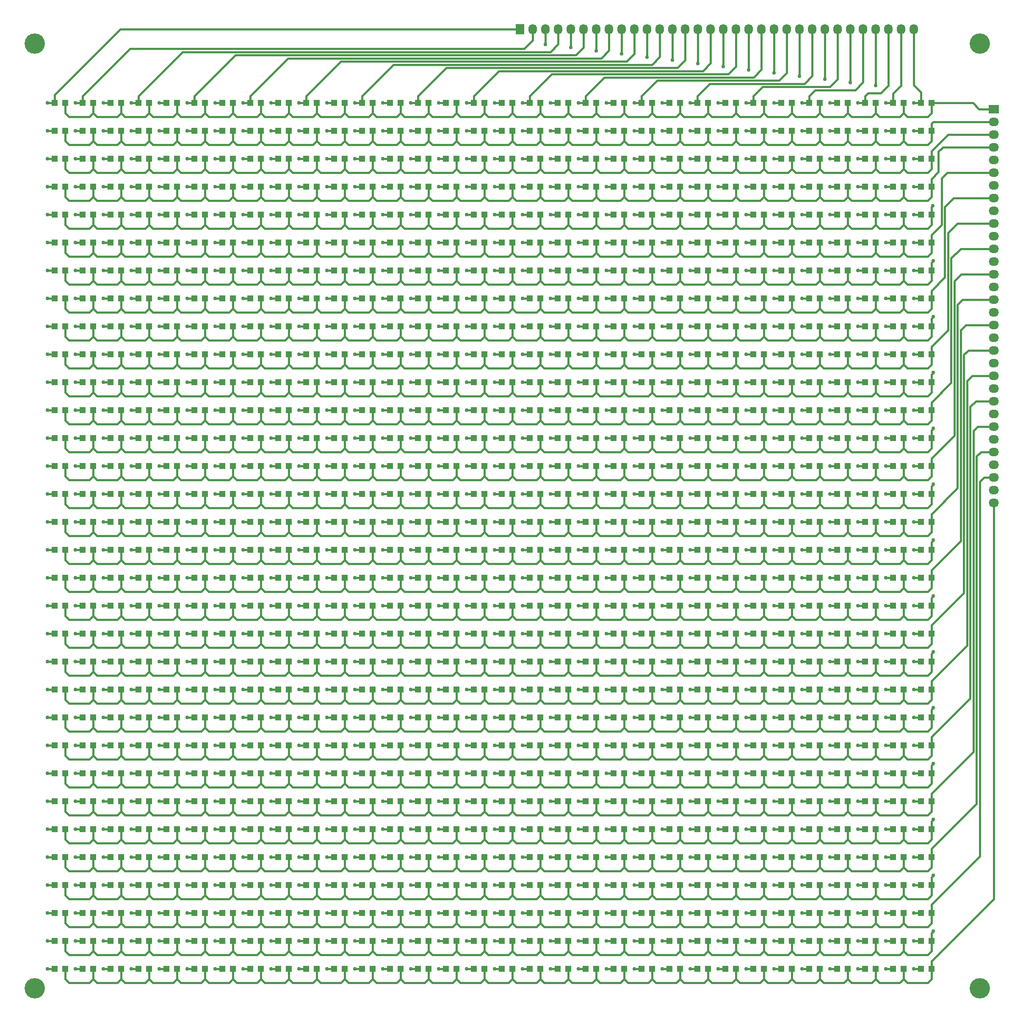
<source format=gtl>
G04 #@! TF.FileFunction,Copper,L1,Top,Signal*
%FSLAX46Y46*%
G04 Gerber Fmt 4.6, Leading zero omitted, Abs format (unit mm)*
G04 Created by KiCad (PCBNEW 4.0.2+dfsg1-stable) date dim. 24 sept. 2017 13:03:32 CEST*
%MOMM*%
G01*
G04 APERTURE LIST*
%ADD10C,0.100000*%
%ADD11R,1.198880X1.198880*%
%ADD12R,2.032000X1.727200*%
%ADD13O,2.032000X1.727200*%
%ADD14R,1.727200X2.032000*%
%ADD15O,1.727200X2.032000*%
%ADD16C,4.064000*%
%ADD17C,0.762000*%
%ADD18C,0.381000*%
%ADD19C,0.308000*%
G04 APERTURE END LIST*
D10*
D11*
X259831020Y-225581000D03*
X257732980Y-225581000D03*
X254243020Y-225581000D03*
X252144980Y-225581000D03*
X248655020Y-225581000D03*
X246556980Y-225581000D03*
X243067020Y-225581000D03*
X240968980Y-225581000D03*
X237479020Y-225581000D03*
X235380980Y-225581000D03*
X231891020Y-225581000D03*
X229792980Y-225581000D03*
X226303020Y-225581000D03*
X224204980Y-225581000D03*
X220715020Y-225581000D03*
X218616980Y-225581000D03*
X215127020Y-225581000D03*
X213028980Y-225581000D03*
X209539020Y-225581000D03*
X207440980Y-225581000D03*
X203951020Y-225581000D03*
X201852980Y-225581000D03*
X198363020Y-225581000D03*
X196264980Y-225581000D03*
X192775020Y-225581000D03*
X190676980Y-225581000D03*
X187187020Y-225581000D03*
X185088980Y-225581000D03*
X181599020Y-225581000D03*
X179500980Y-225581000D03*
X176011020Y-225581000D03*
X173912980Y-225581000D03*
X170423020Y-225581000D03*
X168324980Y-225581000D03*
X164835020Y-225581000D03*
X162736980Y-225581000D03*
X159247020Y-225581000D03*
X157148980Y-225581000D03*
X153659020Y-225581000D03*
X151560980Y-225581000D03*
X148071020Y-225581000D03*
X145972980Y-225581000D03*
X142483020Y-225581000D03*
X140384980Y-225581000D03*
X136895020Y-225581000D03*
X134796980Y-225581000D03*
X131307020Y-225581000D03*
X129208980Y-225581000D03*
X125719020Y-225581000D03*
X123620980Y-225581000D03*
X120131020Y-225581000D03*
X118032980Y-225581000D03*
X114543020Y-225581000D03*
X112444980Y-225581000D03*
X108955020Y-225581000D03*
X106856980Y-225581000D03*
X103367020Y-225581000D03*
X101268980Y-225581000D03*
X97779020Y-225581000D03*
X95680980Y-225581000D03*
X92191020Y-225581000D03*
X90092980Y-225581000D03*
X86603020Y-225581000D03*
X84504980Y-225581000D03*
X259831020Y-219993000D03*
X257732980Y-219993000D03*
X254243020Y-219993000D03*
X252144980Y-219993000D03*
X248655020Y-219993000D03*
X246556980Y-219993000D03*
X243067020Y-219993000D03*
X240968980Y-219993000D03*
X237479020Y-219993000D03*
X235380980Y-219993000D03*
X231891020Y-219993000D03*
X229792980Y-219993000D03*
X226303020Y-219993000D03*
X224204980Y-219993000D03*
X220715020Y-219993000D03*
X218616980Y-219993000D03*
X215127020Y-219993000D03*
X213028980Y-219993000D03*
X209539020Y-219993000D03*
X207440980Y-219993000D03*
X203951020Y-219993000D03*
X201852980Y-219993000D03*
X198363020Y-219993000D03*
X196264980Y-219993000D03*
X192775020Y-219993000D03*
X190676980Y-219993000D03*
X187187020Y-219993000D03*
X185088980Y-219993000D03*
X181599020Y-219993000D03*
X179500980Y-219993000D03*
X176011020Y-219993000D03*
X173912980Y-219993000D03*
X170423020Y-219993000D03*
X168324980Y-219993000D03*
X164835020Y-219993000D03*
X162736980Y-219993000D03*
X159247020Y-219993000D03*
X157148980Y-219993000D03*
X153659020Y-219993000D03*
X151560980Y-219993000D03*
X148071020Y-219993000D03*
X145972980Y-219993000D03*
X142483020Y-219993000D03*
X140384980Y-219993000D03*
X136895020Y-219993000D03*
X134796980Y-219993000D03*
X131307020Y-219993000D03*
X129208980Y-219993000D03*
X125719020Y-219993000D03*
X123620980Y-219993000D03*
X120131020Y-219993000D03*
X118032980Y-219993000D03*
X114543020Y-219993000D03*
X112444980Y-219993000D03*
X108955020Y-219993000D03*
X106856980Y-219993000D03*
X103367020Y-219993000D03*
X101268980Y-219993000D03*
X97779020Y-219993000D03*
X95680980Y-219993000D03*
X92191020Y-219993000D03*
X90092980Y-219993000D03*
X86603020Y-219993000D03*
X84504980Y-219993000D03*
X259831020Y-214405000D03*
X257732980Y-214405000D03*
X254243020Y-214405000D03*
X252144980Y-214405000D03*
X248655020Y-214405000D03*
X246556980Y-214405000D03*
X243067020Y-214405000D03*
X240968980Y-214405000D03*
X237479020Y-214405000D03*
X235380980Y-214405000D03*
X231891020Y-214405000D03*
X229792980Y-214405000D03*
X226303020Y-214405000D03*
X224204980Y-214405000D03*
X220715020Y-214405000D03*
X218616980Y-214405000D03*
X215127020Y-214405000D03*
X213028980Y-214405000D03*
X209539020Y-214405000D03*
X207440980Y-214405000D03*
X203951020Y-214405000D03*
X201852980Y-214405000D03*
X198363020Y-214405000D03*
X196264980Y-214405000D03*
X192775020Y-214405000D03*
X190676980Y-214405000D03*
X187187020Y-214405000D03*
X185088980Y-214405000D03*
X181599020Y-214405000D03*
X179500980Y-214405000D03*
X176011020Y-214405000D03*
X173912980Y-214405000D03*
X170423020Y-214405000D03*
X168324980Y-214405000D03*
X164835020Y-214405000D03*
X162736980Y-214405000D03*
X159247020Y-214405000D03*
X157148980Y-214405000D03*
X153659020Y-214405000D03*
X151560980Y-214405000D03*
X148071020Y-214405000D03*
X145972980Y-214405000D03*
X142483020Y-214405000D03*
X140384980Y-214405000D03*
X136895020Y-214405000D03*
X134796980Y-214405000D03*
X131307020Y-214405000D03*
X129208980Y-214405000D03*
X125719020Y-214405000D03*
X123620980Y-214405000D03*
X120131020Y-214405000D03*
X118032980Y-214405000D03*
X114543020Y-214405000D03*
X112444980Y-214405000D03*
X108955020Y-214405000D03*
X106856980Y-214405000D03*
X103367020Y-214405000D03*
X101268980Y-214405000D03*
X97779020Y-214405000D03*
X95680980Y-214405000D03*
X92191020Y-214405000D03*
X90092980Y-214405000D03*
X86603020Y-214405000D03*
X84504980Y-214405000D03*
X259831020Y-208817000D03*
X257732980Y-208817000D03*
X254243020Y-208817000D03*
X252144980Y-208817000D03*
X248655020Y-208817000D03*
X246556980Y-208817000D03*
X243067020Y-208817000D03*
X240968980Y-208817000D03*
X237479020Y-208817000D03*
X235380980Y-208817000D03*
X231891020Y-208817000D03*
X229792980Y-208817000D03*
X226303020Y-208817000D03*
X224204980Y-208817000D03*
X220715020Y-208817000D03*
X218616980Y-208817000D03*
X215127020Y-208817000D03*
X213028980Y-208817000D03*
X209539020Y-208817000D03*
X207440980Y-208817000D03*
X203951020Y-208817000D03*
X201852980Y-208817000D03*
X198363020Y-208817000D03*
X196264980Y-208817000D03*
X192775020Y-208817000D03*
X190676980Y-208817000D03*
X187187020Y-208817000D03*
X185088980Y-208817000D03*
X181599020Y-208817000D03*
X179500980Y-208817000D03*
X176011020Y-208817000D03*
X173912980Y-208817000D03*
X170423020Y-208817000D03*
X168324980Y-208817000D03*
X164835020Y-208817000D03*
X162736980Y-208817000D03*
X159247020Y-208817000D03*
X157148980Y-208817000D03*
X153659020Y-208817000D03*
X151560980Y-208817000D03*
X148071020Y-208817000D03*
X145972980Y-208817000D03*
X142483020Y-208817000D03*
X140384980Y-208817000D03*
X136895020Y-208817000D03*
X134796980Y-208817000D03*
X131307020Y-208817000D03*
X129208980Y-208817000D03*
X125719020Y-208817000D03*
X123620980Y-208817000D03*
X120131020Y-208817000D03*
X118032980Y-208817000D03*
X114543020Y-208817000D03*
X112444980Y-208817000D03*
X108955020Y-208817000D03*
X106856980Y-208817000D03*
X103367020Y-208817000D03*
X101268980Y-208817000D03*
X97779020Y-208817000D03*
X95680980Y-208817000D03*
X92191020Y-208817000D03*
X90092980Y-208817000D03*
X86603020Y-208817000D03*
X84504980Y-208817000D03*
X259831020Y-203229000D03*
X257732980Y-203229000D03*
X254243020Y-203229000D03*
X252144980Y-203229000D03*
X248655020Y-203229000D03*
X246556980Y-203229000D03*
X243067020Y-203229000D03*
X240968980Y-203229000D03*
X237479020Y-203229000D03*
X235380980Y-203229000D03*
X231891020Y-203229000D03*
X229792980Y-203229000D03*
X226303020Y-203229000D03*
X224204980Y-203229000D03*
X220715020Y-203229000D03*
X218616980Y-203229000D03*
X215127020Y-203229000D03*
X213028980Y-203229000D03*
X209539020Y-203229000D03*
X207440980Y-203229000D03*
X203951020Y-203229000D03*
X201852980Y-203229000D03*
X198363020Y-203229000D03*
X196264980Y-203229000D03*
X192775020Y-203229000D03*
X190676980Y-203229000D03*
X187187020Y-203229000D03*
X185088980Y-203229000D03*
X181599020Y-203229000D03*
X179500980Y-203229000D03*
X176011020Y-203229000D03*
X173912980Y-203229000D03*
X170423020Y-203229000D03*
X168324980Y-203229000D03*
X164835020Y-203229000D03*
X162736980Y-203229000D03*
X159247020Y-203229000D03*
X157148980Y-203229000D03*
X153659020Y-203229000D03*
X151560980Y-203229000D03*
X148071020Y-203229000D03*
X145972980Y-203229000D03*
X142483020Y-203229000D03*
X140384980Y-203229000D03*
X136895020Y-203229000D03*
X134796980Y-203229000D03*
X131307020Y-203229000D03*
X129208980Y-203229000D03*
X125719020Y-203229000D03*
X123620980Y-203229000D03*
X120131020Y-203229000D03*
X118032980Y-203229000D03*
X114543020Y-203229000D03*
X112444980Y-203229000D03*
X108955020Y-203229000D03*
X106856980Y-203229000D03*
X103367020Y-203229000D03*
X101268980Y-203229000D03*
X97779020Y-203229000D03*
X95680980Y-203229000D03*
X92191020Y-203229000D03*
X90092980Y-203229000D03*
X86603020Y-203229000D03*
X84504980Y-203229000D03*
X259831020Y-197641000D03*
X257732980Y-197641000D03*
X254243020Y-197641000D03*
X252144980Y-197641000D03*
X248655020Y-197641000D03*
X246556980Y-197641000D03*
X243067020Y-197641000D03*
X240968980Y-197641000D03*
X237479020Y-197641000D03*
X235380980Y-197641000D03*
X231891020Y-197641000D03*
X229792980Y-197641000D03*
X226303020Y-197641000D03*
X224204980Y-197641000D03*
X220715020Y-197641000D03*
X218616980Y-197641000D03*
X215127020Y-197641000D03*
X213028980Y-197641000D03*
X209539020Y-197641000D03*
X207440980Y-197641000D03*
X203951020Y-197641000D03*
X201852980Y-197641000D03*
X198363020Y-197641000D03*
X196264980Y-197641000D03*
X192775020Y-197641000D03*
X190676980Y-197641000D03*
X187187020Y-197641000D03*
X185088980Y-197641000D03*
X181599020Y-197641000D03*
X179500980Y-197641000D03*
X176011020Y-197641000D03*
X173912980Y-197641000D03*
X170423020Y-197641000D03*
X168324980Y-197641000D03*
X164835020Y-197641000D03*
X162736980Y-197641000D03*
X159247020Y-197641000D03*
X157148980Y-197641000D03*
X153659020Y-197641000D03*
X151560980Y-197641000D03*
X148071020Y-197641000D03*
X145972980Y-197641000D03*
X142483020Y-197641000D03*
X140384980Y-197641000D03*
X136895020Y-197641000D03*
X134796980Y-197641000D03*
X131307020Y-197641000D03*
X129208980Y-197641000D03*
X125719020Y-197641000D03*
X123620980Y-197641000D03*
X120131020Y-197641000D03*
X118032980Y-197641000D03*
X114543020Y-197641000D03*
X112444980Y-197641000D03*
X108955020Y-197641000D03*
X106856980Y-197641000D03*
X103367020Y-197641000D03*
X101268980Y-197641000D03*
X97779020Y-197641000D03*
X95680980Y-197641000D03*
X92191020Y-197641000D03*
X90092980Y-197641000D03*
X86603020Y-197641000D03*
X84504980Y-197641000D03*
X259831020Y-192053000D03*
X257732980Y-192053000D03*
X254243020Y-192053000D03*
X252144980Y-192053000D03*
X248655020Y-192053000D03*
X246556980Y-192053000D03*
X243067020Y-192053000D03*
X240968980Y-192053000D03*
X237479020Y-192053000D03*
X235380980Y-192053000D03*
X231891020Y-192053000D03*
X229792980Y-192053000D03*
X226303020Y-192053000D03*
X224204980Y-192053000D03*
X220715020Y-192053000D03*
X218616980Y-192053000D03*
X215127020Y-192053000D03*
X213028980Y-192053000D03*
X209539020Y-192053000D03*
X207440980Y-192053000D03*
X203951020Y-192053000D03*
X201852980Y-192053000D03*
X198363020Y-192053000D03*
X196264980Y-192053000D03*
X192775020Y-192053000D03*
X190676980Y-192053000D03*
X187187020Y-192053000D03*
X185088980Y-192053000D03*
X181599020Y-192053000D03*
X179500980Y-192053000D03*
X176011020Y-192053000D03*
X173912980Y-192053000D03*
X170423020Y-192053000D03*
X168324980Y-192053000D03*
X164835020Y-192053000D03*
X162736980Y-192053000D03*
X159247020Y-192053000D03*
X157148980Y-192053000D03*
X153659020Y-192053000D03*
X151560980Y-192053000D03*
X148071020Y-192053000D03*
X145972980Y-192053000D03*
X142483020Y-192053000D03*
X140384980Y-192053000D03*
X136895020Y-192053000D03*
X134796980Y-192053000D03*
X131307020Y-192053000D03*
X129208980Y-192053000D03*
X125719020Y-192053000D03*
X123620980Y-192053000D03*
X120131020Y-192053000D03*
X118032980Y-192053000D03*
X114543020Y-192053000D03*
X112444980Y-192053000D03*
X108955020Y-192053000D03*
X106856980Y-192053000D03*
X103367020Y-192053000D03*
X101268980Y-192053000D03*
X97779020Y-192053000D03*
X95680980Y-192053000D03*
X92191020Y-192053000D03*
X90092980Y-192053000D03*
X86603020Y-192053000D03*
X84504980Y-192053000D03*
X259831020Y-186465000D03*
X257732980Y-186465000D03*
X254243020Y-186465000D03*
X252144980Y-186465000D03*
X248655020Y-186465000D03*
X246556980Y-186465000D03*
X243067020Y-186465000D03*
X240968980Y-186465000D03*
X237479020Y-186465000D03*
X235380980Y-186465000D03*
X231891020Y-186465000D03*
X229792980Y-186465000D03*
X226303020Y-186465000D03*
X224204980Y-186465000D03*
X220715020Y-186465000D03*
X218616980Y-186465000D03*
X215127020Y-186465000D03*
X213028980Y-186465000D03*
X209539020Y-186465000D03*
X207440980Y-186465000D03*
X203951020Y-186465000D03*
X201852980Y-186465000D03*
X198363020Y-186465000D03*
X196264980Y-186465000D03*
X192775020Y-186465000D03*
X190676980Y-186465000D03*
X187187020Y-186465000D03*
X185088980Y-186465000D03*
X181599020Y-186465000D03*
X179500980Y-186465000D03*
X176011020Y-186465000D03*
X173912980Y-186465000D03*
X170423020Y-186465000D03*
X168324980Y-186465000D03*
X164835020Y-186465000D03*
X162736980Y-186465000D03*
X159247020Y-186465000D03*
X157148980Y-186465000D03*
X153659020Y-186465000D03*
X151560980Y-186465000D03*
X148071020Y-186465000D03*
X145972980Y-186465000D03*
X142483020Y-186465000D03*
X140384980Y-186465000D03*
X136895020Y-186465000D03*
X134796980Y-186465000D03*
X131307020Y-186465000D03*
X129208980Y-186465000D03*
X125719020Y-186465000D03*
X123620980Y-186465000D03*
X120131020Y-186465000D03*
X118032980Y-186465000D03*
X114543020Y-186465000D03*
X112444980Y-186465000D03*
X108955020Y-186465000D03*
X106856980Y-186465000D03*
X103367020Y-186465000D03*
X101268980Y-186465000D03*
X97779020Y-186465000D03*
X95680980Y-186465000D03*
X92191020Y-186465000D03*
X90092980Y-186465000D03*
X86603020Y-186465000D03*
X84504980Y-186465000D03*
X259831020Y-180877000D03*
X257732980Y-180877000D03*
X254243020Y-180877000D03*
X252144980Y-180877000D03*
X248655020Y-180877000D03*
X246556980Y-180877000D03*
X243067020Y-180877000D03*
X240968980Y-180877000D03*
X237479020Y-180877000D03*
X235380980Y-180877000D03*
X231891020Y-180877000D03*
X229792980Y-180877000D03*
X226303020Y-180877000D03*
X224204980Y-180877000D03*
X220715020Y-180877000D03*
X218616980Y-180877000D03*
X215127020Y-180877000D03*
X213028980Y-180877000D03*
X209539020Y-180877000D03*
X207440980Y-180877000D03*
X203951020Y-180877000D03*
X201852980Y-180877000D03*
X198363020Y-180877000D03*
X196264980Y-180877000D03*
X192775020Y-180877000D03*
X190676980Y-180877000D03*
X187187020Y-180877000D03*
X185088980Y-180877000D03*
X181599020Y-180877000D03*
X179500980Y-180877000D03*
X176011020Y-180877000D03*
X173912980Y-180877000D03*
X170423020Y-180877000D03*
X168324980Y-180877000D03*
X164835020Y-180877000D03*
X162736980Y-180877000D03*
X159247020Y-180877000D03*
X157148980Y-180877000D03*
X153659020Y-180877000D03*
X151560980Y-180877000D03*
X148071020Y-180877000D03*
X145972980Y-180877000D03*
X142483020Y-180877000D03*
X140384980Y-180877000D03*
X136895020Y-180877000D03*
X134796980Y-180877000D03*
X131307020Y-180877000D03*
X129208980Y-180877000D03*
X125719020Y-180877000D03*
X123620980Y-180877000D03*
X120131020Y-180877000D03*
X118032980Y-180877000D03*
X114543020Y-180877000D03*
X112444980Y-180877000D03*
X108955020Y-180877000D03*
X106856980Y-180877000D03*
X103367020Y-180877000D03*
X101268980Y-180877000D03*
X97779020Y-180877000D03*
X95680980Y-180877000D03*
X92191020Y-180877000D03*
X90092980Y-180877000D03*
X86603020Y-180877000D03*
X84504980Y-180877000D03*
X259831020Y-175289000D03*
X257732980Y-175289000D03*
X254243020Y-175289000D03*
X252144980Y-175289000D03*
X248655020Y-175289000D03*
X246556980Y-175289000D03*
X243067020Y-175289000D03*
X240968980Y-175289000D03*
X237479020Y-175289000D03*
X235380980Y-175289000D03*
X231891020Y-175289000D03*
X229792980Y-175289000D03*
X226303020Y-175289000D03*
X224204980Y-175289000D03*
X220715020Y-175289000D03*
X218616980Y-175289000D03*
X215127020Y-175289000D03*
X213028980Y-175289000D03*
X209539020Y-175289000D03*
X207440980Y-175289000D03*
X203951020Y-175289000D03*
X201852980Y-175289000D03*
X198363020Y-175289000D03*
X196264980Y-175289000D03*
X192775020Y-175289000D03*
X190676980Y-175289000D03*
X187187020Y-175289000D03*
X185088980Y-175289000D03*
X181599020Y-175289000D03*
X179500980Y-175289000D03*
X176011020Y-175289000D03*
X173912980Y-175289000D03*
X170423020Y-175289000D03*
X168324980Y-175289000D03*
X164835020Y-175289000D03*
X162736980Y-175289000D03*
X159247020Y-175289000D03*
X157148980Y-175289000D03*
X153659020Y-175289000D03*
X151560980Y-175289000D03*
X148071020Y-175289000D03*
X145972980Y-175289000D03*
X142483020Y-175289000D03*
X140384980Y-175289000D03*
X136895020Y-175289000D03*
X134796980Y-175289000D03*
X131307020Y-175289000D03*
X129208980Y-175289000D03*
X125719020Y-175289000D03*
X123620980Y-175289000D03*
X120131020Y-175289000D03*
X118032980Y-175289000D03*
X114543020Y-175289000D03*
X112444980Y-175289000D03*
X108955020Y-175289000D03*
X106856980Y-175289000D03*
X103367020Y-175289000D03*
X101268980Y-175289000D03*
X97779020Y-175289000D03*
X95680980Y-175289000D03*
X92191020Y-175289000D03*
X90092980Y-175289000D03*
X86603020Y-175289000D03*
X84504980Y-175289000D03*
X259831020Y-169701000D03*
X257732980Y-169701000D03*
X254243020Y-169701000D03*
X252144980Y-169701000D03*
X248655020Y-169701000D03*
X246556980Y-169701000D03*
X243067020Y-169701000D03*
X240968980Y-169701000D03*
X237479020Y-169701000D03*
X235380980Y-169701000D03*
X231891020Y-169701000D03*
X229792980Y-169701000D03*
X226303020Y-169701000D03*
X224204980Y-169701000D03*
X220715020Y-169701000D03*
X218616980Y-169701000D03*
X215127020Y-169701000D03*
X213028980Y-169701000D03*
X209539020Y-169701000D03*
X207440980Y-169701000D03*
X203951020Y-169701000D03*
X201852980Y-169701000D03*
X198363020Y-169701000D03*
X196264980Y-169701000D03*
X192775020Y-169701000D03*
X190676980Y-169701000D03*
X187187020Y-169701000D03*
X185088980Y-169701000D03*
X181599020Y-169701000D03*
X179500980Y-169701000D03*
X176011020Y-169701000D03*
X173912980Y-169701000D03*
X170423020Y-169701000D03*
X168324980Y-169701000D03*
X164835020Y-169701000D03*
X162736980Y-169701000D03*
X159247020Y-169701000D03*
X157148980Y-169701000D03*
X153659020Y-169701000D03*
X151560980Y-169701000D03*
X148071020Y-169701000D03*
X145972980Y-169701000D03*
X142483020Y-169701000D03*
X140384980Y-169701000D03*
X136895020Y-169701000D03*
X134796980Y-169701000D03*
X131307020Y-169701000D03*
X129208980Y-169701000D03*
X125719020Y-169701000D03*
X123620980Y-169701000D03*
X120131020Y-169701000D03*
X118032980Y-169701000D03*
X114543020Y-169701000D03*
X112444980Y-169701000D03*
X108955020Y-169701000D03*
X106856980Y-169701000D03*
X103367020Y-169701000D03*
X101268980Y-169701000D03*
X97779020Y-169701000D03*
X95680980Y-169701000D03*
X92191020Y-169701000D03*
X90092980Y-169701000D03*
X86603020Y-169701000D03*
X84504980Y-169701000D03*
X259831020Y-164113000D03*
X257732980Y-164113000D03*
X254243020Y-164113000D03*
X252144980Y-164113000D03*
X248655020Y-164113000D03*
X246556980Y-164113000D03*
X243067020Y-164113000D03*
X240968980Y-164113000D03*
X237479020Y-164113000D03*
X235380980Y-164113000D03*
X231891020Y-164113000D03*
X229792980Y-164113000D03*
X226303020Y-164113000D03*
X224204980Y-164113000D03*
X220715020Y-164113000D03*
X218616980Y-164113000D03*
X215127020Y-164113000D03*
X213028980Y-164113000D03*
X209539020Y-164113000D03*
X207440980Y-164113000D03*
X203951020Y-164113000D03*
X201852980Y-164113000D03*
X198363020Y-164113000D03*
X196264980Y-164113000D03*
X192775020Y-164113000D03*
X190676980Y-164113000D03*
X187187020Y-164113000D03*
X185088980Y-164113000D03*
X181599020Y-164113000D03*
X179500980Y-164113000D03*
X176011020Y-164113000D03*
X173912980Y-164113000D03*
X170423020Y-164113000D03*
X168324980Y-164113000D03*
X164835020Y-164113000D03*
X162736980Y-164113000D03*
X159247020Y-164113000D03*
X157148980Y-164113000D03*
X153659020Y-164113000D03*
X151560980Y-164113000D03*
X148071020Y-164113000D03*
X145972980Y-164113000D03*
X142483020Y-164113000D03*
X140384980Y-164113000D03*
X136895020Y-164113000D03*
X134796980Y-164113000D03*
X131307020Y-164113000D03*
X129208980Y-164113000D03*
X125719020Y-164113000D03*
X123620980Y-164113000D03*
X120131020Y-164113000D03*
X118032980Y-164113000D03*
X114543020Y-164113000D03*
X112444980Y-164113000D03*
X108955020Y-164113000D03*
X106856980Y-164113000D03*
X103367020Y-164113000D03*
X101268980Y-164113000D03*
X97779020Y-164113000D03*
X95680980Y-164113000D03*
X92191020Y-164113000D03*
X90092980Y-164113000D03*
X86603020Y-164113000D03*
X84504980Y-164113000D03*
X259831020Y-158525000D03*
X257732980Y-158525000D03*
X254243020Y-158525000D03*
X252144980Y-158525000D03*
X248655020Y-158525000D03*
X246556980Y-158525000D03*
X243067020Y-158525000D03*
X240968980Y-158525000D03*
X237479020Y-158525000D03*
X235380980Y-158525000D03*
X231891020Y-158525000D03*
X229792980Y-158525000D03*
X226303020Y-158525000D03*
X224204980Y-158525000D03*
X220715020Y-158525000D03*
X218616980Y-158525000D03*
X215127020Y-158525000D03*
X213028980Y-158525000D03*
X209539020Y-158525000D03*
X207440980Y-158525000D03*
X203951020Y-158525000D03*
X201852980Y-158525000D03*
X198363020Y-158525000D03*
X196264980Y-158525000D03*
X192775020Y-158525000D03*
X190676980Y-158525000D03*
X187187020Y-158525000D03*
X185088980Y-158525000D03*
X181599020Y-158525000D03*
X179500980Y-158525000D03*
X176011020Y-158525000D03*
X173912980Y-158525000D03*
X170423020Y-158525000D03*
X168324980Y-158525000D03*
X164835020Y-158525000D03*
X162736980Y-158525000D03*
X159247020Y-158525000D03*
X157148980Y-158525000D03*
X153659020Y-158525000D03*
X151560980Y-158525000D03*
X148071020Y-158525000D03*
X145972980Y-158525000D03*
X142483020Y-158525000D03*
X140384980Y-158525000D03*
X136895020Y-158525000D03*
X134796980Y-158525000D03*
X131307020Y-158525000D03*
X129208980Y-158525000D03*
X125719020Y-158525000D03*
X123620980Y-158525000D03*
X120131020Y-158525000D03*
X118032980Y-158525000D03*
X114543020Y-158525000D03*
X112444980Y-158525000D03*
X108955020Y-158525000D03*
X106856980Y-158525000D03*
X103367020Y-158525000D03*
X101268980Y-158525000D03*
X97779020Y-158525000D03*
X95680980Y-158525000D03*
X92191020Y-158525000D03*
X90092980Y-158525000D03*
X86603020Y-158525000D03*
X84504980Y-158525000D03*
X259831020Y-152937000D03*
X257732980Y-152937000D03*
X254243020Y-152937000D03*
X252144980Y-152937000D03*
X248655020Y-152937000D03*
X246556980Y-152937000D03*
X243067020Y-152937000D03*
X240968980Y-152937000D03*
X237479020Y-152937000D03*
X235380980Y-152937000D03*
X231891020Y-152937000D03*
X229792980Y-152937000D03*
X226303020Y-152937000D03*
X224204980Y-152937000D03*
X220715020Y-152937000D03*
X218616980Y-152937000D03*
X215127020Y-152937000D03*
X213028980Y-152937000D03*
X209539020Y-152937000D03*
X207440980Y-152937000D03*
X203951020Y-152937000D03*
X201852980Y-152937000D03*
X198363020Y-152937000D03*
X196264980Y-152937000D03*
X192775020Y-152937000D03*
X190676980Y-152937000D03*
X187187020Y-152937000D03*
X185088980Y-152937000D03*
X181599020Y-152937000D03*
X179500980Y-152937000D03*
X176011020Y-152937000D03*
X173912980Y-152937000D03*
X170423020Y-152937000D03*
X168324980Y-152937000D03*
X164835020Y-152937000D03*
X162736980Y-152937000D03*
X159247020Y-152937000D03*
X157148980Y-152937000D03*
X153659020Y-152937000D03*
X151560980Y-152937000D03*
X148071020Y-152937000D03*
X145972980Y-152937000D03*
X142483020Y-152937000D03*
X140384980Y-152937000D03*
X136895020Y-152937000D03*
X134796980Y-152937000D03*
X131307020Y-152937000D03*
X129208980Y-152937000D03*
X125719020Y-152937000D03*
X123620980Y-152937000D03*
X120131020Y-152937000D03*
X118032980Y-152937000D03*
X114543020Y-152937000D03*
X112444980Y-152937000D03*
X108955020Y-152937000D03*
X106856980Y-152937000D03*
X103367020Y-152937000D03*
X101268980Y-152937000D03*
X97779020Y-152937000D03*
X95680980Y-152937000D03*
X92191020Y-152937000D03*
X90092980Y-152937000D03*
X86603020Y-152937000D03*
X84504980Y-152937000D03*
X259831020Y-147349000D03*
X257732980Y-147349000D03*
X254243020Y-147349000D03*
X252144980Y-147349000D03*
X248655020Y-147349000D03*
X246556980Y-147349000D03*
X243067020Y-147349000D03*
X240968980Y-147349000D03*
X237479020Y-147349000D03*
X235380980Y-147349000D03*
X231891020Y-147349000D03*
X229792980Y-147349000D03*
X226303020Y-147349000D03*
X224204980Y-147349000D03*
X220715020Y-147349000D03*
X218616980Y-147349000D03*
X215127020Y-147349000D03*
X213028980Y-147349000D03*
X209539020Y-147349000D03*
X207440980Y-147349000D03*
X203951020Y-147349000D03*
X201852980Y-147349000D03*
X198363020Y-147349000D03*
X196264980Y-147349000D03*
X192775020Y-147349000D03*
X190676980Y-147349000D03*
X187187020Y-147349000D03*
X185088980Y-147349000D03*
X181599020Y-147349000D03*
X179500980Y-147349000D03*
X176011020Y-147349000D03*
X173912980Y-147349000D03*
X170423020Y-147349000D03*
X168324980Y-147349000D03*
X164835020Y-147349000D03*
X162736980Y-147349000D03*
X159247020Y-147349000D03*
X157148980Y-147349000D03*
X153659020Y-147349000D03*
X151560980Y-147349000D03*
X148071020Y-147349000D03*
X145972980Y-147349000D03*
X142483020Y-147349000D03*
X140384980Y-147349000D03*
X136895020Y-147349000D03*
X134796980Y-147349000D03*
X131307020Y-147349000D03*
X129208980Y-147349000D03*
X125719020Y-147349000D03*
X123620980Y-147349000D03*
X120131020Y-147349000D03*
X118032980Y-147349000D03*
X114543020Y-147349000D03*
X112444980Y-147349000D03*
X108955020Y-147349000D03*
X106856980Y-147349000D03*
X103367020Y-147349000D03*
X101268980Y-147349000D03*
X97779020Y-147349000D03*
X95680980Y-147349000D03*
X92191020Y-147349000D03*
X90092980Y-147349000D03*
X86603020Y-147349000D03*
X84504980Y-147349000D03*
X259831020Y-141761000D03*
X257732980Y-141761000D03*
X254243020Y-141761000D03*
X252144980Y-141761000D03*
X248655020Y-141761000D03*
X246556980Y-141761000D03*
X243067020Y-141761000D03*
X240968980Y-141761000D03*
X237479020Y-141761000D03*
X235380980Y-141761000D03*
X231891020Y-141761000D03*
X229792980Y-141761000D03*
X226303020Y-141761000D03*
X224204980Y-141761000D03*
X220715020Y-141761000D03*
X218616980Y-141761000D03*
X215127020Y-141761000D03*
X213028980Y-141761000D03*
X209539020Y-141761000D03*
X207440980Y-141761000D03*
X203951020Y-141761000D03*
X201852980Y-141761000D03*
X198363020Y-141761000D03*
X196264980Y-141761000D03*
X192775020Y-141761000D03*
X190676980Y-141761000D03*
X187187020Y-141761000D03*
X185088980Y-141761000D03*
X181599020Y-141761000D03*
X179500980Y-141761000D03*
X176011020Y-141761000D03*
X173912980Y-141761000D03*
X170423020Y-141761000D03*
X168324980Y-141761000D03*
X164835020Y-141761000D03*
X162736980Y-141761000D03*
X159247020Y-141761000D03*
X157148980Y-141761000D03*
X153659020Y-141761000D03*
X151560980Y-141761000D03*
X148071020Y-141761000D03*
X145972980Y-141761000D03*
X142483020Y-141761000D03*
X140384980Y-141761000D03*
X136895020Y-141761000D03*
X134796980Y-141761000D03*
X131307020Y-141761000D03*
X129208980Y-141761000D03*
X125719020Y-141761000D03*
X123620980Y-141761000D03*
X120131020Y-141761000D03*
X118032980Y-141761000D03*
X114543020Y-141761000D03*
X112444980Y-141761000D03*
X108955020Y-141761000D03*
X106856980Y-141761000D03*
X103367020Y-141761000D03*
X101268980Y-141761000D03*
X97779020Y-141761000D03*
X95680980Y-141761000D03*
X92191020Y-141761000D03*
X90092980Y-141761000D03*
X86603020Y-141761000D03*
X84504980Y-141761000D03*
X259831020Y-136173000D03*
X257732980Y-136173000D03*
X254243020Y-136173000D03*
X252144980Y-136173000D03*
X248655020Y-136173000D03*
X246556980Y-136173000D03*
X243067020Y-136173000D03*
X240968980Y-136173000D03*
X237479020Y-136173000D03*
X235380980Y-136173000D03*
X231891020Y-136173000D03*
X229792980Y-136173000D03*
X226303020Y-136173000D03*
X224204980Y-136173000D03*
X220715020Y-136173000D03*
X218616980Y-136173000D03*
X215127020Y-136173000D03*
X213028980Y-136173000D03*
X209539020Y-136173000D03*
X207440980Y-136173000D03*
X203951020Y-136173000D03*
X201852980Y-136173000D03*
X198363020Y-136173000D03*
X196264980Y-136173000D03*
X192775020Y-136173000D03*
X190676980Y-136173000D03*
X187187020Y-136173000D03*
X185088980Y-136173000D03*
X181599020Y-136173000D03*
X179500980Y-136173000D03*
X176011020Y-136173000D03*
X173912980Y-136173000D03*
X170423020Y-136173000D03*
X168324980Y-136173000D03*
X164835020Y-136173000D03*
X162736980Y-136173000D03*
X159247020Y-136173000D03*
X157148980Y-136173000D03*
X153659020Y-136173000D03*
X151560980Y-136173000D03*
X148071020Y-136173000D03*
X145972980Y-136173000D03*
X142483020Y-136173000D03*
X140384980Y-136173000D03*
X136895020Y-136173000D03*
X134796980Y-136173000D03*
X131307020Y-136173000D03*
X129208980Y-136173000D03*
X125719020Y-136173000D03*
X123620980Y-136173000D03*
X120131020Y-136173000D03*
X118032980Y-136173000D03*
X114543020Y-136173000D03*
X112444980Y-136173000D03*
X108955020Y-136173000D03*
X106856980Y-136173000D03*
X103367020Y-136173000D03*
X101268980Y-136173000D03*
X97779020Y-136173000D03*
X95680980Y-136173000D03*
X92191020Y-136173000D03*
X90092980Y-136173000D03*
X86603020Y-136173000D03*
X84504980Y-136173000D03*
X259831020Y-130585000D03*
X257732980Y-130585000D03*
X254243020Y-130585000D03*
X252144980Y-130585000D03*
X248655020Y-130585000D03*
X246556980Y-130585000D03*
X243067020Y-130585000D03*
X240968980Y-130585000D03*
X237479020Y-130585000D03*
X235380980Y-130585000D03*
X231891020Y-130585000D03*
X229792980Y-130585000D03*
X226303020Y-130585000D03*
X224204980Y-130585000D03*
X220715020Y-130585000D03*
X218616980Y-130585000D03*
X215127020Y-130585000D03*
X213028980Y-130585000D03*
X209539020Y-130585000D03*
X207440980Y-130585000D03*
X203951020Y-130585000D03*
X201852980Y-130585000D03*
X198363020Y-130585000D03*
X196264980Y-130585000D03*
X192775020Y-130585000D03*
X190676980Y-130585000D03*
X187187020Y-130585000D03*
X185088980Y-130585000D03*
X181599020Y-130585000D03*
X179500980Y-130585000D03*
X176011020Y-130585000D03*
X173912980Y-130585000D03*
X170423020Y-130585000D03*
X168324980Y-130585000D03*
X164835020Y-130585000D03*
X162736980Y-130585000D03*
X159247020Y-130585000D03*
X157148980Y-130585000D03*
X153659020Y-130585000D03*
X151560980Y-130585000D03*
X148071020Y-130585000D03*
X145972980Y-130585000D03*
X142483020Y-130585000D03*
X140384980Y-130585000D03*
X136895020Y-130585000D03*
X134796980Y-130585000D03*
X131307020Y-130585000D03*
X129208980Y-130585000D03*
X125719020Y-130585000D03*
X123620980Y-130585000D03*
X120131020Y-130585000D03*
X118032980Y-130585000D03*
X114543020Y-130585000D03*
X112444980Y-130585000D03*
X108955020Y-130585000D03*
X106856980Y-130585000D03*
X103367020Y-130585000D03*
X101268980Y-130585000D03*
X97779020Y-130585000D03*
X95680980Y-130585000D03*
X92191020Y-130585000D03*
X90092980Y-130585000D03*
X86603020Y-130585000D03*
X84504980Y-130585000D03*
X259831020Y-124997000D03*
X257732980Y-124997000D03*
X254243020Y-124997000D03*
X252144980Y-124997000D03*
X248655020Y-124997000D03*
X246556980Y-124997000D03*
X243067020Y-124997000D03*
X240968980Y-124997000D03*
X237479020Y-124997000D03*
X235380980Y-124997000D03*
X231891020Y-124997000D03*
X229792980Y-124997000D03*
X226303020Y-124997000D03*
X224204980Y-124997000D03*
X220715020Y-124997000D03*
X218616980Y-124997000D03*
X215127020Y-124997000D03*
X213028980Y-124997000D03*
X209539020Y-124997000D03*
X207440980Y-124997000D03*
X203951020Y-124997000D03*
X201852980Y-124997000D03*
X198363020Y-124997000D03*
X196264980Y-124997000D03*
X192775020Y-124997000D03*
X190676980Y-124997000D03*
X187187020Y-124997000D03*
X185088980Y-124997000D03*
X181599020Y-124997000D03*
X179500980Y-124997000D03*
X176011020Y-124997000D03*
X173912980Y-124997000D03*
X170423020Y-124997000D03*
X168324980Y-124997000D03*
X164835020Y-124997000D03*
X162736980Y-124997000D03*
X159247020Y-124997000D03*
X157148980Y-124997000D03*
X153659020Y-124997000D03*
X151560980Y-124997000D03*
X148071020Y-124997000D03*
X145972980Y-124997000D03*
X142483020Y-124997000D03*
X140384980Y-124997000D03*
X136895020Y-124997000D03*
X134796980Y-124997000D03*
X131307020Y-124997000D03*
X129208980Y-124997000D03*
X125719020Y-124997000D03*
X123620980Y-124997000D03*
X120131020Y-124997000D03*
X118032980Y-124997000D03*
X114543020Y-124997000D03*
X112444980Y-124997000D03*
X108955020Y-124997000D03*
X106856980Y-124997000D03*
X103367020Y-124997000D03*
X101268980Y-124997000D03*
X97779020Y-124997000D03*
X95680980Y-124997000D03*
X92191020Y-124997000D03*
X90092980Y-124997000D03*
X86603020Y-124997000D03*
X84504980Y-124997000D03*
X259831020Y-119409000D03*
X257732980Y-119409000D03*
X254243020Y-119409000D03*
X252144980Y-119409000D03*
X248655020Y-119409000D03*
X246556980Y-119409000D03*
X243067020Y-119409000D03*
X240968980Y-119409000D03*
X237479020Y-119409000D03*
X235380980Y-119409000D03*
X231891020Y-119409000D03*
X229792980Y-119409000D03*
X226303020Y-119409000D03*
X224204980Y-119409000D03*
X220715020Y-119409000D03*
X218616980Y-119409000D03*
X215127020Y-119409000D03*
X213028980Y-119409000D03*
X209539020Y-119409000D03*
X207440980Y-119409000D03*
X203951020Y-119409000D03*
X201852980Y-119409000D03*
X198363020Y-119409000D03*
X196264980Y-119409000D03*
X192775020Y-119409000D03*
X190676980Y-119409000D03*
X187187020Y-119409000D03*
X185088980Y-119409000D03*
X181599020Y-119409000D03*
X179500980Y-119409000D03*
X176011020Y-119409000D03*
X173912980Y-119409000D03*
X170423020Y-119409000D03*
X168324980Y-119409000D03*
X164835020Y-119409000D03*
X162736980Y-119409000D03*
X159247020Y-119409000D03*
X157148980Y-119409000D03*
X153659020Y-119409000D03*
X151560980Y-119409000D03*
X148071020Y-119409000D03*
X145972980Y-119409000D03*
X142483020Y-119409000D03*
X140384980Y-119409000D03*
X136895020Y-119409000D03*
X134796980Y-119409000D03*
X131307020Y-119409000D03*
X129208980Y-119409000D03*
X125719020Y-119409000D03*
X123620980Y-119409000D03*
X120131020Y-119409000D03*
X118032980Y-119409000D03*
X114543020Y-119409000D03*
X112444980Y-119409000D03*
X108955020Y-119409000D03*
X106856980Y-119409000D03*
X103367020Y-119409000D03*
X101268980Y-119409000D03*
X97779020Y-119409000D03*
X95680980Y-119409000D03*
X92191020Y-119409000D03*
X90092980Y-119409000D03*
X86603020Y-119409000D03*
X84504980Y-119409000D03*
X259831020Y-113821000D03*
X257732980Y-113821000D03*
X254243020Y-113821000D03*
X252144980Y-113821000D03*
X248655020Y-113821000D03*
X246556980Y-113821000D03*
X243067020Y-113821000D03*
X240968980Y-113821000D03*
X237479020Y-113821000D03*
X235380980Y-113821000D03*
X231891020Y-113821000D03*
X229792980Y-113821000D03*
X226303020Y-113821000D03*
X224204980Y-113821000D03*
X220715020Y-113821000D03*
X218616980Y-113821000D03*
X215127020Y-113821000D03*
X213028980Y-113821000D03*
X209539020Y-113821000D03*
X207440980Y-113821000D03*
X203951020Y-113821000D03*
X201852980Y-113821000D03*
X198363020Y-113821000D03*
X196264980Y-113821000D03*
X192775020Y-113821000D03*
X190676980Y-113821000D03*
X187187020Y-113821000D03*
X185088980Y-113821000D03*
X181599020Y-113821000D03*
X179500980Y-113821000D03*
X176011020Y-113821000D03*
X173912980Y-113821000D03*
X170423020Y-113821000D03*
X168324980Y-113821000D03*
X164835020Y-113821000D03*
X162736980Y-113821000D03*
X159247020Y-113821000D03*
X157148980Y-113821000D03*
X153659020Y-113821000D03*
X151560980Y-113821000D03*
X148071020Y-113821000D03*
X145972980Y-113821000D03*
X142483020Y-113821000D03*
X140384980Y-113821000D03*
X136895020Y-113821000D03*
X134796980Y-113821000D03*
X131307020Y-113821000D03*
X129208980Y-113821000D03*
X125719020Y-113821000D03*
X123620980Y-113821000D03*
X120131020Y-113821000D03*
X118032980Y-113821000D03*
X114543020Y-113821000D03*
X112444980Y-113821000D03*
X108955020Y-113821000D03*
X106856980Y-113821000D03*
X103367020Y-113821000D03*
X101268980Y-113821000D03*
X97779020Y-113821000D03*
X95680980Y-113821000D03*
X92191020Y-113821000D03*
X90092980Y-113821000D03*
X86603020Y-113821000D03*
X84504980Y-113821000D03*
X259831020Y-108233000D03*
X257732980Y-108233000D03*
X254243020Y-108233000D03*
X252144980Y-108233000D03*
X248655020Y-108233000D03*
X246556980Y-108233000D03*
X243067020Y-108233000D03*
X240968980Y-108233000D03*
X237479020Y-108233000D03*
X235380980Y-108233000D03*
X231891020Y-108233000D03*
X229792980Y-108233000D03*
X226303020Y-108233000D03*
X224204980Y-108233000D03*
X220715020Y-108233000D03*
X218616980Y-108233000D03*
X215127020Y-108233000D03*
X213028980Y-108233000D03*
X209539020Y-108233000D03*
X207440980Y-108233000D03*
X203951020Y-108233000D03*
X201852980Y-108233000D03*
X198363020Y-108233000D03*
X196264980Y-108233000D03*
X192775020Y-108233000D03*
X190676980Y-108233000D03*
X187187020Y-108233000D03*
X185088980Y-108233000D03*
X181599020Y-108233000D03*
X179500980Y-108233000D03*
X176011020Y-108233000D03*
X173912980Y-108233000D03*
X170423020Y-108233000D03*
X168324980Y-108233000D03*
X164835020Y-108233000D03*
X162736980Y-108233000D03*
X159247020Y-108233000D03*
X157148980Y-108233000D03*
X153659020Y-108233000D03*
X151560980Y-108233000D03*
X148071020Y-108233000D03*
X145972980Y-108233000D03*
X142483020Y-108233000D03*
X140384980Y-108233000D03*
X136895020Y-108233000D03*
X134796980Y-108233000D03*
X131307020Y-108233000D03*
X129208980Y-108233000D03*
X125719020Y-108233000D03*
X123620980Y-108233000D03*
X120131020Y-108233000D03*
X118032980Y-108233000D03*
X114543020Y-108233000D03*
X112444980Y-108233000D03*
X108955020Y-108233000D03*
X106856980Y-108233000D03*
X103367020Y-108233000D03*
X101268980Y-108233000D03*
X97779020Y-108233000D03*
X95680980Y-108233000D03*
X92191020Y-108233000D03*
X90092980Y-108233000D03*
X86603020Y-108233000D03*
X84504980Y-108233000D03*
X259831020Y-102645000D03*
X257732980Y-102645000D03*
X254243020Y-102645000D03*
X252144980Y-102645000D03*
X248655020Y-102645000D03*
X246556980Y-102645000D03*
X243067020Y-102645000D03*
X240968980Y-102645000D03*
X237479020Y-102645000D03*
X235380980Y-102645000D03*
X231891020Y-102645000D03*
X229792980Y-102645000D03*
X226303020Y-102645000D03*
X224204980Y-102645000D03*
X220715020Y-102645000D03*
X218616980Y-102645000D03*
X215127020Y-102645000D03*
X213028980Y-102645000D03*
X209539020Y-102645000D03*
X207440980Y-102645000D03*
X203951020Y-102645000D03*
X201852980Y-102645000D03*
X198363020Y-102645000D03*
X196264980Y-102645000D03*
X192775020Y-102645000D03*
X190676980Y-102645000D03*
X187187020Y-102645000D03*
X185088980Y-102645000D03*
X181599020Y-102645000D03*
X179500980Y-102645000D03*
X176011020Y-102645000D03*
X173912980Y-102645000D03*
X170423020Y-102645000D03*
X168324980Y-102645000D03*
X164835020Y-102645000D03*
X162736980Y-102645000D03*
X159247020Y-102645000D03*
X157148980Y-102645000D03*
X153659020Y-102645000D03*
X151560980Y-102645000D03*
X148071020Y-102645000D03*
X145972980Y-102645000D03*
X142483020Y-102645000D03*
X140384980Y-102645000D03*
X136895020Y-102645000D03*
X134796980Y-102645000D03*
X131307020Y-102645000D03*
X129208980Y-102645000D03*
X125719020Y-102645000D03*
X123620980Y-102645000D03*
X120131020Y-102645000D03*
X118032980Y-102645000D03*
X114543020Y-102645000D03*
X112444980Y-102645000D03*
X108955020Y-102645000D03*
X106856980Y-102645000D03*
X103367020Y-102645000D03*
X101268980Y-102645000D03*
X97779020Y-102645000D03*
X95680980Y-102645000D03*
X92191020Y-102645000D03*
X90092980Y-102645000D03*
X86603020Y-102645000D03*
X84504980Y-102645000D03*
X259831020Y-97057000D03*
X257732980Y-97057000D03*
X254243020Y-97057000D03*
X252144980Y-97057000D03*
X248655020Y-97057000D03*
X246556980Y-97057000D03*
X243067020Y-97057000D03*
X240968980Y-97057000D03*
X237479020Y-97057000D03*
X235380980Y-97057000D03*
X231891020Y-97057000D03*
X229792980Y-97057000D03*
X226303020Y-97057000D03*
X224204980Y-97057000D03*
X220715020Y-97057000D03*
X218616980Y-97057000D03*
X215127020Y-97057000D03*
X213028980Y-97057000D03*
X209539020Y-97057000D03*
X207440980Y-97057000D03*
X203951020Y-97057000D03*
X201852980Y-97057000D03*
X198363020Y-97057000D03*
X196264980Y-97057000D03*
X192775020Y-97057000D03*
X190676980Y-97057000D03*
X187187020Y-97057000D03*
X185088980Y-97057000D03*
X181599020Y-97057000D03*
X179500980Y-97057000D03*
X176011020Y-97057000D03*
X173912980Y-97057000D03*
X170423020Y-97057000D03*
X168324980Y-97057000D03*
X164835020Y-97057000D03*
X162736980Y-97057000D03*
X159247020Y-97057000D03*
X157148980Y-97057000D03*
X153659020Y-97057000D03*
X151560980Y-97057000D03*
X148071020Y-97057000D03*
X145972980Y-97057000D03*
X142483020Y-97057000D03*
X140384980Y-97057000D03*
X136895020Y-97057000D03*
X134796980Y-97057000D03*
X131307020Y-97057000D03*
X129208980Y-97057000D03*
X125719020Y-97057000D03*
X123620980Y-97057000D03*
X120131020Y-97057000D03*
X118032980Y-97057000D03*
X114543020Y-97057000D03*
X112444980Y-97057000D03*
X108955020Y-97057000D03*
X106856980Y-97057000D03*
X103367020Y-97057000D03*
X101268980Y-97057000D03*
X97779020Y-97057000D03*
X95680980Y-97057000D03*
X92191020Y-97057000D03*
X90092980Y-97057000D03*
X86603020Y-97057000D03*
X84504980Y-97057000D03*
X259831020Y-91469000D03*
X257732980Y-91469000D03*
X254243020Y-91469000D03*
X252144980Y-91469000D03*
X248655020Y-91469000D03*
X246556980Y-91469000D03*
X243067020Y-91469000D03*
X240968980Y-91469000D03*
X237479020Y-91469000D03*
X235380980Y-91469000D03*
X231891020Y-91469000D03*
X229792980Y-91469000D03*
X226303020Y-91469000D03*
X224204980Y-91469000D03*
X220715020Y-91469000D03*
X218616980Y-91469000D03*
X215127020Y-91469000D03*
X213028980Y-91469000D03*
X209539020Y-91469000D03*
X207440980Y-91469000D03*
X203951020Y-91469000D03*
X201852980Y-91469000D03*
X198363020Y-91469000D03*
X196264980Y-91469000D03*
X192775020Y-91469000D03*
X190676980Y-91469000D03*
X187187020Y-91469000D03*
X185088980Y-91469000D03*
X181599020Y-91469000D03*
X179500980Y-91469000D03*
X176011020Y-91469000D03*
X173912980Y-91469000D03*
X170423020Y-91469000D03*
X168324980Y-91469000D03*
X164835020Y-91469000D03*
X162736980Y-91469000D03*
X159247020Y-91469000D03*
X157148980Y-91469000D03*
X153659020Y-91469000D03*
X151560980Y-91469000D03*
X148071020Y-91469000D03*
X145972980Y-91469000D03*
X142483020Y-91469000D03*
X140384980Y-91469000D03*
X136895020Y-91469000D03*
X134796980Y-91469000D03*
X131307020Y-91469000D03*
X129208980Y-91469000D03*
X125719020Y-91469000D03*
X123620980Y-91469000D03*
X120131020Y-91469000D03*
X118032980Y-91469000D03*
X114543020Y-91469000D03*
X112444980Y-91469000D03*
X108955020Y-91469000D03*
X106856980Y-91469000D03*
X103367020Y-91469000D03*
X101268980Y-91469000D03*
X97779020Y-91469000D03*
X95680980Y-91469000D03*
X92191020Y-91469000D03*
X90092980Y-91469000D03*
X86603020Y-91469000D03*
X84504980Y-91469000D03*
X259831020Y-85881000D03*
X257732980Y-85881000D03*
X254243020Y-85881000D03*
X252144980Y-85881000D03*
X248655020Y-85881000D03*
X246556980Y-85881000D03*
X243067020Y-85881000D03*
X240968980Y-85881000D03*
X237479020Y-85881000D03*
X235380980Y-85881000D03*
X231891020Y-85881000D03*
X229792980Y-85881000D03*
X226303020Y-85881000D03*
X224204980Y-85881000D03*
X220715020Y-85881000D03*
X218616980Y-85881000D03*
X215127020Y-85881000D03*
X213028980Y-85881000D03*
X209539020Y-85881000D03*
X207440980Y-85881000D03*
X203951020Y-85881000D03*
X201852980Y-85881000D03*
X198363020Y-85881000D03*
X196264980Y-85881000D03*
X192775020Y-85881000D03*
X190676980Y-85881000D03*
X187187020Y-85881000D03*
X185088980Y-85881000D03*
X181599020Y-85881000D03*
X179500980Y-85881000D03*
X176011020Y-85881000D03*
X173912980Y-85881000D03*
X170423020Y-85881000D03*
X168324980Y-85881000D03*
X164835020Y-85881000D03*
X162736980Y-85881000D03*
X159247020Y-85881000D03*
X157148980Y-85881000D03*
X153659020Y-85881000D03*
X151560980Y-85881000D03*
X148071020Y-85881000D03*
X145972980Y-85881000D03*
X142483020Y-85881000D03*
X140384980Y-85881000D03*
X136895020Y-85881000D03*
X134796980Y-85881000D03*
X131307020Y-85881000D03*
X129208980Y-85881000D03*
X125719020Y-85881000D03*
X123620980Y-85881000D03*
X120131020Y-85881000D03*
X118032980Y-85881000D03*
X114543020Y-85881000D03*
X112444980Y-85881000D03*
X108955020Y-85881000D03*
X106856980Y-85881000D03*
X103367020Y-85881000D03*
X101268980Y-85881000D03*
X97779020Y-85881000D03*
X95680980Y-85881000D03*
X92191020Y-85881000D03*
X90092980Y-85881000D03*
X86603020Y-85881000D03*
X84504980Y-85881000D03*
X259831020Y-80293000D03*
X257732980Y-80293000D03*
X254243020Y-80293000D03*
X252144980Y-80293000D03*
X248655020Y-80293000D03*
X246556980Y-80293000D03*
X243067020Y-80293000D03*
X240968980Y-80293000D03*
X237479020Y-80293000D03*
X235380980Y-80293000D03*
X231891020Y-80293000D03*
X229792980Y-80293000D03*
X226303020Y-80293000D03*
X224204980Y-80293000D03*
X220715020Y-80293000D03*
X218616980Y-80293000D03*
X215127020Y-80293000D03*
X213028980Y-80293000D03*
X209539020Y-80293000D03*
X207440980Y-80293000D03*
X203951020Y-80293000D03*
X201852980Y-80293000D03*
X198363020Y-80293000D03*
X196264980Y-80293000D03*
X192775020Y-80293000D03*
X190676980Y-80293000D03*
X187187020Y-80293000D03*
X185088980Y-80293000D03*
X181599020Y-80293000D03*
X179500980Y-80293000D03*
X176011020Y-80293000D03*
X173912980Y-80293000D03*
X170423020Y-80293000D03*
X168324980Y-80293000D03*
X164835020Y-80293000D03*
X162736980Y-80293000D03*
X159247020Y-80293000D03*
X157148980Y-80293000D03*
X153659020Y-80293000D03*
X151560980Y-80293000D03*
X148071020Y-80293000D03*
X145972980Y-80293000D03*
X142483020Y-80293000D03*
X140384980Y-80293000D03*
X136895020Y-80293000D03*
X134796980Y-80293000D03*
X131307020Y-80293000D03*
X129208980Y-80293000D03*
X125719020Y-80293000D03*
X123620980Y-80293000D03*
X120131020Y-80293000D03*
X118032980Y-80293000D03*
X114543020Y-80293000D03*
X112444980Y-80293000D03*
X108955020Y-80293000D03*
X106856980Y-80293000D03*
X103367020Y-80293000D03*
X101268980Y-80293000D03*
X97779020Y-80293000D03*
X95680980Y-80293000D03*
X92191020Y-80293000D03*
X90092980Y-80293000D03*
X86603020Y-80293000D03*
X84504980Y-80293000D03*
X259831020Y-74705000D03*
X257732980Y-74705000D03*
X254243020Y-74705000D03*
X252144980Y-74705000D03*
X248655020Y-74705000D03*
X246556980Y-74705000D03*
X243067020Y-74705000D03*
X240968980Y-74705000D03*
X237479020Y-74705000D03*
X235380980Y-74705000D03*
X231891020Y-74705000D03*
X229792980Y-74705000D03*
X226303020Y-74705000D03*
X224204980Y-74705000D03*
X220715020Y-74705000D03*
X218616980Y-74705000D03*
X215127020Y-74705000D03*
X213028980Y-74705000D03*
X209539020Y-74705000D03*
X207440980Y-74705000D03*
X203951020Y-74705000D03*
X201852980Y-74705000D03*
X198363020Y-74705000D03*
X196264980Y-74705000D03*
X192775020Y-74705000D03*
X190676980Y-74705000D03*
X187187020Y-74705000D03*
X185088980Y-74705000D03*
X181599020Y-74705000D03*
X179500980Y-74705000D03*
X176011020Y-74705000D03*
X173912980Y-74705000D03*
X170423020Y-74705000D03*
X168324980Y-74705000D03*
X164835020Y-74705000D03*
X162736980Y-74705000D03*
X159247020Y-74705000D03*
X157148980Y-74705000D03*
X153659020Y-74705000D03*
X151560980Y-74705000D03*
X148071020Y-74705000D03*
X145972980Y-74705000D03*
X142483020Y-74705000D03*
X140384980Y-74705000D03*
X136895020Y-74705000D03*
X134796980Y-74705000D03*
X131307020Y-74705000D03*
X129208980Y-74705000D03*
X125719020Y-74705000D03*
X123620980Y-74705000D03*
X120131020Y-74705000D03*
X118032980Y-74705000D03*
X114543020Y-74705000D03*
X112444980Y-74705000D03*
X108955020Y-74705000D03*
X106856980Y-74705000D03*
X103367020Y-74705000D03*
X101268980Y-74705000D03*
X97779020Y-74705000D03*
X95680980Y-74705000D03*
X92191020Y-74705000D03*
X90092980Y-74705000D03*
X86603020Y-74705000D03*
X84504980Y-74705000D03*
X259831020Y-69117000D03*
X257732980Y-69117000D03*
X254243020Y-69117000D03*
X252144980Y-69117000D03*
X248655020Y-69117000D03*
X246556980Y-69117000D03*
X243067020Y-69117000D03*
X240968980Y-69117000D03*
X237479020Y-69117000D03*
X235380980Y-69117000D03*
X231891020Y-69117000D03*
X229792980Y-69117000D03*
X226303020Y-69117000D03*
X224204980Y-69117000D03*
X220715020Y-69117000D03*
X218616980Y-69117000D03*
X215127020Y-69117000D03*
X213028980Y-69117000D03*
X209539020Y-69117000D03*
X207440980Y-69117000D03*
X203951020Y-69117000D03*
X201852980Y-69117000D03*
X198363020Y-69117000D03*
X196264980Y-69117000D03*
X192775020Y-69117000D03*
X190676980Y-69117000D03*
X187187020Y-69117000D03*
X185088980Y-69117000D03*
X181599020Y-69117000D03*
X179500980Y-69117000D03*
X176011020Y-69117000D03*
X173912980Y-69117000D03*
X170423020Y-69117000D03*
X168324980Y-69117000D03*
X164835020Y-69117000D03*
X162736980Y-69117000D03*
X159247020Y-69117000D03*
X157148980Y-69117000D03*
X153659020Y-69117000D03*
X151560980Y-69117000D03*
X148071020Y-69117000D03*
X145972980Y-69117000D03*
X142483020Y-69117000D03*
X140384980Y-69117000D03*
X136895020Y-69117000D03*
X134796980Y-69117000D03*
X131307020Y-69117000D03*
X129208980Y-69117000D03*
X125719020Y-69117000D03*
X123620980Y-69117000D03*
X120131020Y-69117000D03*
X118032980Y-69117000D03*
X114543020Y-69117000D03*
X112444980Y-69117000D03*
X108955020Y-69117000D03*
X106856980Y-69117000D03*
X103367020Y-69117000D03*
X101268980Y-69117000D03*
X97779020Y-69117000D03*
X95680980Y-69117000D03*
X92191020Y-69117000D03*
X90092980Y-69117000D03*
X86603020Y-69117000D03*
X84504980Y-69117000D03*
X259831020Y-63529000D03*
X257732980Y-63529000D03*
X254243020Y-63529000D03*
X252144980Y-63529000D03*
X248655020Y-63529000D03*
X246556980Y-63529000D03*
X243067020Y-63529000D03*
X240968980Y-63529000D03*
X237479020Y-63529000D03*
X235380980Y-63529000D03*
X231891020Y-63529000D03*
X229792980Y-63529000D03*
X226303020Y-63529000D03*
X224204980Y-63529000D03*
X220715020Y-63529000D03*
X218616980Y-63529000D03*
X215127020Y-63529000D03*
X213028980Y-63529000D03*
X209539020Y-63529000D03*
X207440980Y-63529000D03*
X203951020Y-63529000D03*
X201852980Y-63529000D03*
X198363020Y-63529000D03*
X196264980Y-63529000D03*
X192775020Y-63529000D03*
X190676980Y-63529000D03*
X187187020Y-63529000D03*
X185088980Y-63529000D03*
X181599020Y-63529000D03*
X179500980Y-63529000D03*
X176011020Y-63529000D03*
X173912980Y-63529000D03*
X170423020Y-63529000D03*
X168324980Y-63529000D03*
X164835020Y-63529000D03*
X162736980Y-63529000D03*
X159247020Y-63529000D03*
X157148980Y-63529000D03*
X153659020Y-63529000D03*
X151560980Y-63529000D03*
X148071020Y-63529000D03*
X145972980Y-63529000D03*
X142483020Y-63529000D03*
X140384980Y-63529000D03*
X136895020Y-63529000D03*
X134796980Y-63529000D03*
X131307020Y-63529000D03*
X129208980Y-63529000D03*
X125719020Y-63529000D03*
X123620980Y-63529000D03*
X120131020Y-63529000D03*
X118032980Y-63529000D03*
X114543020Y-63529000D03*
X112444980Y-63529000D03*
X108955020Y-63529000D03*
X106856980Y-63529000D03*
X103367020Y-63529000D03*
X101268980Y-63529000D03*
X97779020Y-63529000D03*
X95680980Y-63529000D03*
X92191020Y-63529000D03*
X90092980Y-63529000D03*
X86603020Y-63529000D03*
X84504980Y-63529000D03*
X259831020Y-57941000D03*
X257732980Y-57941000D03*
X254243020Y-57941000D03*
X252144980Y-57941000D03*
X248655020Y-57941000D03*
X246556980Y-57941000D03*
X243067020Y-57941000D03*
X240968980Y-57941000D03*
X237479020Y-57941000D03*
X235380980Y-57941000D03*
X231891020Y-57941000D03*
X229792980Y-57941000D03*
X226303020Y-57941000D03*
X224204980Y-57941000D03*
X220715020Y-57941000D03*
X218616980Y-57941000D03*
X215127020Y-57941000D03*
X213028980Y-57941000D03*
X209539020Y-57941000D03*
X207440980Y-57941000D03*
X203951020Y-57941000D03*
X201852980Y-57941000D03*
X198363020Y-57941000D03*
X196264980Y-57941000D03*
X192775020Y-57941000D03*
X190676980Y-57941000D03*
X187187020Y-57941000D03*
X185088980Y-57941000D03*
X181599020Y-57941000D03*
X179500980Y-57941000D03*
X176011020Y-57941000D03*
X173912980Y-57941000D03*
X170423020Y-57941000D03*
X168324980Y-57941000D03*
X164835020Y-57941000D03*
X162736980Y-57941000D03*
X159247020Y-57941000D03*
X157148980Y-57941000D03*
X153659020Y-57941000D03*
X151560980Y-57941000D03*
X148071020Y-57941000D03*
X145972980Y-57941000D03*
X142483020Y-57941000D03*
X140384980Y-57941000D03*
X136895020Y-57941000D03*
X134796980Y-57941000D03*
X131307020Y-57941000D03*
X129208980Y-57941000D03*
X125719020Y-57941000D03*
X123620980Y-57941000D03*
X120131020Y-57941000D03*
X118032980Y-57941000D03*
X114543020Y-57941000D03*
X112444980Y-57941000D03*
X108955020Y-57941000D03*
X106856980Y-57941000D03*
X103367020Y-57941000D03*
X101268980Y-57941000D03*
X97779020Y-57941000D03*
X95680980Y-57941000D03*
X92191020Y-57941000D03*
X90092980Y-57941000D03*
X86603020Y-57941000D03*
X84504980Y-57941000D03*
X259831020Y-52353000D03*
X257732980Y-52353000D03*
X254243020Y-52353000D03*
X252144980Y-52353000D03*
X248655020Y-52353000D03*
X246556980Y-52353000D03*
X243067020Y-52353000D03*
X240968980Y-52353000D03*
X237479020Y-52353000D03*
X235380980Y-52353000D03*
X231891020Y-52353000D03*
X229792980Y-52353000D03*
X226303020Y-52353000D03*
X224204980Y-52353000D03*
X220715020Y-52353000D03*
X218616980Y-52353000D03*
X215127020Y-52353000D03*
X213028980Y-52353000D03*
X209539020Y-52353000D03*
X207440980Y-52353000D03*
X203951020Y-52353000D03*
X201852980Y-52353000D03*
X198363020Y-52353000D03*
X196264980Y-52353000D03*
X192775020Y-52353000D03*
X190676980Y-52353000D03*
X187187020Y-52353000D03*
X185088980Y-52353000D03*
X181599020Y-52353000D03*
X179500980Y-52353000D03*
X176011020Y-52353000D03*
X173912980Y-52353000D03*
X170423020Y-52353000D03*
X168324980Y-52353000D03*
X164835020Y-52353000D03*
X162736980Y-52353000D03*
X159247020Y-52353000D03*
X157148980Y-52353000D03*
X153659020Y-52353000D03*
X151560980Y-52353000D03*
X148071020Y-52353000D03*
X145972980Y-52353000D03*
X142483020Y-52353000D03*
X140384980Y-52353000D03*
X136895020Y-52353000D03*
X134796980Y-52353000D03*
X131307020Y-52353000D03*
X129208980Y-52353000D03*
X125719020Y-52353000D03*
X123620980Y-52353000D03*
X120131020Y-52353000D03*
X118032980Y-52353000D03*
X114543020Y-52353000D03*
X112444980Y-52353000D03*
X108955020Y-52353000D03*
X106856980Y-52353000D03*
X103367020Y-52353000D03*
X101268980Y-52353000D03*
X97779020Y-52353000D03*
X95680980Y-52353000D03*
X92191020Y-52353000D03*
X90092980Y-52353000D03*
X86603020Y-52353000D03*
X84504980Y-52353000D03*
D12*
X272300000Y-53600000D03*
D13*
X272300000Y-56140000D03*
X272300000Y-58680000D03*
X272300000Y-61220000D03*
X272300000Y-63760000D03*
X272300000Y-66300000D03*
X272300000Y-68840000D03*
X272300000Y-71380000D03*
X272300000Y-73920000D03*
X272300000Y-76460000D03*
X272300000Y-79000000D03*
X272300000Y-81540000D03*
X272300000Y-84080000D03*
X272300000Y-86620000D03*
X272300000Y-89160000D03*
X272300000Y-91700000D03*
X272300000Y-94240000D03*
X272300000Y-96780000D03*
X272300000Y-99320000D03*
X272300000Y-101860000D03*
X272300000Y-104400000D03*
X272300000Y-106940000D03*
X272300000Y-109480000D03*
X272300000Y-112020000D03*
X272300000Y-114560000D03*
X272300000Y-117100000D03*
X272300000Y-119640000D03*
X272300000Y-122180000D03*
X272300000Y-124720000D03*
X272300000Y-127260000D03*
X272300000Y-129800000D03*
X272300000Y-132340000D03*
D14*
X177600000Y-37650000D03*
D15*
X180140000Y-37650000D03*
X182680000Y-37650000D03*
X185220000Y-37650000D03*
X187760000Y-37650000D03*
X190300000Y-37650000D03*
X192840000Y-37650000D03*
X195380000Y-37650000D03*
X197920000Y-37650000D03*
X200460000Y-37650000D03*
X203000000Y-37650000D03*
X205540000Y-37650000D03*
X208080000Y-37650000D03*
X210620000Y-37650000D03*
X213160000Y-37650000D03*
X215700000Y-37650000D03*
X218240000Y-37650000D03*
X220780000Y-37650000D03*
X223320000Y-37650000D03*
X225860000Y-37650000D03*
X228400000Y-37650000D03*
X230940000Y-37650000D03*
X233480000Y-37650000D03*
X236020000Y-37650000D03*
X238560000Y-37650000D03*
X241100000Y-37650000D03*
X243640000Y-37650000D03*
X246180000Y-37650000D03*
X248720000Y-37650000D03*
X251260000Y-37650000D03*
X253800000Y-37650000D03*
X256340000Y-37650000D03*
D16*
X269500000Y-40500000D03*
X269500000Y-229500000D03*
X80500000Y-229500000D03*
X80500000Y-40500000D03*
D17*
X83058000Y-147320000D03*
X83087000Y-141761000D03*
X83087000Y-152937000D03*
X83058000Y-158496000D03*
X83058000Y-180848000D03*
X83087000Y-175289000D03*
X83058000Y-169672000D03*
X83087000Y-164113000D03*
X83058000Y-214376000D03*
X83087000Y-208817000D03*
X83087000Y-219993000D03*
X83058000Y-225552000D03*
X83058000Y-203200000D03*
X83087000Y-197641000D03*
X83058000Y-192024000D03*
X83087000Y-186465000D03*
X83058000Y-102616000D03*
X83087000Y-97057000D03*
X83087000Y-108233000D03*
X83058000Y-113792000D03*
X83058000Y-136144000D03*
X83087000Y-130585000D03*
X83058000Y-124968000D03*
X83087000Y-119409000D03*
X83058000Y-80264000D03*
X83087000Y-74705000D03*
X83087000Y-85881000D03*
X83058000Y-91440000D03*
X83058000Y-69088000D03*
X83087000Y-63529000D03*
X83058000Y-57912000D03*
X83087000Y-52353000D03*
X99851000Y-52353000D03*
X99822000Y-57912000D03*
X99851000Y-63529000D03*
X99822000Y-69088000D03*
X99822000Y-91440000D03*
X99851000Y-85881000D03*
X99851000Y-74705000D03*
X99822000Y-80264000D03*
X99851000Y-119409000D03*
X99822000Y-124968000D03*
X99851000Y-130585000D03*
X99822000Y-136144000D03*
X99822000Y-113792000D03*
X99851000Y-108233000D03*
X99851000Y-97057000D03*
X99822000Y-102616000D03*
X99851000Y-186465000D03*
X99822000Y-192024000D03*
X99851000Y-197641000D03*
X99822000Y-203200000D03*
X99822000Y-225552000D03*
X99851000Y-219993000D03*
X99851000Y-208817000D03*
X99822000Y-214376000D03*
X99851000Y-164113000D03*
X99822000Y-169672000D03*
X99851000Y-175289000D03*
X99822000Y-180848000D03*
X99822000Y-158496000D03*
X99851000Y-152937000D03*
X99851000Y-141761000D03*
X99822000Y-147320000D03*
X88675000Y-52353000D03*
X88646000Y-57912000D03*
X88675000Y-63529000D03*
X88646000Y-69088000D03*
X88646000Y-91440000D03*
X88675000Y-85881000D03*
X88675000Y-74705000D03*
X88646000Y-80264000D03*
X88675000Y-119409000D03*
X88646000Y-124968000D03*
X88675000Y-130585000D03*
X88646000Y-136144000D03*
X88646000Y-113792000D03*
X88675000Y-108233000D03*
X88675000Y-97057000D03*
X88646000Y-102616000D03*
X88675000Y-186465000D03*
X88646000Y-192024000D03*
X88675000Y-197641000D03*
X88646000Y-203200000D03*
X88646000Y-225552000D03*
X88675000Y-219993000D03*
X88675000Y-208817000D03*
X88646000Y-214376000D03*
X88675000Y-164113000D03*
X88646000Y-169672000D03*
X88675000Y-175289000D03*
X88646000Y-180848000D03*
X88646000Y-158496000D03*
X88675000Y-152937000D03*
X88675000Y-141761000D03*
X88646000Y-147320000D03*
X182626000Y-40640000D03*
X94263000Y-52353000D03*
X94234000Y-57912000D03*
X94263000Y-63529000D03*
X94234000Y-69088000D03*
X94234000Y-91440000D03*
X94263000Y-85881000D03*
X94263000Y-74705000D03*
X94234000Y-80264000D03*
X94263000Y-119409000D03*
X94234000Y-124968000D03*
X94263000Y-130585000D03*
X94234000Y-136144000D03*
X94234000Y-113792000D03*
X94263000Y-108233000D03*
X94263000Y-97057000D03*
X94234000Y-102616000D03*
X94263000Y-186465000D03*
X94234000Y-192024000D03*
X94263000Y-197641000D03*
X94234000Y-203200000D03*
X94234000Y-225552000D03*
X94263000Y-219993000D03*
X94263000Y-208817000D03*
X94234000Y-214376000D03*
X94263000Y-164113000D03*
X94234000Y-169672000D03*
X94263000Y-175289000D03*
X94234000Y-180848000D03*
X94234000Y-158496000D03*
X94263000Y-152937000D03*
X94263000Y-141761000D03*
X94234000Y-147320000D03*
X187706000Y-41275000D03*
X105439000Y-52353000D03*
X105410000Y-57912000D03*
X105439000Y-63529000D03*
X105410000Y-69088000D03*
X105410000Y-91440000D03*
X105439000Y-85881000D03*
X105439000Y-74705000D03*
X105410000Y-80264000D03*
X105439000Y-119409000D03*
X105410000Y-124968000D03*
X105439000Y-130585000D03*
X105410000Y-136144000D03*
X105410000Y-113792000D03*
X105439000Y-108233000D03*
X105439000Y-97057000D03*
X105410000Y-102616000D03*
X105439000Y-186465000D03*
X105410000Y-192024000D03*
X105439000Y-197641000D03*
X105410000Y-203200000D03*
X105410000Y-225552000D03*
X105439000Y-219993000D03*
X105439000Y-208817000D03*
X105410000Y-214376000D03*
X105439000Y-164113000D03*
X105410000Y-169672000D03*
X105439000Y-175289000D03*
X105410000Y-180848000D03*
X105410000Y-158496000D03*
X105439000Y-152937000D03*
X105439000Y-141761000D03*
X105410000Y-147320000D03*
X111027000Y-52353000D03*
X110998000Y-57912000D03*
X111027000Y-63529000D03*
X110998000Y-69088000D03*
X110998000Y-91440000D03*
X111027000Y-85881000D03*
X111027000Y-74705000D03*
X110998000Y-80264000D03*
X111027000Y-119409000D03*
X110998000Y-124968000D03*
X111027000Y-130585000D03*
X110998000Y-136144000D03*
X110998000Y-113792000D03*
X111027000Y-108233000D03*
X111027000Y-97057000D03*
X110998000Y-102616000D03*
X111027000Y-186465000D03*
X110998000Y-192024000D03*
X111027000Y-197641000D03*
X110998000Y-203200000D03*
X110998000Y-225552000D03*
X111027000Y-219993000D03*
X111027000Y-208817000D03*
X110998000Y-214376000D03*
X111027000Y-164113000D03*
X110998000Y-169672000D03*
X111027000Y-175289000D03*
X110998000Y-180848000D03*
X110998000Y-158496000D03*
X111027000Y-152937000D03*
X111027000Y-141761000D03*
X110998000Y-147320000D03*
X192786000Y-41910000D03*
X116615000Y-52353000D03*
X116586000Y-57912000D03*
X116615000Y-63529000D03*
X116586000Y-69088000D03*
X116586000Y-91440000D03*
X116615000Y-85881000D03*
X116615000Y-74705000D03*
X116586000Y-80264000D03*
X116615000Y-119409000D03*
X116586000Y-124968000D03*
X116615000Y-130585000D03*
X116586000Y-136144000D03*
X116586000Y-113792000D03*
X116615000Y-108233000D03*
X116615000Y-97057000D03*
X116586000Y-102616000D03*
X116615000Y-186465000D03*
X116586000Y-192024000D03*
X116615000Y-197641000D03*
X116586000Y-203200000D03*
X116586000Y-225552000D03*
X116615000Y-219993000D03*
X116615000Y-208817000D03*
X116586000Y-214376000D03*
X116615000Y-164113000D03*
X116586000Y-169672000D03*
X116615000Y-175289000D03*
X116586000Y-180848000D03*
X116586000Y-158496000D03*
X116615000Y-152937000D03*
X116615000Y-141761000D03*
X116586000Y-147320000D03*
X122203000Y-52353000D03*
X122174000Y-57912000D03*
X122203000Y-63529000D03*
X122174000Y-69088000D03*
X122174000Y-91440000D03*
X122203000Y-85881000D03*
X122203000Y-74705000D03*
X122174000Y-80264000D03*
X122203000Y-119409000D03*
X122174000Y-124968000D03*
X122203000Y-130585000D03*
X122174000Y-136144000D03*
X122174000Y-113792000D03*
X122203000Y-108233000D03*
X122203000Y-97057000D03*
X122174000Y-102616000D03*
X122203000Y-186465000D03*
X122174000Y-192024000D03*
X122203000Y-197641000D03*
X122174000Y-203200000D03*
X122174000Y-225552000D03*
X122203000Y-219993000D03*
X122203000Y-208817000D03*
X122174000Y-214376000D03*
X122203000Y-164113000D03*
X122174000Y-169672000D03*
X122203000Y-175289000D03*
X122174000Y-180848000D03*
X122174000Y-158496000D03*
X122203000Y-152937000D03*
X122203000Y-141761000D03*
X122174000Y-147320000D03*
X197866000Y-42545000D03*
X127791000Y-52353000D03*
X127762000Y-57912000D03*
X127791000Y-63529000D03*
X127762000Y-69088000D03*
X127762000Y-91440000D03*
X127791000Y-85881000D03*
X127791000Y-74705000D03*
X127762000Y-80264000D03*
X127791000Y-119409000D03*
X127762000Y-124968000D03*
X127791000Y-130585000D03*
X127762000Y-136144000D03*
X127762000Y-113792000D03*
X127791000Y-108233000D03*
X127791000Y-97057000D03*
X127762000Y-102616000D03*
X127791000Y-186465000D03*
X127762000Y-192024000D03*
X127791000Y-197641000D03*
X127762000Y-203200000D03*
X127762000Y-225552000D03*
X127791000Y-219993000D03*
X127791000Y-208817000D03*
X127762000Y-214376000D03*
X127791000Y-164113000D03*
X127762000Y-169672000D03*
X127791000Y-175289000D03*
X127762000Y-180848000D03*
X127762000Y-158496000D03*
X127791000Y-152937000D03*
X127791000Y-141761000D03*
X127762000Y-147320000D03*
X133379000Y-52353000D03*
X133350000Y-57912000D03*
X133379000Y-63529000D03*
X133350000Y-69088000D03*
X133350000Y-91440000D03*
X133379000Y-85881000D03*
X133379000Y-74705000D03*
X133350000Y-80264000D03*
X133379000Y-119409000D03*
X133350000Y-124968000D03*
X133379000Y-130585000D03*
X133350000Y-136144000D03*
X133350000Y-113792000D03*
X133379000Y-108233000D03*
X133379000Y-97057000D03*
X133350000Y-102616000D03*
X133379000Y-186465000D03*
X133350000Y-192024000D03*
X133379000Y-197641000D03*
X133350000Y-203200000D03*
X133350000Y-225552000D03*
X133379000Y-219993000D03*
X133379000Y-208817000D03*
X133350000Y-214376000D03*
X133379000Y-164113000D03*
X133350000Y-169672000D03*
X133379000Y-175289000D03*
X133350000Y-180848000D03*
X133350000Y-158496000D03*
X133379000Y-152937000D03*
X133379000Y-141761000D03*
X133350000Y-147320000D03*
X202946000Y-43180000D03*
X138967000Y-52353000D03*
X138938000Y-57912000D03*
X138967000Y-63529000D03*
X138938000Y-69088000D03*
X138938000Y-91440000D03*
X138967000Y-85881000D03*
X138967000Y-74705000D03*
X138938000Y-80264000D03*
X138967000Y-119409000D03*
X138938000Y-124968000D03*
X138967000Y-130585000D03*
X138938000Y-136144000D03*
X138938000Y-113792000D03*
X138967000Y-108233000D03*
X138967000Y-97057000D03*
X138938000Y-102616000D03*
X138967000Y-186465000D03*
X138938000Y-192024000D03*
X138967000Y-197641000D03*
X138938000Y-203200000D03*
X138938000Y-225552000D03*
X138967000Y-219993000D03*
X138967000Y-208817000D03*
X138938000Y-214376000D03*
X138967000Y-164113000D03*
X138938000Y-169672000D03*
X138967000Y-175289000D03*
X138938000Y-180848000D03*
X138938000Y-158496000D03*
X138967000Y-152937000D03*
X138967000Y-141761000D03*
X138938000Y-147320000D03*
X144555000Y-52353000D03*
X144526000Y-57912000D03*
X144555000Y-63529000D03*
X144526000Y-69088000D03*
X144526000Y-91440000D03*
X144555000Y-85881000D03*
X144555000Y-74705000D03*
X144526000Y-80264000D03*
X144555000Y-119409000D03*
X144526000Y-124968000D03*
X144555000Y-130585000D03*
X144526000Y-136144000D03*
X144526000Y-113792000D03*
X144555000Y-108233000D03*
X144555000Y-97057000D03*
X144526000Y-102616000D03*
X144555000Y-186465000D03*
X144526000Y-192024000D03*
X144555000Y-197641000D03*
X144526000Y-203200000D03*
X144526000Y-225552000D03*
X144555000Y-219993000D03*
X144555000Y-208817000D03*
X144526000Y-214376000D03*
X144555000Y-164113000D03*
X144526000Y-169672000D03*
X144555000Y-175289000D03*
X144526000Y-180848000D03*
X144526000Y-158496000D03*
X144555000Y-152937000D03*
X144555000Y-141761000D03*
X144526000Y-147320000D03*
X208026000Y-43815000D03*
X150143000Y-52353000D03*
X150114000Y-57912000D03*
X150143000Y-63529000D03*
X150114000Y-69088000D03*
X150114000Y-91440000D03*
X150143000Y-85881000D03*
X150143000Y-74705000D03*
X150114000Y-80264000D03*
X150143000Y-119409000D03*
X150114000Y-124968000D03*
X150143000Y-130585000D03*
X150114000Y-136144000D03*
X150114000Y-113792000D03*
X150143000Y-108233000D03*
X150143000Y-97057000D03*
X150114000Y-102616000D03*
X150143000Y-186465000D03*
X150114000Y-192024000D03*
X150143000Y-197641000D03*
X150114000Y-203200000D03*
X150114000Y-225552000D03*
X150143000Y-219993000D03*
X150143000Y-208817000D03*
X150114000Y-214376000D03*
X150143000Y-164113000D03*
X150114000Y-169672000D03*
X150143000Y-175289000D03*
X150114000Y-180848000D03*
X150114000Y-158496000D03*
X150143000Y-152937000D03*
X150143000Y-141761000D03*
X150114000Y-147320000D03*
X155731000Y-52353000D03*
X155702000Y-57912000D03*
X155731000Y-63529000D03*
X155702000Y-69088000D03*
X155702000Y-91440000D03*
X155731000Y-85881000D03*
X155731000Y-74705000D03*
X155702000Y-80264000D03*
X155731000Y-119409000D03*
X155702000Y-124968000D03*
X155731000Y-130585000D03*
X155702000Y-136144000D03*
X155702000Y-113792000D03*
X155731000Y-108233000D03*
X155731000Y-97057000D03*
X155702000Y-102616000D03*
X155731000Y-186465000D03*
X155702000Y-192024000D03*
X155731000Y-197641000D03*
X155702000Y-203200000D03*
X155702000Y-225552000D03*
X155731000Y-219993000D03*
X155731000Y-208817000D03*
X155702000Y-214376000D03*
X155731000Y-164113000D03*
X155702000Y-169672000D03*
X155731000Y-175289000D03*
X155702000Y-180848000D03*
X155702000Y-158496000D03*
X155731000Y-152937000D03*
X155731000Y-141761000D03*
X155702000Y-147320000D03*
X213106000Y-44450000D03*
X161319000Y-52353000D03*
X161290000Y-57912000D03*
X161319000Y-63529000D03*
X161290000Y-69088000D03*
X161290000Y-91440000D03*
X161319000Y-85881000D03*
X161319000Y-74705000D03*
X161290000Y-80264000D03*
X161319000Y-119409000D03*
X161290000Y-124968000D03*
X161319000Y-130585000D03*
X161290000Y-136144000D03*
X161290000Y-113792000D03*
X161319000Y-108233000D03*
X161319000Y-97057000D03*
X161290000Y-102616000D03*
X161319000Y-186465000D03*
X161290000Y-192024000D03*
X161319000Y-197641000D03*
X161290000Y-203200000D03*
X161290000Y-225552000D03*
X161319000Y-219993000D03*
X161319000Y-208817000D03*
X161290000Y-214376000D03*
X161319000Y-164113000D03*
X161290000Y-169672000D03*
X161319000Y-175289000D03*
X161290000Y-180848000D03*
X161290000Y-158496000D03*
X161319000Y-152937000D03*
X161319000Y-141761000D03*
X161290000Y-147320000D03*
X166907000Y-52353000D03*
X166878000Y-57912000D03*
X166907000Y-63529000D03*
X166878000Y-69088000D03*
X166878000Y-91440000D03*
X166907000Y-85881000D03*
X166907000Y-74705000D03*
X166878000Y-80264000D03*
X166907000Y-119409000D03*
X166878000Y-124968000D03*
X166907000Y-130585000D03*
X166878000Y-136144000D03*
X166878000Y-113792000D03*
X166907000Y-108233000D03*
X166907000Y-97057000D03*
X166878000Y-102616000D03*
X166907000Y-186465000D03*
X166878000Y-192024000D03*
X166907000Y-197641000D03*
X166878000Y-203200000D03*
X166878000Y-225552000D03*
X166907000Y-219993000D03*
X166907000Y-208817000D03*
X166878000Y-214376000D03*
X166907000Y-164113000D03*
X166878000Y-169672000D03*
X166907000Y-175289000D03*
X166878000Y-180848000D03*
X166878000Y-158496000D03*
X166907000Y-152937000D03*
X166907000Y-141761000D03*
X166878000Y-147320000D03*
X218186000Y-45085000D03*
X172495000Y-52353000D03*
X172466000Y-57912000D03*
X172495000Y-63529000D03*
X172466000Y-69088000D03*
X172466000Y-91440000D03*
X172495000Y-85881000D03*
X172495000Y-74705000D03*
X172466000Y-80264000D03*
X172495000Y-119409000D03*
X172466000Y-124968000D03*
X172495000Y-130585000D03*
X172466000Y-136144000D03*
X172466000Y-113792000D03*
X172495000Y-108233000D03*
X172495000Y-97057000D03*
X172466000Y-102616000D03*
X172495000Y-186465000D03*
X172466000Y-192024000D03*
X172495000Y-197641000D03*
X172466000Y-203200000D03*
X172466000Y-225552000D03*
X172495000Y-219993000D03*
X172495000Y-208817000D03*
X172466000Y-214376000D03*
X172495000Y-164113000D03*
X172466000Y-169672000D03*
X172495000Y-175289000D03*
X172466000Y-180848000D03*
X172466000Y-158496000D03*
X172495000Y-152937000D03*
X172495000Y-141761000D03*
X172466000Y-147320000D03*
X178083000Y-52353000D03*
X178054000Y-57912000D03*
X178083000Y-63529000D03*
X178054000Y-69088000D03*
X178054000Y-91440000D03*
X178083000Y-85881000D03*
X178083000Y-74705000D03*
X178054000Y-80264000D03*
X178083000Y-119409000D03*
X178054000Y-124968000D03*
X178083000Y-130585000D03*
X178054000Y-136144000D03*
X178054000Y-113792000D03*
X178083000Y-108233000D03*
X178083000Y-97057000D03*
X178054000Y-102616000D03*
X178083000Y-186465000D03*
X178054000Y-192024000D03*
X178083000Y-197641000D03*
X178054000Y-203200000D03*
X178054000Y-225552000D03*
X178083000Y-219993000D03*
X178083000Y-208817000D03*
X178054000Y-214376000D03*
X178083000Y-164113000D03*
X178054000Y-169672000D03*
X178083000Y-175289000D03*
X178054000Y-180848000D03*
X178054000Y-158496000D03*
X178083000Y-152937000D03*
X178083000Y-141761000D03*
X178054000Y-147320000D03*
X223266000Y-45720000D03*
X183671000Y-52353000D03*
X183642000Y-57912000D03*
X183671000Y-63529000D03*
X183642000Y-69088000D03*
X183642000Y-91440000D03*
X183671000Y-85881000D03*
X183671000Y-74705000D03*
X183642000Y-80264000D03*
X183671000Y-119409000D03*
X183642000Y-124968000D03*
X183671000Y-130585000D03*
X183642000Y-136144000D03*
X183642000Y-113792000D03*
X183671000Y-108233000D03*
X183671000Y-97057000D03*
X183642000Y-102616000D03*
X183671000Y-186465000D03*
X183642000Y-192024000D03*
X183671000Y-197641000D03*
X183642000Y-203200000D03*
X183642000Y-225552000D03*
X183671000Y-219993000D03*
X183671000Y-208817000D03*
X183642000Y-214376000D03*
X183671000Y-164113000D03*
X183642000Y-169672000D03*
X183671000Y-175289000D03*
X183642000Y-180848000D03*
X183642000Y-158496000D03*
X183671000Y-152937000D03*
X183671000Y-141761000D03*
X183642000Y-147320000D03*
X189259000Y-52353000D03*
X189230000Y-57912000D03*
X189259000Y-63529000D03*
X189230000Y-69088000D03*
X189230000Y-91440000D03*
X189259000Y-85881000D03*
X189259000Y-74705000D03*
X189230000Y-80264000D03*
X189259000Y-119409000D03*
X189230000Y-124968000D03*
X189259000Y-130585000D03*
X189230000Y-136144000D03*
X189230000Y-113792000D03*
X189259000Y-108233000D03*
X189259000Y-97057000D03*
X189230000Y-102616000D03*
X189259000Y-186465000D03*
X189230000Y-192024000D03*
X189259000Y-197641000D03*
X189230000Y-203200000D03*
X189230000Y-225552000D03*
X189259000Y-219993000D03*
X189259000Y-208817000D03*
X189230000Y-214376000D03*
X189259000Y-164113000D03*
X189230000Y-169672000D03*
X189259000Y-175289000D03*
X189230000Y-180848000D03*
X189230000Y-158496000D03*
X189259000Y-152937000D03*
X189259000Y-141761000D03*
X189230000Y-147320000D03*
X228346000Y-46355000D03*
X194847000Y-52353000D03*
X194818000Y-57912000D03*
X194847000Y-63529000D03*
X194818000Y-69088000D03*
X194818000Y-91440000D03*
X194847000Y-85881000D03*
X194847000Y-74705000D03*
X194818000Y-80264000D03*
X194847000Y-119409000D03*
X194818000Y-124968000D03*
X194847000Y-130585000D03*
X194818000Y-136144000D03*
X194818000Y-113792000D03*
X194847000Y-108233000D03*
X194847000Y-97057000D03*
X194818000Y-102616000D03*
X194847000Y-186465000D03*
X194818000Y-192024000D03*
X194847000Y-197641000D03*
X194818000Y-203200000D03*
X194818000Y-225552000D03*
X194847000Y-219993000D03*
X194847000Y-208817000D03*
X194818000Y-214376000D03*
X194847000Y-164113000D03*
X194818000Y-169672000D03*
X194847000Y-175289000D03*
X194818000Y-180848000D03*
X194818000Y-158496000D03*
X194847000Y-152937000D03*
X194847000Y-141761000D03*
X194818000Y-147320000D03*
X200435000Y-52353000D03*
X200406000Y-57912000D03*
X200435000Y-63529000D03*
X200406000Y-69088000D03*
X200406000Y-91440000D03*
X200435000Y-85881000D03*
X200435000Y-74705000D03*
X200406000Y-80264000D03*
X200435000Y-119409000D03*
X200406000Y-124968000D03*
X200435000Y-130585000D03*
X200406000Y-136144000D03*
X200406000Y-113792000D03*
X200435000Y-108233000D03*
X200435000Y-97057000D03*
X200406000Y-102616000D03*
X200435000Y-186465000D03*
X200406000Y-192024000D03*
X200435000Y-197641000D03*
X200406000Y-203200000D03*
X200406000Y-225552000D03*
X200435000Y-219993000D03*
X200435000Y-208817000D03*
X200406000Y-214376000D03*
X200435000Y-164113000D03*
X200406000Y-169672000D03*
X200435000Y-175289000D03*
X200406000Y-180848000D03*
X200406000Y-158496000D03*
X200435000Y-152937000D03*
X200435000Y-141761000D03*
X200406000Y-147320000D03*
X233426000Y-46990000D03*
X206023000Y-52353000D03*
X205994000Y-57912000D03*
X206023000Y-63529000D03*
X205994000Y-69088000D03*
X205994000Y-91440000D03*
X206023000Y-85881000D03*
X206023000Y-74705000D03*
X205994000Y-80264000D03*
X206023000Y-119409000D03*
X205994000Y-124968000D03*
X206023000Y-130585000D03*
X205994000Y-136144000D03*
X205994000Y-113792000D03*
X206023000Y-108233000D03*
X206023000Y-97057000D03*
X205994000Y-102616000D03*
X206023000Y-186465000D03*
X205994000Y-192024000D03*
X206023000Y-197641000D03*
X205994000Y-203200000D03*
X205994000Y-225552000D03*
X206023000Y-219993000D03*
X206023000Y-208817000D03*
X205994000Y-214376000D03*
X206023000Y-164113000D03*
X205994000Y-169672000D03*
X206023000Y-175289000D03*
X205994000Y-180848000D03*
X205994000Y-158496000D03*
X206023000Y-152937000D03*
X206023000Y-141761000D03*
X205994000Y-147320000D03*
X211611000Y-52353000D03*
X211582000Y-57912000D03*
X211611000Y-63529000D03*
X211582000Y-69088000D03*
X211582000Y-91440000D03*
X211611000Y-85881000D03*
X211611000Y-74705000D03*
X211582000Y-80264000D03*
X211611000Y-119409000D03*
X211582000Y-124968000D03*
X211611000Y-130585000D03*
X211582000Y-136144000D03*
X211582000Y-113792000D03*
X211611000Y-108233000D03*
X211611000Y-97057000D03*
X211582000Y-102616000D03*
X211611000Y-186465000D03*
X211582000Y-192024000D03*
X211611000Y-197641000D03*
X211582000Y-203200000D03*
X211582000Y-225552000D03*
X211611000Y-219993000D03*
X211611000Y-208817000D03*
X211582000Y-214376000D03*
X211611000Y-164113000D03*
X211582000Y-169672000D03*
X211611000Y-175289000D03*
X211582000Y-180848000D03*
X211582000Y-158496000D03*
X211611000Y-152937000D03*
X211611000Y-141761000D03*
X211582000Y-147320000D03*
X238506000Y-47625000D03*
X217199000Y-52353000D03*
X217170000Y-57912000D03*
X217199000Y-63529000D03*
X217170000Y-69088000D03*
X217170000Y-91440000D03*
X217199000Y-85881000D03*
X217199000Y-74705000D03*
X217170000Y-80264000D03*
X217199000Y-119409000D03*
X217170000Y-124968000D03*
X217199000Y-130585000D03*
X217170000Y-136144000D03*
X217170000Y-113792000D03*
X217199000Y-108233000D03*
X217199000Y-97057000D03*
X217170000Y-102616000D03*
X217199000Y-186465000D03*
X217170000Y-192024000D03*
X217199000Y-197641000D03*
X217170000Y-203200000D03*
X217170000Y-225552000D03*
X217199000Y-219993000D03*
X217199000Y-208817000D03*
X217170000Y-214376000D03*
X217199000Y-164113000D03*
X217170000Y-169672000D03*
X217199000Y-175289000D03*
X217170000Y-180848000D03*
X217170000Y-158496000D03*
X217199000Y-152937000D03*
X217199000Y-141761000D03*
X217170000Y-147320000D03*
X222787000Y-52353000D03*
X222758000Y-57912000D03*
X222787000Y-63529000D03*
X222758000Y-69088000D03*
X222758000Y-91440000D03*
X222787000Y-85881000D03*
X222787000Y-74705000D03*
X222758000Y-80264000D03*
X222787000Y-119409000D03*
X222758000Y-124968000D03*
X222787000Y-130585000D03*
X222758000Y-136144000D03*
X222758000Y-113792000D03*
X222787000Y-108233000D03*
X222787000Y-97057000D03*
X222758000Y-102616000D03*
X222787000Y-186465000D03*
X222758000Y-192024000D03*
X222787000Y-197641000D03*
X222758000Y-203200000D03*
X222758000Y-225552000D03*
X222787000Y-219993000D03*
X222787000Y-208817000D03*
X222758000Y-214376000D03*
X222787000Y-164113000D03*
X222758000Y-169672000D03*
X222787000Y-175289000D03*
X222758000Y-180848000D03*
X222758000Y-158496000D03*
X222787000Y-152937000D03*
X222787000Y-141761000D03*
X222758000Y-147320000D03*
X243586000Y-48260000D03*
X228375000Y-52353000D03*
X228346000Y-57912000D03*
X228375000Y-63529000D03*
X228346000Y-69088000D03*
X228346000Y-91440000D03*
X228375000Y-85881000D03*
X228375000Y-74705000D03*
X228346000Y-80264000D03*
X228375000Y-119409000D03*
X228346000Y-124968000D03*
X228375000Y-130585000D03*
X228346000Y-136144000D03*
X228346000Y-113792000D03*
X228375000Y-108233000D03*
X228375000Y-97057000D03*
X228346000Y-102616000D03*
X228375000Y-186465000D03*
X228346000Y-192024000D03*
X228375000Y-197641000D03*
X228346000Y-203200000D03*
X228346000Y-225552000D03*
X228375000Y-219993000D03*
X228375000Y-208817000D03*
X228346000Y-214376000D03*
X228375000Y-164113000D03*
X228346000Y-169672000D03*
X228375000Y-175289000D03*
X228346000Y-180848000D03*
X228346000Y-158496000D03*
X228375000Y-152937000D03*
X228375000Y-141761000D03*
X228346000Y-147320000D03*
X233963000Y-52353000D03*
X233934000Y-57912000D03*
X233963000Y-63529000D03*
X233934000Y-69088000D03*
X233934000Y-91440000D03*
X233963000Y-85881000D03*
X233963000Y-74705000D03*
X233934000Y-80264000D03*
X233963000Y-119409000D03*
X233934000Y-124968000D03*
X233963000Y-130585000D03*
X233934000Y-136144000D03*
X233934000Y-113792000D03*
X233963000Y-108233000D03*
X233963000Y-97057000D03*
X233934000Y-102616000D03*
X233963000Y-186465000D03*
X233934000Y-192024000D03*
X233963000Y-197641000D03*
X233934000Y-203200000D03*
X233934000Y-225552000D03*
X233963000Y-219993000D03*
X233963000Y-208817000D03*
X233934000Y-214376000D03*
X233963000Y-164113000D03*
X233934000Y-169672000D03*
X233963000Y-175289000D03*
X233934000Y-180848000D03*
X233934000Y-158496000D03*
X233963000Y-152937000D03*
X233963000Y-141761000D03*
X233934000Y-147320000D03*
X248666000Y-48895000D03*
X239551000Y-52353000D03*
X239522000Y-57912000D03*
X239551000Y-63529000D03*
X239522000Y-69088000D03*
X239522000Y-91440000D03*
X239551000Y-85881000D03*
X239551000Y-74705000D03*
X239522000Y-80264000D03*
X239551000Y-119409000D03*
X239522000Y-124968000D03*
X239551000Y-130585000D03*
X239522000Y-136144000D03*
X239522000Y-113792000D03*
X239551000Y-108233000D03*
X239551000Y-97057000D03*
X239522000Y-102616000D03*
X239551000Y-186465000D03*
X239522000Y-192024000D03*
X239551000Y-197641000D03*
X239522000Y-203200000D03*
X239522000Y-225552000D03*
X239551000Y-219993000D03*
X239551000Y-208817000D03*
X239522000Y-214376000D03*
X239551000Y-164113000D03*
X239522000Y-169672000D03*
X239551000Y-175289000D03*
X239522000Y-180848000D03*
X239522000Y-158496000D03*
X239551000Y-152937000D03*
X239551000Y-141761000D03*
X239522000Y-147320000D03*
X245139000Y-52353000D03*
X245110000Y-57912000D03*
X245139000Y-63529000D03*
X245110000Y-69088000D03*
X245110000Y-91440000D03*
X245139000Y-85881000D03*
X245139000Y-74705000D03*
X245110000Y-80264000D03*
X245139000Y-119409000D03*
X245110000Y-124968000D03*
X245139000Y-130585000D03*
X245110000Y-136144000D03*
X245110000Y-113792000D03*
X245139000Y-108233000D03*
X245139000Y-97057000D03*
X245110000Y-102616000D03*
X245139000Y-186465000D03*
X245110000Y-192024000D03*
X245139000Y-197641000D03*
X245110000Y-203200000D03*
X245110000Y-225552000D03*
X245139000Y-219993000D03*
X245139000Y-208817000D03*
X245110000Y-214376000D03*
X245139000Y-164113000D03*
X245110000Y-169672000D03*
X245139000Y-175289000D03*
X245110000Y-180848000D03*
X245110000Y-158496000D03*
X245139000Y-152937000D03*
X245139000Y-141761000D03*
X245110000Y-147320000D03*
X250727000Y-52353000D03*
X250698000Y-57912000D03*
X250727000Y-63529000D03*
X250698000Y-69088000D03*
X250698000Y-91440000D03*
X250727000Y-85881000D03*
X250727000Y-74705000D03*
X250698000Y-80264000D03*
X250727000Y-119409000D03*
X250698000Y-124968000D03*
X250727000Y-130585000D03*
X250698000Y-136144000D03*
X250698000Y-113792000D03*
X250727000Y-108233000D03*
X250727000Y-97057000D03*
X250698000Y-102616000D03*
X250727000Y-186465000D03*
X250698000Y-192024000D03*
X250727000Y-197641000D03*
X250698000Y-203200000D03*
X250698000Y-225552000D03*
X250727000Y-219993000D03*
X250727000Y-208817000D03*
X250698000Y-214376000D03*
X250727000Y-164113000D03*
X250698000Y-169672000D03*
X250727000Y-175289000D03*
X250698000Y-180848000D03*
X250698000Y-158496000D03*
X250727000Y-152937000D03*
X250727000Y-141761000D03*
X250698000Y-147320000D03*
X256315000Y-52353000D03*
X256286000Y-57912000D03*
X256315000Y-63529000D03*
X256286000Y-69088000D03*
X256286000Y-91440000D03*
X256315000Y-85881000D03*
X256315000Y-74705000D03*
X256286000Y-80264000D03*
X256315000Y-119409000D03*
X256286000Y-124968000D03*
X256315000Y-130585000D03*
X256286000Y-136144000D03*
X256286000Y-113792000D03*
X256315000Y-108233000D03*
X256315000Y-97057000D03*
X256286000Y-102616000D03*
X256315000Y-186465000D03*
X256286000Y-192024000D03*
X256315000Y-197641000D03*
X256286000Y-203200000D03*
X256286000Y-225552000D03*
X256315000Y-219993000D03*
X256315000Y-208817000D03*
X256286000Y-214376000D03*
X256315000Y-164113000D03*
X256286000Y-169672000D03*
X256315000Y-175289000D03*
X256286000Y-180848000D03*
X256286000Y-158496000D03*
X256315000Y-152937000D03*
X256315000Y-141761000D03*
X256286000Y-147320000D03*
X260096000Y-72898000D03*
X260223000Y-83947000D03*
X260223000Y-95123000D03*
X260223000Y-106299000D03*
X260223000Y-117475000D03*
X260223000Y-128651000D03*
X260223000Y-139827000D03*
X260223000Y-151003000D03*
X260223000Y-162179000D03*
X260223000Y-173355000D03*
X260223000Y-184531000D03*
X260223000Y-195707000D03*
X260223000Y-206883000D03*
X260223000Y-218059000D03*
D18*
X177600000Y-37650000D02*
X97605000Y-37650000D01*
X84504980Y-50750020D02*
X84504980Y-52353000D01*
X97605000Y-37650000D02*
X84504980Y-50750020D01*
X83087000Y-141761000D02*
X83058000Y-141732000D01*
X83087000Y-141761000D02*
X84504980Y-141761000D01*
X83087000Y-147349000D02*
X83058000Y-147320000D01*
X83087000Y-147349000D02*
X84504980Y-147349000D01*
X83087000Y-158525000D02*
X83058000Y-158496000D01*
X83087000Y-158525000D02*
X84504980Y-158525000D01*
X83087000Y-152937000D02*
X84504980Y-152937000D01*
X83087000Y-152937000D02*
X83058000Y-152908000D01*
X83087000Y-175289000D02*
X83058000Y-175260000D01*
X83087000Y-175289000D02*
X84504980Y-175289000D01*
X83087000Y-180877000D02*
X84504980Y-180877000D01*
X83087000Y-180877000D02*
X83058000Y-180848000D01*
X83087000Y-169701000D02*
X84504980Y-169701000D01*
X83087000Y-169701000D02*
X83058000Y-169672000D01*
X83087000Y-164113000D02*
X84504980Y-164113000D01*
X83087000Y-164113000D02*
X83058000Y-164084000D01*
X83087000Y-208817000D02*
X83058000Y-208788000D01*
X83087000Y-208817000D02*
X84504980Y-208817000D01*
X83087000Y-214405000D02*
X83058000Y-214376000D01*
X83087000Y-214405000D02*
X84504980Y-214405000D01*
X83087000Y-225581000D02*
X83058000Y-225552000D01*
X83087000Y-225581000D02*
X84504980Y-225581000D01*
X83087000Y-219993000D02*
X84504980Y-219993000D01*
X83087000Y-219993000D02*
X83058000Y-219964000D01*
X83087000Y-197641000D02*
X83058000Y-197612000D01*
X83087000Y-197641000D02*
X84504980Y-197641000D01*
X83087000Y-203229000D02*
X84504980Y-203229000D01*
X83087000Y-203229000D02*
X83058000Y-203200000D01*
X83087000Y-192053000D02*
X84504980Y-192053000D01*
X83087000Y-192053000D02*
X83058000Y-192024000D01*
X83087000Y-186465000D02*
X84504980Y-186465000D01*
X83087000Y-186465000D02*
X83058000Y-186436000D01*
X83087000Y-97057000D02*
X83058000Y-97028000D01*
X83087000Y-97057000D02*
X84504980Y-97057000D01*
X83087000Y-102645000D02*
X83058000Y-102616000D01*
X83087000Y-102645000D02*
X84504980Y-102645000D01*
X83087000Y-113821000D02*
X83058000Y-113792000D01*
X83087000Y-113821000D02*
X84504980Y-113821000D01*
X83087000Y-108233000D02*
X84504980Y-108233000D01*
X83087000Y-108233000D02*
X83058000Y-108204000D01*
X83087000Y-130585000D02*
X83058000Y-130556000D01*
X83087000Y-130585000D02*
X84504980Y-130585000D01*
X83087000Y-136173000D02*
X84504980Y-136173000D01*
X83087000Y-136173000D02*
X83058000Y-136144000D01*
X83087000Y-124997000D02*
X84504980Y-124997000D01*
X83087000Y-124997000D02*
X83058000Y-124968000D01*
X83087000Y-119409000D02*
X84504980Y-119409000D01*
X83087000Y-119409000D02*
X83058000Y-119380000D01*
X83087000Y-74705000D02*
X83058000Y-74676000D01*
X83087000Y-74705000D02*
X84504980Y-74705000D01*
X83087000Y-80293000D02*
X83058000Y-80264000D01*
X83087000Y-80293000D02*
X84504980Y-80293000D01*
X83087000Y-91469000D02*
X83058000Y-91440000D01*
X83087000Y-91469000D02*
X84504980Y-91469000D01*
X83087000Y-85881000D02*
X84504980Y-85881000D01*
X83087000Y-85881000D02*
X83058000Y-85852000D01*
X83087000Y-63529000D02*
X83058000Y-63500000D01*
X83087000Y-63529000D02*
X84504980Y-63529000D01*
X83087000Y-69117000D02*
X84504980Y-69117000D01*
X83087000Y-69117000D02*
X83058000Y-69088000D01*
X83087000Y-57941000D02*
X83058000Y-57912000D01*
X83087000Y-57941000D02*
X84504980Y-57941000D01*
X83087000Y-52353000D02*
X84504980Y-52353000D01*
X83087000Y-52353000D02*
X83058000Y-52324000D01*
X255016000Y-55118000D02*
X259080000Y-55118000D01*
X249428000Y-55118000D02*
X253492000Y-55118000D01*
X243840000Y-55118000D02*
X247904000Y-55118000D01*
X238252000Y-55118000D02*
X242316000Y-55118000D01*
X232664000Y-55118000D02*
X236728000Y-55118000D01*
X227076000Y-55118000D02*
X231140000Y-55118000D01*
X221488000Y-55118000D02*
X225552000Y-55118000D01*
X215900000Y-55118000D02*
X219964000Y-55118000D01*
X210312000Y-55118000D02*
X214376000Y-55118000D01*
X204724000Y-55118000D02*
X208788000Y-55118000D01*
X199136000Y-55118000D02*
X203200000Y-55118000D01*
X193548000Y-55118000D02*
X197612000Y-55118000D01*
X187960000Y-55118000D02*
X192024000Y-55118000D01*
X182372000Y-55118000D02*
X186436000Y-55118000D01*
X176784000Y-55118000D02*
X180848000Y-55118000D01*
X171196000Y-55118000D02*
X175260000Y-55118000D01*
X165608000Y-55118000D02*
X169672000Y-55118000D01*
X160020000Y-55118000D02*
X164084000Y-55118000D01*
X154432000Y-55118000D02*
X158496000Y-55118000D01*
X148844000Y-55118000D02*
X152908000Y-55118000D01*
X143256000Y-55118000D02*
X147320000Y-55118000D01*
X137668000Y-55118000D02*
X141732000Y-55118000D01*
X132080000Y-55118000D02*
X136144000Y-55118000D01*
X126492000Y-55118000D02*
X130556000Y-55118000D01*
X120904000Y-55118000D02*
X124968000Y-55118000D01*
X115316000Y-55118000D02*
X119380000Y-55118000D01*
X109728000Y-55118000D02*
X113792000Y-55118000D01*
X104140000Y-55118000D02*
X108204000Y-55118000D01*
X98552000Y-55118000D02*
X102616000Y-55118000D01*
X92964000Y-55118000D02*
X97028000Y-55118000D01*
X87376000Y-55118000D02*
X91440000Y-55118000D01*
X86614000Y-54356000D02*
X87376000Y-55118000D01*
X92202000Y-54356000D02*
X91440000Y-55118000D01*
X92202000Y-54356000D02*
X92964000Y-55118000D01*
X254254000Y-54356000D02*
X255016000Y-55118000D01*
X248666000Y-54356000D02*
X249428000Y-55118000D01*
X243078000Y-54356000D02*
X243840000Y-55118000D01*
X237490000Y-54356000D02*
X238252000Y-55118000D01*
X231902000Y-54356000D02*
X232664000Y-55118000D01*
X226314000Y-54356000D02*
X227076000Y-55118000D01*
X220726000Y-54356000D02*
X221488000Y-55118000D01*
X215138000Y-54356000D02*
X215900000Y-55118000D01*
X209550000Y-54356000D02*
X210312000Y-55118000D01*
X203962000Y-54356000D02*
X204724000Y-55118000D01*
X198374000Y-54356000D02*
X199136000Y-55118000D01*
X192786000Y-54356000D02*
X193548000Y-55118000D01*
X187198000Y-54356000D02*
X187960000Y-55118000D01*
X181610000Y-54356000D02*
X182372000Y-55118000D01*
X176022000Y-54356000D02*
X176784000Y-55118000D01*
X170434000Y-54356000D02*
X171196000Y-55118000D01*
X164846000Y-54356000D02*
X165608000Y-55118000D01*
X159258000Y-54356000D02*
X160020000Y-55118000D01*
X153670000Y-54356000D02*
X154432000Y-55118000D01*
X148082000Y-54356000D02*
X148844000Y-55118000D01*
X142494000Y-54356000D02*
X143256000Y-55118000D01*
X136906000Y-54356000D02*
X137668000Y-55118000D01*
X131318000Y-54356000D02*
X132080000Y-55118000D01*
X125730000Y-54356000D02*
X126492000Y-55118000D01*
X120142000Y-54356000D02*
X120904000Y-55118000D01*
X114554000Y-54356000D02*
X115316000Y-55118000D01*
X108966000Y-54356000D02*
X109728000Y-55118000D01*
X103378000Y-54356000D02*
X104140000Y-55118000D01*
X97790000Y-54356000D02*
X98552000Y-55118000D01*
X259842000Y-54356000D02*
X259080000Y-55118000D01*
X254254000Y-54356000D02*
X253492000Y-55118000D01*
X248666000Y-54356000D02*
X247904000Y-55118000D01*
X243078000Y-54356000D02*
X242316000Y-55118000D01*
X237490000Y-54356000D02*
X236728000Y-55118000D01*
X231902000Y-54356000D02*
X231140000Y-55118000D01*
X226314000Y-54356000D02*
X225552000Y-55118000D01*
X220726000Y-54356000D02*
X219964000Y-55118000D01*
X215138000Y-54356000D02*
X214376000Y-55118000D01*
X209550000Y-54356000D02*
X208788000Y-55118000D01*
X203962000Y-54356000D02*
X203200000Y-55118000D01*
X198374000Y-54356000D02*
X197612000Y-55118000D01*
X192786000Y-54356000D02*
X192024000Y-55118000D01*
X187198000Y-54356000D02*
X186436000Y-55118000D01*
X181610000Y-54356000D02*
X180848000Y-55118000D01*
X176022000Y-54356000D02*
X175260000Y-55118000D01*
X170434000Y-54356000D02*
X169672000Y-55118000D01*
X164846000Y-54356000D02*
X164084000Y-55118000D01*
X159258000Y-54356000D02*
X158496000Y-55118000D01*
X153670000Y-54356000D02*
X152908000Y-55118000D01*
X148082000Y-54356000D02*
X147320000Y-55118000D01*
X142494000Y-54356000D02*
X141732000Y-55118000D01*
X136906000Y-54356000D02*
X136144000Y-55118000D01*
X131318000Y-54356000D02*
X130556000Y-55118000D01*
X125730000Y-54356000D02*
X124968000Y-55118000D01*
X120142000Y-54356000D02*
X119380000Y-55118000D01*
X114554000Y-54356000D02*
X113792000Y-55118000D01*
X108966000Y-54356000D02*
X108204000Y-55118000D01*
X103378000Y-54356000D02*
X102616000Y-55118000D01*
X97790000Y-54356000D02*
X97028000Y-55118000D01*
X259831020Y-52353000D02*
X259831020Y-54356000D01*
X254243020Y-52353000D02*
X254243020Y-54356000D01*
X248655020Y-52353000D02*
X248655020Y-54356000D01*
X243067020Y-52353000D02*
X243067020Y-54356000D01*
X237479020Y-52353000D02*
X237479020Y-54356000D01*
X231891020Y-52353000D02*
X231891020Y-54356000D01*
X226303020Y-52353000D02*
X226303020Y-54356000D01*
X220715020Y-52353000D02*
X220715020Y-54356000D01*
X215127020Y-52353000D02*
X215127020Y-54356000D01*
X209539020Y-52353000D02*
X209539020Y-54356000D01*
X203951020Y-52353000D02*
X203951020Y-54356000D01*
X198363020Y-52353000D02*
X198363020Y-54356000D01*
X192775020Y-52353000D02*
X192775020Y-54356000D01*
X187187020Y-52353000D02*
X187187020Y-54356000D01*
X181599020Y-52353000D02*
X181599020Y-54356000D01*
X176011020Y-52353000D02*
X176011020Y-54356000D01*
X170423020Y-52353000D02*
X170423020Y-54356000D01*
X164835020Y-52353000D02*
X164835020Y-54356000D01*
X159247020Y-52353000D02*
X159247020Y-54356000D01*
X153659020Y-52353000D02*
X153659020Y-54356000D01*
X148071020Y-52353000D02*
X148071020Y-54356000D01*
X142483020Y-52353000D02*
X142483020Y-54356000D01*
X136895020Y-52353000D02*
X136895020Y-54356000D01*
X131307020Y-52353000D02*
X131307020Y-54356000D01*
X125719020Y-52353000D02*
X125719020Y-54356000D01*
X120131020Y-52353000D02*
X120131020Y-54356000D01*
X114543020Y-52353000D02*
X114543020Y-54356000D01*
X108955020Y-52353000D02*
X108955020Y-54356000D01*
X103367020Y-52353000D02*
X103367020Y-54356000D01*
X97779020Y-52353000D02*
X97779020Y-54356000D01*
X92191020Y-52353000D02*
X92191020Y-54356000D01*
X259831020Y-52353000D02*
X268126000Y-52353000D01*
X269373000Y-53600000D02*
X272300000Y-53600000D01*
X268126000Y-52353000D02*
X269373000Y-53600000D01*
X86603020Y-54356000D02*
X86614000Y-54356000D01*
X86603020Y-52353000D02*
X86603020Y-54356000D01*
X86603020Y-54356000D02*
X86603020Y-54366980D01*
X255016000Y-71882000D02*
X259080000Y-71882000D01*
X249428000Y-71882000D02*
X253492000Y-71882000D01*
X243840000Y-71882000D02*
X247904000Y-71882000D01*
X238252000Y-71882000D02*
X242316000Y-71882000D01*
X232664000Y-71882000D02*
X236728000Y-71882000D01*
X227076000Y-71882000D02*
X231140000Y-71882000D01*
X221488000Y-71882000D02*
X225552000Y-71882000D01*
X215900000Y-71882000D02*
X219964000Y-71882000D01*
X210312000Y-71882000D02*
X214376000Y-71882000D01*
X204724000Y-71882000D02*
X208788000Y-71882000D01*
X199136000Y-71882000D02*
X203200000Y-71882000D01*
X193548000Y-71882000D02*
X197612000Y-71882000D01*
X187960000Y-71882000D02*
X192024000Y-71882000D01*
X182372000Y-71882000D02*
X186436000Y-71882000D01*
X176784000Y-71882000D02*
X180848000Y-71882000D01*
X171196000Y-71882000D02*
X175260000Y-71882000D01*
X165608000Y-71882000D02*
X169672000Y-71882000D01*
X160020000Y-71882000D02*
X164084000Y-71882000D01*
X154432000Y-71882000D02*
X158496000Y-71882000D01*
X148844000Y-71882000D02*
X152908000Y-71882000D01*
X143256000Y-71882000D02*
X147320000Y-71882000D01*
X137668000Y-71882000D02*
X141732000Y-71882000D01*
X132080000Y-71882000D02*
X136144000Y-71882000D01*
X126492000Y-71882000D02*
X130556000Y-71882000D01*
X120904000Y-71882000D02*
X124968000Y-71882000D01*
X115316000Y-71882000D02*
X119380000Y-71882000D01*
X109728000Y-71882000D02*
X113792000Y-71882000D01*
X104140000Y-71882000D02*
X108204000Y-71882000D01*
X98552000Y-71882000D02*
X102616000Y-71882000D01*
X92964000Y-71882000D02*
X97028000Y-71882000D01*
X87376000Y-71882000D02*
X91440000Y-71882000D01*
X254254000Y-71120000D02*
X255016000Y-71882000D01*
X248666000Y-71120000D02*
X249428000Y-71882000D01*
X243078000Y-71120000D02*
X243840000Y-71882000D01*
X237490000Y-71120000D02*
X238252000Y-71882000D01*
X231902000Y-71120000D02*
X232664000Y-71882000D01*
X226314000Y-71120000D02*
X227076000Y-71882000D01*
X220726000Y-71120000D02*
X221488000Y-71882000D01*
X215138000Y-71120000D02*
X215900000Y-71882000D01*
X209550000Y-71120000D02*
X210312000Y-71882000D01*
X203962000Y-71120000D02*
X204724000Y-71882000D01*
X198374000Y-71120000D02*
X199136000Y-71882000D01*
X192786000Y-71120000D02*
X193548000Y-71882000D01*
X187198000Y-71120000D02*
X187960000Y-71882000D01*
X181610000Y-71120000D02*
X182372000Y-71882000D01*
X176022000Y-71120000D02*
X176784000Y-71882000D01*
X170434000Y-71120000D02*
X171196000Y-71882000D01*
X164846000Y-71120000D02*
X165608000Y-71882000D01*
X159258000Y-71120000D02*
X160020000Y-71882000D01*
X153670000Y-71120000D02*
X154432000Y-71882000D01*
X148082000Y-71120000D02*
X148844000Y-71882000D01*
X142494000Y-71120000D02*
X143256000Y-71882000D01*
X136906000Y-71120000D02*
X137668000Y-71882000D01*
X131318000Y-71120000D02*
X132080000Y-71882000D01*
X125730000Y-71120000D02*
X126492000Y-71882000D01*
X120142000Y-71120000D02*
X120904000Y-71882000D01*
X114554000Y-71120000D02*
X115316000Y-71882000D01*
X108966000Y-71120000D02*
X109728000Y-71882000D01*
X103378000Y-71120000D02*
X104140000Y-71882000D01*
X97790000Y-71120000D02*
X98552000Y-71882000D01*
X92202000Y-71120000D02*
X92964000Y-71882000D01*
X86614000Y-71120000D02*
X87376000Y-71882000D01*
X259842000Y-71120000D02*
X259080000Y-71882000D01*
X254254000Y-71120000D02*
X253492000Y-71882000D01*
X248666000Y-71120000D02*
X247904000Y-71882000D01*
X243078000Y-71120000D02*
X242316000Y-71882000D01*
X237490000Y-71120000D02*
X236728000Y-71882000D01*
X231902000Y-71120000D02*
X231140000Y-71882000D01*
X226314000Y-71120000D02*
X225552000Y-71882000D01*
X220726000Y-71120000D02*
X219964000Y-71882000D01*
X215138000Y-71120000D02*
X214376000Y-71882000D01*
X209550000Y-71120000D02*
X208788000Y-71882000D01*
X203962000Y-71120000D02*
X203200000Y-71882000D01*
X198374000Y-71120000D02*
X197612000Y-71882000D01*
X192786000Y-71120000D02*
X192024000Y-71882000D01*
X187198000Y-71120000D02*
X186436000Y-71882000D01*
X181610000Y-71120000D02*
X180848000Y-71882000D01*
X176022000Y-71120000D02*
X175260000Y-71882000D01*
X170434000Y-71120000D02*
X169672000Y-71882000D01*
X164846000Y-71120000D02*
X164084000Y-71882000D01*
X159258000Y-71120000D02*
X158496000Y-71882000D01*
X153670000Y-71120000D02*
X152908000Y-71882000D01*
X148082000Y-71120000D02*
X147320000Y-71882000D01*
X142494000Y-71120000D02*
X141732000Y-71882000D01*
X136906000Y-71120000D02*
X136144000Y-71882000D01*
X131318000Y-71120000D02*
X130556000Y-71882000D01*
X125730000Y-71120000D02*
X124968000Y-71882000D01*
X120142000Y-71120000D02*
X119380000Y-71882000D01*
X114554000Y-71120000D02*
X113792000Y-71882000D01*
X108966000Y-71120000D02*
X108204000Y-71882000D01*
X103378000Y-71120000D02*
X102616000Y-71882000D01*
X97790000Y-71120000D02*
X97028000Y-71882000D01*
X92202000Y-71120000D02*
X91440000Y-71882000D01*
X259831020Y-69117000D02*
X259831020Y-71120000D01*
X254243020Y-69117000D02*
X254243020Y-71120000D01*
X248655020Y-69117000D02*
X248655020Y-71120000D01*
X243067020Y-69117000D02*
X243067020Y-71120000D01*
X237479020Y-69117000D02*
X237479020Y-71120000D01*
X231891020Y-69117000D02*
X231891020Y-71120000D01*
X226303020Y-69117000D02*
X226303020Y-71120000D01*
X220715020Y-69117000D02*
X220715020Y-71120000D01*
X215127020Y-69117000D02*
X215127020Y-71120000D01*
X209539020Y-69117000D02*
X209539020Y-71120000D01*
X203951020Y-69117000D02*
X203951020Y-71120000D01*
X198363020Y-69117000D02*
X198363020Y-71120000D01*
X192775020Y-69117000D02*
X192775020Y-71120000D01*
X187187020Y-69117000D02*
X187187020Y-71120000D01*
X181599020Y-69117000D02*
X181599020Y-71120000D01*
X176011020Y-69117000D02*
X176011020Y-71120000D01*
X170423020Y-69117000D02*
X170423020Y-71120000D01*
X164835020Y-69117000D02*
X164835020Y-71120000D01*
X159247020Y-69117000D02*
X159247020Y-71120000D01*
X153659020Y-69117000D02*
X153659020Y-71120000D01*
X148071020Y-69117000D02*
X148071020Y-71120000D01*
X142483020Y-69117000D02*
X142483020Y-71120000D01*
X136895020Y-69117000D02*
X136895020Y-71120000D01*
X131307020Y-69117000D02*
X131307020Y-71120000D01*
X125719020Y-69117000D02*
X125719020Y-71120000D01*
X120131020Y-69117000D02*
X120131020Y-71120000D01*
X114543020Y-69117000D02*
X114543020Y-71120000D01*
X108955020Y-69117000D02*
X108955020Y-71120000D01*
X103367020Y-69117000D02*
X103367020Y-71120000D01*
X97779020Y-69117000D02*
X97779020Y-71120000D01*
X92191020Y-69117000D02*
X92191020Y-71120000D01*
X86603020Y-69117000D02*
X86603020Y-71120000D01*
X259831020Y-69117000D02*
X259831020Y-67574980D01*
X262122000Y-61220000D02*
X272300000Y-61220000D01*
X261239000Y-62103000D02*
X262122000Y-61220000D01*
X261239000Y-66167000D02*
X261239000Y-62103000D01*
X259831020Y-67574980D02*
X261239000Y-66167000D01*
X185220000Y-37650000D02*
X185220000Y-40586000D01*
X101268980Y-51004020D02*
X101268980Y-52353000D01*
X110109000Y-42164000D02*
X101268980Y-51004020D01*
X183642000Y-42164000D02*
X110109000Y-42164000D01*
X185220000Y-40586000D02*
X183642000Y-42164000D01*
X99851000Y-52353000D02*
X99822000Y-52324000D01*
X99851000Y-52353000D02*
X101268980Y-52353000D01*
X99851000Y-57941000D02*
X101268980Y-57941000D01*
X99851000Y-57941000D02*
X99822000Y-57912000D01*
X99851000Y-69117000D02*
X99822000Y-69088000D01*
X99851000Y-69117000D02*
X101268980Y-69117000D01*
X99851000Y-63529000D02*
X101268980Y-63529000D01*
X99851000Y-63529000D02*
X99822000Y-63500000D01*
X99851000Y-85881000D02*
X99822000Y-85852000D01*
X99851000Y-85881000D02*
X101268980Y-85881000D01*
X99851000Y-91469000D02*
X101268980Y-91469000D01*
X99851000Y-91469000D02*
X99822000Y-91440000D01*
X99851000Y-80293000D02*
X101268980Y-80293000D01*
X99851000Y-80293000D02*
X99822000Y-80264000D01*
X99851000Y-74705000D02*
X101268980Y-74705000D01*
X99851000Y-74705000D02*
X99822000Y-74676000D01*
X99851000Y-119409000D02*
X99822000Y-119380000D01*
X99851000Y-119409000D02*
X101268980Y-119409000D01*
X99851000Y-124997000D02*
X99822000Y-124968000D01*
X99851000Y-124997000D02*
X101268980Y-124997000D01*
X99851000Y-136173000D02*
X99822000Y-136144000D01*
X99851000Y-136173000D02*
X101268980Y-136173000D01*
X99851000Y-130585000D02*
X101268980Y-130585000D01*
X99851000Y-130585000D02*
X99822000Y-130556000D01*
X99851000Y-108233000D02*
X99822000Y-108204000D01*
X99851000Y-108233000D02*
X101268980Y-108233000D01*
X99851000Y-113821000D02*
X101268980Y-113821000D01*
X99851000Y-113821000D02*
X99822000Y-113792000D01*
X99851000Y-102645000D02*
X101268980Y-102645000D01*
X99851000Y-102645000D02*
X99822000Y-102616000D01*
X99851000Y-97057000D02*
X101268980Y-97057000D01*
X99851000Y-97057000D02*
X99822000Y-97028000D01*
X99851000Y-186465000D02*
X99822000Y-186436000D01*
X99851000Y-186465000D02*
X101268980Y-186465000D01*
X99851000Y-192053000D02*
X99822000Y-192024000D01*
X99851000Y-192053000D02*
X101268980Y-192053000D01*
X99851000Y-203229000D02*
X99822000Y-203200000D01*
X99851000Y-203229000D02*
X101268980Y-203229000D01*
X99851000Y-197641000D02*
X101268980Y-197641000D01*
X99851000Y-197641000D02*
X99822000Y-197612000D01*
X99851000Y-219993000D02*
X99822000Y-219964000D01*
X99851000Y-219993000D02*
X101268980Y-219993000D01*
X99851000Y-225581000D02*
X101268980Y-225581000D01*
X99851000Y-225581000D02*
X99822000Y-225552000D01*
X99851000Y-214405000D02*
X101268980Y-214405000D01*
X99851000Y-214405000D02*
X99822000Y-214376000D01*
X99851000Y-208817000D02*
X101268980Y-208817000D01*
X99851000Y-208817000D02*
X99822000Y-208788000D01*
X99851000Y-164113000D02*
X99822000Y-164084000D01*
X99851000Y-164113000D02*
X101268980Y-164113000D01*
X99851000Y-169701000D02*
X99822000Y-169672000D01*
X99851000Y-169701000D02*
X101268980Y-169701000D01*
X99851000Y-180877000D02*
X99822000Y-180848000D01*
X99851000Y-180877000D02*
X101268980Y-180877000D01*
X99851000Y-175289000D02*
X101268980Y-175289000D01*
X99851000Y-175289000D02*
X99822000Y-175260000D01*
X99851000Y-152937000D02*
X99822000Y-152908000D01*
X99851000Y-152937000D02*
X101268980Y-152937000D01*
X99851000Y-158525000D02*
X101268980Y-158525000D01*
X99851000Y-158525000D02*
X99822000Y-158496000D01*
X99851000Y-147349000D02*
X101268980Y-147349000D01*
X99851000Y-147349000D02*
X99822000Y-147320000D01*
X99851000Y-141761000D02*
X101268980Y-141761000D01*
X99851000Y-141761000D02*
X99822000Y-141732000D01*
X180140000Y-37650000D02*
X180140000Y-39824000D01*
X90092980Y-51004020D02*
X90092980Y-52353000D01*
X99568000Y-41529000D02*
X90092980Y-51004020D01*
X178435000Y-41529000D02*
X99568000Y-41529000D01*
X180140000Y-39824000D02*
X178435000Y-41529000D01*
X88675000Y-52353000D02*
X88646000Y-52324000D01*
X88675000Y-52353000D02*
X90092980Y-52353000D01*
X88675000Y-57941000D02*
X90092980Y-57941000D01*
X88675000Y-57941000D02*
X88646000Y-57912000D01*
X88675000Y-69117000D02*
X88646000Y-69088000D01*
X88675000Y-69117000D02*
X90092980Y-69117000D01*
X88675000Y-63529000D02*
X90092980Y-63529000D01*
X88675000Y-63529000D02*
X88646000Y-63500000D01*
X88675000Y-85881000D02*
X88646000Y-85852000D01*
X88675000Y-85881000D02*
X90092980Y-85881000D01*
X88675000Y-91469000D02*
X90092980Y-91469000D01*
X88675000Y-91469000D02*
X88646000Y-91440000D01*
X88675000Y-80293000D02*
X90092980Y-80293000D01*
X88675000Y-80293000D02*
X88646000Y-80264000D01*
X88675000Y-74705000D02*
X90092980Y-74705000D01*
X88675000Y-74705000D02*
X88646000Y-74676000D01*
X88675000Y-119409000D02*
X88646000Y-119380000D01*
X88675000Y-119409000D02*
X90092980Y-119409000D01*
X88675000Y-124997000D02*
X88646000Y-124968000D01*
X88675000Y-124997000D02*
X90092980Y-124997000D01*
X88675000Y-136173000D02*
X88646000Y-136144000D01*
X88675000Y-136173000D02*
X90092980Y-136173000D01*
X88675000Y-130585000D02*
X90092980Y-130585000D01*
X88675000Y-130585000D02*
X88646000Y-130556000D01*
X88675000Y-108233000D02*
X88646000Y-108204000D01*
X88675000Y-108233000D02*
X90092980Y-108233000D01*
X88675000Y-113821000D02*
X90092980Y-113821000D01*
X88675000Y-113821000D02*
X88646000Y-113792000D01*
X88675000Y-102645000D02*
X90092980Y-102645000D01*
X88675000Y-102645000D02*
X88646000Y-102616000D01*
X88675000Y-97057000D02*
X90092980Y-97057000D01*
X88675000Y-97057000D02*
X88646000Y-97028000D01*
X88675000Y-186465000D02*
X88646000Y-186436000D01*
X88675000Y-186465000D02*
X90092980Y-186465000D01*
X88675000Y-192053000D02*
X88646000Y-192024000D01*
X88675000Y-192053000D02*
X90092980Y-192053000D01*
X88675000Y-203229000D02*
X88646000Y-203200000D01*
X88675000Y-203229000D02*
X90092980Y-203229000D01*
X88675000Y-197641000D02*
X90092980Y-197641000D01*
X88675000Y-197641000D02*
X88646000Y-197612000D01*
X88675000Y-219993000D02*
X88646000Y-219964000D01*
X88675000Y-219993000D02*
X90092980Y-219993000D01*
X88675000Y-225581000D02*
X90092980Y-225581000D01*
X88675000Y-225581000D02*
X88646000Y-225552000D01*
X88675000Y-214405000D02*
X90092980Y-214405000D01*
X88675000Y-214405000D02*
X88646000Y-214376000D01*
X88675000Y-208817000D02*
X90092980Y-208817000D01*
X88675000Y-208817000D02*
X88646000Y-208788000D01*
X88675000Y-164113000D02*
X88646000Y-164084000D01*
X88675000Y-164113000D02*
X90092980Y-164113000D01*
X88675000Y-169701000D02*
X88646000Y-169672000D01*
X88675000Y-169701000D02*
X90092980Y-169701000D01*
X88675000Y-180877000D02*
X88646000Y-180848000D01*
X88675000Y-180877000D02*
X90092980Y-180877000D01*
X88675000Y-175289000D02*
X90092980Y-175289000D01*
X88675000Y-175289000D02*
X88646000Y-175260000D01*
X88675000Y-152937000D02*
X88646000Y-152908000D01*
X88675000Y-152937000D02*
X90092980Y-152937000D01*
X88675000Y-158525000D02*
X90092980Y-158525000D01*
X88675000Y-158525000D02*
X88646000Y-158496000D01*
X88675000Y-147349000D02*
X90092980Y-147349000D01*
X88675000Y-147349000D02*
X88646000Y-147320000D01*
X88675000Y-141761000D02*
X90092980Y-141761000D01*
X88675000Y-141761000D02*
X88646000Y-141732000D01*
X182680000Y-37650000D02*
X182680000Y-40586000D01*
X182680000Y-40586000D02*
X182626000Y-40640000D01*
X94263000Y-52353000D02*
X94234000Y-52324000D01*
X94263000Y-52353000D02*
X95680980Y-52353000D01*
X94263000Y-57941000D02*
X95680980Y-57941000D01*
X94263000Y-57941000D02*
X94234000Y-57912000D01*
X94263000Y-69117000D02*
X94234000Y-69088000D01*
X94263000Y-69117000D02*
X95680980Y-69117000D01*
X94263000Y-63529000D02*
X95680980Y-63529000D01*
X94263000Y-63529000D02*
X94234000Y-63500000D01*
X94263000Y-85881000D02*
X94234000Y-85852000D01*
X94263000Y-85881000D02*
X95680980Y-85881000D01*
X94263000Y-91469000D02*
X95680980Y-91469000D01*
X94263000Y-91469000D02*
X94234000Y-91440000D01*
X94263000Y-80293000D02*
X95680980Y-80293000D01*
X94263000Y-80293000D02*
X94234000Y-80264000D01*
X94263000Y-74705000D02*
X95680980Y-74705000D01*
X94263000Y-74705000D02*
X94234000Y-74676000D01*
X94263000Y-119409000D02*
X94234000Y-119380000D01*
X94263000Y-119409000D02*
X95680980Y-119409000D01*
X94263000Y-124997000D02*
X94234000Y-124968000D01*
X94263000Y-124997000D02*
X95680980Y-124997000D01*
X94263000Y-136173000D02*
X94234000Y-136144000D01*
X94263000Y-136173000D02*
X95680980Y-136173000D01*
X94263000Y-130585000D02*
X95680980Y-130585000D01*
X94263000Y-130585000D02*
X94234000Y-130556000D01*
X94263000Y-108233000D02*
X94234000Y-108204000D01*
X94263000Y-108233000D02*
X95680980Y-108233000D01*
X94263000Y-113821000D02*
X95680980Y-113821000D01*
X94263000Y-113821000D02*
X94234000Y-113792000D01*
X94263000Y-102645000D02*
X95680980Y-102645000D01*
X94263000Y-102645000D02*
X94234000Y-102616000D01*
X94263000Y-97057000D02*
X95680980Y-97057000D01*
X94263000Y-97057000D02*
X94234000Y-97028000D01*
X94263000Y-186465000D02*
X94234000Y-186436000D01*
X94263000Y-186465000D02*
X95680980Y-186465000D01*
X94263000Y-192053000D02*
X94234000Y-192024000D01*
X94263000Y-192053000D02*
X95680980Y-192053000D01*
X94263000Y-203229000D02*
X94234000Y-203200000D01*
X94263000Y-203229000D02*
X95680980Y-203229000D01*
X94263000Y-197641000D02*
X95680980Y-197641000D01*
X94263000Y-197641000D02*
X94234000Y-197612000D01*
X94263000Y-219993000D02*
X94234000Y-219964000D01*
X94263000Y-219993000D02*
X95680980Y-219993000D01*
X94263000Y-225581000D02*
X95680980Y-225581000D01*
X94263000Y-225581000D02*
X94234000Y-225552000D01*
X94263000Y-214405000D02*
X95680980Y-214405000D01*
X94263000Y-214405000D02*
X94234000Y-214376000D01*
X94263000Y-208817000D02*
X95680980Y-208817000D01*
X94263000Y-208817000D02*
X94234000Y-208788000D01*
X94263000Y-164113000D02*
X94234000Y-164084000D01*
X94263000Y-164113000D02*
X95680980Y-164113000D01*
X94263000Y-169701000D02*
X94234000Y-169672000D01*
X94263000Y-169701000D02*
X95680980Y-169701000D01*
X94263000Y-180877000D02*
X94234000Y-180848000D01*
X94263000Y-180877000D02*
X95680980Y-180877000D01*
X94263000Y-175289000D02*
X95680980Y-175289000D01*
X94263000Y-175289000D02*
X94234000Y-175260000D01*
X94263000Y-152937000D02*
X94234000Y-152908000D01*
X94263000Y-152937000D02*
X95680980Y-152937000D01*
X94263000Y-158525000D02*
X95680980Y-158525000D01*
X94263000Y-158525000D02*
X94234000Y-158496000D01*
X94263000Y-147349000D02*
X95680980Y-147349000D01*
X94263000Y-147349000D02*
X94234000Y-147320000D01*
X94263000Y-141761000D02*
X95680980Y-141761000D01*
X94263000Y-141761000D02*
X94234000Y-141732000D01*
X187760000Y-37650000D02*
X187760000Y-41221000D01*
X187760000Y-41221000D02*
X187706000Y-41275000D01*
X105439000Y-52353000D02*
X105410000Y-52324000D01*
X105439000Y-52353000D02*
X106856980Y-52353000D01*
X105439000Y-57941000D02*
X106856980Y-57941000D01*
X105439000Y-57941000D02*
X105410000Y-57912000D01*
X105439000Y-69117000D02*
X105410000Y-69088000D01*
X105439000Y-69117000D02*
X106856980Y-69117000D01*
X105439000Y-63529000D02*
X106856980Y-63529000D01*
X105439000Y-63529000D02*
X105410000Y-63500000D01*
X105439000Y-85881000D02*
X105410000Y-85852000D01*
X105439000Y-85881000D02*
X106856980Y-85881000D01*
X105439000Y-91469000D02*
X106856980Y-91469000D01*
X105439000Y-91469000D02*
X105410000Y-91440000D01*
X105439000Y-80293000D02*
X106856980Y-80293000D01*
X105439000Y-80293000D02*
X105410000Y-80264000D01*
X105439000Y-74705000D02*
X106856980Y-74705000D01*
X105439000Y-74705000D02*
X105410000Y-74676000D01*
X105439000Y-119409000D02*
X105410000Y-119380000D01*
X105439000Y-119409000D02*
X106856980Y-119409000D01*
X105439000Y-124997000D02*
X105410000Y-124968000D01*
X105439000Y-124997000D02*
X106856980Y-124997000D01*
X105439000Y-136173000D02*
X105410000Y-136144000D01*
X105439000Y-136173000D02*
X106856980Y-136173000D01*
X105439000Y-130585000D02*
X106856980Y-130585000D01*
X105439000Y-130585000D02*
X105410000Y-130556000D01*
X105439000Y-108233000D02*
X105410000Y-108204000D01*
X105439000Y-108233000D02*
X106856980Y-108233000D01*
X105439000Y-113821000D02*
X106856980Y-113821000D01*
X105439000Y-113821000D02*
X105410000Y-113792000D01*
X105439000Y-102645000D02*
X106856980Y-102645000D01*
X105439000Y-102645000D02*
X105410000Y-102616000D01*
X105439000Y-97057000D02*
X106856980Y-97057000D01*
X105439000Y-97057000D02*
X105410000Y-97028000D01*
X105439000Y-186465000D02*
X105410000Y-186436000D01*
X105439000Y-186465000D02*
X106856980Y-186465000D01*
X105439000Y-192053000D02*
X105410000Y-192024000D01*
X105439000Y-192053000D02*
X106856980Y-192053000D01*
X105439000Y-203229000D02*
X105410000Y-203200000D01*
X105439000Y-203229000D02*
X106856980Y-203229000D01*
X105439000Y-197641000D02*
X106856980Y-197641000D01*
X105439000Y-197641000D02*
X105410000Y-197612000D01*
X105439000Y-219993000D02*
X105410000Y-219964000D01*
X105439000Y-219993000D02*
X106856980Y-219993000D01*
X105439000Y-225581000D02*
X106856980Y-225581000D01*
X105439000Y-225581000D02*
X105410000Y-225552000D01*
X105439000Y-214405000D02*
X106856980Y-214405000D01*
X105439000Y-214405000D02*
X105410000Y-214376000D01*
X105439000Y-208817000D02*
X106856980Y-208817000D01*
X105439000Y-208817000D02*
X105410000Y-208788000D01*
X105439000Y-164113000D02*
X105410000Y-164084000D01*
X105439000Y-164113000D02*
X106856980Y-164113000D01*
X105439000Y-169701000D02*
X105410000Y-169672000D01*
X105439000Y-169701000D02*
X106856980Y-169701000D01*
X105439000Y-180877000D02*
X105410000Y-180848000D01*
X105439000Y-180877000D02*
X106856980Y-180877000D01*
X105439000Y-175289000D02*
X106856980Y-175289000D01*
X105439000Y-175289000D02*
X105410000Y-175260000D01*
X105439000Y-152937000D02*
X105410000Y-152908000D01*
X105439000Y-152937000D02*
X106856980Y-152937000D01*
X105439000Y-158525000D02*
X106856980Y-158525000D01*
X105439000Y-158525000D02*
X105410000Y-158496000D01*
X105439000Y-147349000D02*
X106856980Y-147349000D01*
X105439000Y-147349000D02*
X105410000Y-147320000D01*
X105439000Y-141761000D02*
X106856980Y-141761000D01*
X105439000Y-141761000D02*
X105410000Y-141732000D01*
X190300000Y-37650000D02*
X190300000Y-41221000D01*
X112444980Y-51004020D02*
X112444980Y-52353000D01*
X120650000Y-42799000D02*
X112444980Y-51004020D01*
X188722000Y-42799000D02*
X120650000Y-42799000D01*
X190300000Y-41221000D02*
X188722000Y-42799000D01*
X111027000Y-52353000D02*
X110998000Y-52324000D01*
X111027000Y-52353000D02*
X112444980Y-52353000D01*
X111027000Y-57941000D02*
X112444980Y-57941000D01*
X111027000Y-57941000D02*
X110998000Y-57912000D01*
X111027000Y-69117000D02*
X110998000Y-69088000D01*
X111027000Y-69117000D02*
X112444980Y-69117000D01*
X111027000Y-63529000D02*
X112444980Y-63529000D01*
X111027000Y-63529000D02*
X110998000Y-63500000D01*
X111027000Y-85881000D02*
X110998000Y-85852000D01*
X111027000Y-85881000D02*
X112444980Y-85881000D01*
X111027000Y-91469000D02*
X112444980Y-91469000D01*
X111027000Y-91469000D02*
X110998000Y-91440000D01*
X111027000Y-80293000D02*
X112444980Y-80293000D01*
X111027000Y-80293000D02*
X110998000Y-80264000D01*
X111027000Y-74705000D02*
X112444980Y-74705000D01*
X111027000Y-74705000D02*
X110998000Y-74676000D01*
X111027000Y-119409000D02*
X110998000Y-119380000D01*
X111027000Y-119409000D02*
X112444980Y-119409000D01*
X111027000Y-124997000D02*
X110998000Y-124968000D01*
X111027000Y-124997000D02*
X112444980Y-124997000D01*
X111027000Y-136173000D02*
X110998000Y-136144000D01*
X111027000Y-136173000D02*
X112444980Y-136173000D01*
X111027000Y-130585000D02*
X112444980Y-130585000D01*
X111027000Y-130585000D02*
X110998000Y-130556000D01*
X111027000Y-108233000D02*
X110998000Y-108204000D01*
X111027000Y-108233000D02*
X112444980Y-108233000D01*
X111027000Y-113821000D02*
X112444980Y-113821000D01*
X111027000Y-113821000D02*
X110998000Y-113792000D01*
X111027000Y-102645000D02*
X112444980Y-102645000D01*
X111027000Y-102645000D02*
X110998000Y-102616000D01*
X111027000Y-97057000D02*
X112444980Y-97057000D01*
X111027000Y-97057000D02*
X110998000Y-97028000D01*
X111027000Y-186465000D02*
X110998000Y-186436000D01*
X111027000Y-186465000D02*
X112444980Y-186465000D01*
X111027000Y-192053000D02*
X110998000Y-192024000D01*
X111027000Y-192053000D02*
X112444980Y-192053000D01*
X111027000Y-203229000D02*
X110998000Y-203200000D01*
X111027000Y-203229000D02*
X112444980Y-203229000D01*
X111027000Y-197641000D02*
X112444980Y-197641000D01*
X111027000Y-197641000D02*
X110998000Y-197612000D01*
X111027000Y-219993000D02*
X110998000Y-219964000D01*
X111027000Y-219993000D02*
X112444980Y-219993000D01*
X111027000Y-225581000D02*
X112444980Y-225581000D01*
X111027000Y-225581000D02*
X110998000Y-225552000D01*
X111027000Y-214405000D02*
X112444980Y-214405000D01*
X111027000Y-214405000D02*
X110998000Y-214376000D01*
X111027000Y-208817000D02*
X112444980Y-208817000D01*
X111027000Y-208817000D02*
X110998000Y-208788000D01*
X111027000Y-164113000D02*
X110998000Y-164084000D01*
X111027000Y-164113000D02*
X112444980Y-164113000D01*
X111027000Y-169701000D02*
X110998000Y-169672000D01*
X111027000Y-169701000D02*
X112444980Y-169701000D01*
X111027000Y-180877000D02*
X110998000Y-180848000D01*
X111027000Y-180877000D02*
X112444980Y-180877000D01*
X111027000Y-175289000D02*
X112444980Y-175289000D01*
X111027000Y-175289000D02*
X110998000Y-175260000D01*
X111027000Y-152937000D02*
X110998000Y-152908000D01*
X111027000Y-152937000D02*
X112444980Y-152937000D01*
X111027000Y-158525000D02*
X112444980Y-158525000D01*
X111027000Y-158525000D02*
X110998000Y-158496000D01*
X111027000Y-147349000D02*
X112444980Y-147349000D01*
X111027000Y-147349000D02*
X110998000Y-147320000D01*
X111027000Y-141761000D02*
X112444980Y-141761000D01*
X111027000Y-141761000D02*
X110998000Y-141732000D01*
X192840000Y-37650000D02*
X192840000Y-41856000D01*
X192840000Y-41856000D02*
X192786000Y-41910000D01*
X116615000Y-52353000D02*
X116586000Y-52324000D01*
X116615000Y-52353000D02*
X118032980Y-52353000D01*
X116615000Y-57941000D02*
X118032980Y-57941000D01*
X116615000Y-57941000D02*
X116586000Y-57912000D01*
X116615000Y-69117000D02*
X116586000Y-69088000D01*
X116615000Y-69117000D02*
X118032980Y-69117000D01*
X116615000Y-63529000D02*
X118032980Y-63529000D01*
X116615000Y-63529000D02*
X116586000Y-63500000D01*
X116615000Y-85881000D02*
X116586000Y-85852000D01*
X116615000Y-85881000D02*
X118032980Y-85881000D01*
X116615000Y-91469000D02*
X118032980Y-91469000D01*
X116615000Y-91469000D02*
X116586000Y-91440000D01*
X116615000Y-80293000D02*
X118032980Y-80293000D01*
X116615000Y-80293000D02*
X116586000Y-80264000D01*
X116615000Y-74705000D02*
X118032980Y-74705000D01*
X116615000Y-74705000D02*
X116586000Y-74676000D01*
X116615000Y-119409000D02*
X116586000Y-119380000D01*
X116615000Y-119409000D02*
X118032980Y-119409000D01*
X116615000Y-124997000D02*
X116586000Y-124968000D01*
X116615000Y-124997000D02*
X118032980Y-124997000D01*
X116615000Y-136173000D02*
X116586000Y-136144000D01*
X116615000Y-136173000D02*
X118032980Y-136173000D01*
X116615000Y-130585000D02*
X118032980Y-130585000D01*
X116615000Y-130585000D02*
X116586000Y-130556000D01*
X116615000Y-108233000D02*
X116586000Y-108204000D01*
X116615000Y-108233000D02*
X118032980Y-108233000D01*
X116615000Y-113821000D02*
X118032980Y-113821000D01*
X116615000Y-113821000D02*
X116586000Y-113792000D01*
X116615000Y-102645000D02*
X118032980Y-102645000D01*
X116615000Y-102645000D02*
X116586000Y-102616000D01*
X116615000Y-97057000D02*
X118032980Y-97057000D01*
X116615000Y-97057000D02*
X116586000Y-97028000D01*
X116615000Y-186465000D02*
X116586000Y-186436000D01*
X116615000Y-186465000D02*
X118032980Y-186465000D01*
X116615000Y-192053000D02*
X116586000Y-192024000D01*
X116615000Y-192053000D02*
X118032980Y-192053000D01*
X116615000Y-203229000D02*
X116586000Y-203200000D01*
X116615000Y-203229000D02*
X118032980Y-203229000D01*
X116615000Y-197641000D02*
X118032980Y-197641000D01*
X116615000Y-197641000D02*
X116586000Y-197612000D01*
X116615000Y-219993000D02*
X116586000Y-219964000D01*
X116615000Y-219993000D02*
X118032980Y-219993000D01*
X116615000Y-225581000D02*
X118032980Y-225581000D01*
X116615000Y-225581000D02*
X116586000Y-225552000D01*
X116615000Y-214405000D02*
X118032980Y-214405000D01*
X116615000Y-214405000D02*
X116586000Y-214376000D01*
X116615000Y-208817000D02*
X118032980Y-208817000D01*
X116615000Y-208817000D02*
X116586000Y-208788000D01*
X116615000Y-164113000D02*
X116586000Y-164084000D01*
X116615000Y-164113000D02*
X118032980Y-164113000D01*
X116615000Y-169701000D02*
X116586000Y-169672000D01*
X116615000Y-169701000D02*
X118032980Y-169701000D01*
X116615000Y-180877000D02*
X116586000Y-180848000D01*
X116615000Y-180877000D02*
X118032980Y-180877000D01*
X116615000Y-175289000D02*
X118032980Y-175289000D01*
X116615000Y-175289000D02*
X116586000Y-175260000D01*
X116615000Y-152937000D02*
X116586000Y-152908000D01*
X116615000Y-152937000D02*
X118032980Y-152937000D01*
X116615000Y-158525000D02*
X118032980Y-158525000D01*
X116615000Y-158525000D02*
X116586000Y-158496000D01*
X116615000Y-147349000D02*
X118032980Y-147349000D01*
X116615000Y-147349000D02*
X116586000Y-147320000D01*
X116615000Y-141761000D02*
X118032980Y-141761000D01*
X116615000Y-141761000D02*
X116586000Y-141732000D01*
X195380000Y-37650000D02*
X195380000Y-41856000D01*
X123620980Y-51004020D02*
X123620980Y-52353000D01*
X131191000Y-43434000D02*
X123620980Y-51004020D01*
X193802000Y-43434000D02*
X131191000Y-43434000D01*
X195380000Y-41856000D02*
X193802000Y-43434000D01*
X122203000Y-52353000D02*
X122174000Y-52324000D01*
X122203000Y-52353000D02*
X123620980Y-52353000D01*
X122203000Y-57941000D02*
X123620980Y-57941000D01*
X122203000Y-57941000D02*
X122174000Y-57912000D01*
X122203000Y-69117000D02*
X122174000Y-69088000D01*
X122203000Y-69117000D02*
X123620980Y-69117000D01*
X122203000Y-63529000D02*
X123620980Y-63529000D01*
X122203000Y-63529000D02*
X122174000Y-63500000D01*
X122203000Y-85881000D02*
X122174000Y-85852000D01*
X122203000Y-85881000D02*
X123620980Y-85881000D01*
X122203000Y-91469000D02*
X123620980Y-91469000D01*
X122203000Y-91469000D02*
X122174000Y-91440000D01*
X122203000Y-80293000D02*
X123620980Y-80293000D01*
X122203000Y-80293000D02*
X122174000Y-80264000D01*
X122203000Y-74705000D02*
X123620980Y-74705000D01*
X122203000Y-74705000D02*
X122174000Y-74676000D01*
X122203000Y-119409000D02*
X122174000Y-119380000D01*
X122203000Y-119409000D02*
X123620980Y-119409000D01*
X122203000Y-124997000D02*
X122174000Y-124968000D01*
X122203000Y-124997000D02*
X123620980Y-124997000D01*
X122203000Y-136173000D02*
X122174000Y-136144000D01*
X122203000Y-136173000D02*
X123620980Y-136173000D01*
X122203000Y-130585000D02*
X123620980Y-130585000D01*
X122203000Y-130585000D02*
X122174000Y-130556000D01*
X122203000Y-108233000D02*
X122174000Y-108204000D01*
X122203000Y-108233000D02*
X123620980Y-108233000D01*
X122203000Y-113821000D02*
X123620980Y-113821000D01*
X122203000Y-113821000D02*
X122174000Y-113792000D01*
X122203000Y-102645000D02*
X123620980Y-102645000D01*
X122203000Y-102645000D02*
X122174000Y-102616000D01*
X122203000Y-97057000D02*
X123620980Y-97057000D01*
X122203000Y-97057000D02*
X122174000Y-97028000D01*
X122203000Y-186465000D02*
X122174000Y-186436000D01*
X122203000Y-186465000D02*
X123620980Y-186465000D01*
X122203000Y-192053000D02*
X122174000Y-192024000D01*
X122203000Y-192053000D02*
X123620980Y-192053000D01*
X122203000Y-203229000D02*
X122174000Y-203200000D01*
X122203000Y-203229000D02*
X123620980Y-203229000D01*
X122203000Y-197641000D02*
X123620980Y-197641000D01*
X122203000Y-197641000D02*
X122174000Y-197612000D01*
X122203000Y-219993000D02*
X122174000Y-219964000D01*
X122203000Y-219993000D02*
X123620980Y-219993000D01*
X122203000Y-225581000D02*
X123620980Y-225581000D01*
X122203000Y-225581000D02*
X122174000Y-225552000D01*
X122203000Y-214405000D02*
X123620980Y-214405000D01*
X122203000Y-214405000D02*
X122174000Y-214376000D01*
X122203000Y-208817000D02*
X123620980Y-208817000D01*
X122203000Y-208817000D02*
X122174000Y-208788000D01*
X122203000Y-164113000D02*
X122174000Y-164084000D01*
X122203000Y-164113000D02*
X123620980Y-164113000D01*
X122203000Y-169701000D02*
X122174000Y-169672000D01*
X122203000Y-169701000D02*
X123620980Y-169701000D01*
X122203000Y-180877000D02*
X122174000Y-180848000D01*
X122203000Y-180877000D02*
X123620980Y-180877000D01*
X122203000Y-175289000D02*
X123620980Y-175289000D01*
X122203000Y-175289000D02*
X122174000Y-175260000D01*
X122203000Y-152937000D02*
X122174000Y-152908000D01*
X122203000Y-152937000D02*
X123620980Y-152937000D01*
X122203000Y-158525000D02*
X123620980Y-158525000D01*
X122203000Y-158525000D02*
X122174000Y-158496000D01*
X122203000Y-147349000D02*
X123620980Y-147349000D01*
X122203000Y-147349000D02*
X122174000Y-147320000D01*
X122203000Y-141761000D02*
X123620980Y-141761000D01*
X122203000Y-141761000D02*
X122174000Y-141732000D01*
X197920000Y-37650000D02*
X197920000Y-42491000D01*
X197920000Y-42491000D02*
X197866000Y-42545000D01*
X127791000Y-52353000D02*
X127762000Y-52324000D01*
X127791000Y-52353000D02*
X129208980Y-52353000D01*
X127791000Y-57941000D02*
X129208980Y-57941000D01*
X127791000Y-57941000D02*
X127762000Y-57912000D01*
X127791000Y-69117000D02*
X127762000Y-69088000D01*
X127791000Y-69117000D02*
X129208980Y-69117000D01*
X127791000Y-63529000D02*
X129208980Y-63529000D01*
X127791000Y-63529000D02*
X127762000Y-63500000D01*
X127791000Y-85881000D02*
X127762000Y-85852000D01*
X127791000Y-85881000D02*
X129208980Y-85881000D01*
X127791000Y-91469000D02*
X129208980Y-91469000D01*
X127791000Y-91469000D02*
X127762000Y-91440000D01*
X127791000Y-80293000D02*
X129208980Y-80293000D01*
X127791000Y-80293000D02*
X127762000Y-80264000D01*
X127791000Y-74705000D02*
X129208980Y-74705000D01*
X127791000Y-74705000D02*
X127762000Y-74676000D01*
X127791000Y-119409000D02*
X127762000Y-119380000D01*
X127791000Y-119409000D02*
X129208980Y-119409000D01*
X127791000Y-124997000D02*
X127762000Y-124968000D01*
X127791000Y-124997000D02*
X129208980Y-124997000D01*
X127791000Y-136173000D02*
X127762000Y-136144000D01*
X127791000Y-136173000D02*
X129208980Y-136173000D01*
X127791000Y-130585000D02*
X129208980Y-130585000D01*
X127791000Y-130585000D02*
X127762000Y-130556000D01*
X127791000Y-108233000D02*
X127762000Y-108204000D01*
X127791000Y-108233000D02*
X129208980Y-108233000D01*
X127791000Y-113821000D02*
X129208980Y-113821000D01*
X127791000Y-113821000D02*
X127762000Y-113792000D01*
X127791000Y-102645000D02*
X129208980Y-102645000D01*
X127791000Y-102645000D02*
X127762000Y-102616000D01*
X127791000Y-97057000D02*
X129208980Y-97057000D01*
X127791000Y-97057000D02*
X127762000Y-97028000D01*
X127791000Y-186465000D02*
X127762000Y-186436000D01*
X127791000Y-186465000D02*
X129208980Y-186465000D01*
X127791000Y-192053000D02*
X127762000Y-192024000D01*
X127791000Y-192053000D02*
X129208980Y-192053000D01*
X127791000Y-203229000D02*
X127762000Y-203200000D01*
X127791000Y-203229000D02*
X129208980Y-203229000D01*
X127791000Y-197641000D02*
X129208980Y-197641000D01*
X127791000Y-197641000D02*
X127762000Y-197612000D01*
X127791000Y-219993000D02*
X127762000Y-219964000D01*
X127791000Y-219993000D02*
X129208980Y-219993000D01*
X127791000Y-225581000D02*
X129208980Y-225581000D01*
X127791000Y-225581000D02*
X127762000Y-225552000D01*
X127791000Y-214405000D02*
X129208980Y-214405000D01*
X127791000Y-214405000D02*
X127762000Y-214376000D01*
X127791000Y-208817000D02*
X129208980Y-208817000D01*
X127791000Y-208817000D02*
X127762000Y-208788000D01*
X127791000Y-164113000D02*
X127762000Y-164084000D01*
X127791000Y-164113000D02*
X129208980Y-164113000D01*
X127791000Y-169701000D02*
X127762000Y-169672000D01*
X127791000Y-169701000D02*
X129208980Y-169701000D01*
X127791000Y-180877000D02*
X127762000Y-180848000D01*
X127791000Y-180877000D02*
X129208980Y-180877000D01*
X127791000Y-175289000D02*
X129208980Y-175289000D01*
X127791000Y-175289000D02*
X127762000Y-175260000D01*
X127791000Y-152937000D02*
X127762000Y-152908000D01*
X127791000Y-152937000D02*
X129208980Y-152937000D01*
X127791000Y-158525000D02*
X129208980Y-158525000D01*
X127791000Y-158525000D02*
X127762000Y-158496000D01*
X127791000Y-147349000D02*
X129208980Y-147349000D01*
X127791000Y-147349000D02*
X127762000Y-147320000D01*
X127791000Y-141761000D02*
X129208980Y-141761000D01*
X127791000Y-141761000D02*
X127762000Y-141732000D01*
X200460000Y-37650000D02*
X200460000Y-42491000D01*
X134796980Y-51004020D02*
X134796980Y-52353000D01*
X141732000Y-44069000D02*
X134796980Y-51004020D01*
X198882000Y-44069000D02*
X141732000Y-44069000D01*
X200460000Y-42491000D02*
X198882000Y-44069000D01*
X133379000Y-52353000D02*
X133350000Y-52324000D01*
X133379000Y-52353000D02*
X134796980Y-52353000D01*
X133379000Y-57941000D02*
X134796980Y-57941000D01*
X133379000Y-57941000D02*
X133350000Y-57912000D01*
X133379000Y-69117000D02*
X133350000Y-69088000D01*
X133379000Y-69117000D02*
X134796980Y-69117000D01*
X133379000Y-63529000D02*
X134796980Y-63529000D01*
X133379000Y-63529000D02*
X133350000Y-63500000D01*
X133379000Y-85881000D02*
X133350000Y-85852000D01*
X133379000Y-85881000D02*
X134796980Y-85881000D01*
X133379000Y-91469000D02*
X134796980Y-91469000D01*
X133379000Y-91469000D02*
X133350000Y-91440000D01*
X133379000Y-80293000D02*
X134796980Y-80293000D01*
X133379000Y-80293000D02*
X133350000Y-80264000D01*
X133379000Y-74705000D02*
X134796980Y-74705000D01*
X133379000Y-74705000D02*
X133350000Y-74676000D01*
X133379000Y-119409000D02*
X133350000Y-119380000D01*
X133379000Y-119409000D02*
X134796980Y-119409000D01*
X133379000Y-124997000D02*
X133350000Y-124968000D01*
X133379000Y-124997000D02*
X134796980Y-124997000D01*
X133379000Y-136173000D02*
X133350000Y-136144000D01*
X133379000Y-136173000D02*
X134796980Y-136173000D01*
X133379000Y-130585000D02*
X134796980Y-130585000D01*
X133379000Y-130585000D02*
X133350000Y-130556000D01*
X133379000Y-108233000D02*
X133350000Y-108204000D01*
X133379000Y-108233000D02*
X134796980Y-108233000D01*
X133379000Y-113821000D02*
X134796980Y-113821000D01*
X133379000Y-113821000D02*
X133350000Y-113792000D01*
X133379000Y-102645000D02*
X134796980Y-102645000D01*
X133379000Y-102645000D02*
X133350000Y-102616000D01*
X133379000Y-97057000D02*
X134796980Y-97057000D01*
X133379000Y-97057000D02*
X133350000Y-97028000D01*
X133379000Y-186465000D02*
X133350000Y-186436000D01*
X133379000Y-186465000D02*
X134796980Y-186465000D01*
X133379000Y-192053000D02*
X133350000Y-192024000D01*
X133379000Y-192053000D02*
X134796980Y-192053000D01*
X133379000Y-203229000D02*
X133350000Y-203200000D01*
X133379000Y-203229000D02*
X134796980Y-203229000D01*
X133379000Y-197641000D02*
X134796980Y-197641000D01*
X133379000Y-197641000D02*
X133350000Y-197612000D01*
X133379000Y-219993000D02*
X133350000Y-219964000D01*
X133379000Y-219993000D02*
X134796980Y-219993000D01*
X133379000Y-225581000D02*
X134796980Y-225581000D01*
X133379000Y-225581000D02*
X133350000Y-225552000D01*
X133379000Y-214405000D02*
X134796980Y-214405000D01*
X133379000Y-214405000D02*
X133350000Y-214376000D01*
X133379000Y-208817000D02*
X134796980Y-208817000D01*
X133379000Y-208817000D02*
X133350000Y-208788000D01*
X133379000Y-164113000D02*
X133350000Y-164084000D01*
X133379000Y-164113000D02*
X134796980Y-164113000D01*
X133379000Y-169701000D02*
X133350000Y-169672000D01*
X133379000Y-169701000D02*
X134796980Y-169701000D01*
X133379000Y-180877000D02*
X133350000Y-180848000D01*
X133379000Y-180877000D02*
X134796980Y-180877000D01*
X133379000Y-175289000D02*
X134796980Y-175289000D01*
X133379000Y-175289000D02*
X133350000Y-175260000D01*
X133379000Y-152937000D02*
X133350000Y-152908000D01*
X133379000Y-152937000D02*
X134796980Y-152937000D01*
X133379000Y-158525000D02*
X134796980Y-158525000D01*
X133379000Y-158525000D02*
X133350000Y-158496000D01*
X133379000Y-147349000D02*
X134796980Y-147349000D01*
X133379000Y-147349000D02*
X133350000Y-147320000D01*
X133379000Y-141761000D02*
X134796980Y-141761000D01*
X133379000Y-141761000D02*
X133350000Y-141732000D01*
X203000000Y-37650000D02*
X203000000Y-43126000D01*
X203000000Y-43126000D02*
X202946000Y-43180000D01*
X138967000Y-52353000D02*
X138938000Y-52324000D01*
X138967000Y-52353000D02*
X140384980Y-52353000D01*
X138967000Y-57941000D02*
X140384980Y-57941000D01*
X138967000Y-57941000D02*
X138938000Y-57912000D01*
X138967000Y-69117000D02*
X138938000Y-69088000D01*
X138967000Y-69117000D02*
X140384980Y-69117000D01*
X138967000Y-63529000D02*
X140384980Y-63529000D01*
X138967000Y-63529000D02*
X138938000Y-63500000D01*
X138967000Y-85881000D02*
X138938000Y-85852000D01*
X138967000Y-85881000D02*
X140384980Y-85881000D01*
X138967000Y-91469000D02*
X140384980Y-91469000D01*
X138967000Y-91469000D02*
X138938000Y-91440000D01*
X138967000Y-80293000D02*
X140384980Y-80293000D01*
X138967000Y-80293000D02*
X138938000Y-80264000D01*
X138967000Y-74705000D02*
X140384980Y-74705000D01*
X138967000Y-74705000D02*
X138938000Y-74676000D01*
X138967000Y-119409000D02*
X138938000Y-119380000D01*
X138967000Y-119409000D02*
X140384980Y-119409000D01*
X138967000Y-124997000D02*
X138938000Y-124968000D01*
X138967000Y-124997000D02*
X140384980Y-124997000D01*
X138967000Y-136173000D02*
X138938000Y-136144000D01*
X138967000Y-136173000D02*
X140384980Y-136173000D01*
X138967000Y-130585000D02*
X140384980Y-130585000D01*
X138967000Y-130585000D02*
X138938000Y-130556000D01*
X138967000Y-108233000D02*
X138938000Y-108204000D01*
X138967000Y-108233000D02*
X140384980Y-108233000D01*
X138967000Y-113821000D02*
X140384980Y-113821000D01*
X138967000Y-113821000D02*
X138938000Y-113792000D01*
X138967000Y-102645000D02*
X140384980Y-102645000D01*
X138967000Y-102645000D02*
X138938000Y-102616000D01*
X138967000Y-97057000D02*
X140384980Y-97057000D01*
X138967000Y-97057000D02*
X138938000Y-97028000D01*
X138967000Y-186465000D02*
X138938000Y-186436000D01*
X138967000Y-186465000D02*
X140384980Y-186465000D01*
X138967000Y-192053000D02*
X138938000Y-192024000D01*
X138967000Y-192053000D02*
X140384980Y-192053000D01*
X138967000Y-203229000D02*
X138938000Y-203200000D01*
X138967000Y-203229000D02*
X140384980Y-203229000D01*
X138967000Y-197641000D02*
X140384980Y-197641000D01*
X138967000Y-197641000D02*
X138938000Y-197612000D01*
X138967000Y-219993000D02*
X138938000Y-219964000D01*
X138967000Y-219993000D02*
X140384980Y-219993000D01*
X138967000Y-225581000D02*
X140384980Y-225581000D01*
X138967000Y-225581000D02*
X138938000Y-225552000D01*
X138967000Y-214405000D02*
X140384980Y-214405000D01*
X138967000Y-214405000D02*
X138938000Y-214376000D01*
X138967000Y-208817000D02*
X140384980Y-208817000D01*
X138967000Y-208817000D02*
X138938000Y-208788000D01*
X138967000Y-164113000D02*
X138938000Y-164084000D01*
X138967000Y-164113000D02*
X140384980Y-164113000D01*
X138967000Y-169701000D02*
X138938000Y-169672000D01*
X138967000Y-169701000D02*
X140384980Y-169701000D01*
X138967000Y-180877000D02*
X138938000Y-180848000D01*
X138967000Y-180877000D02*
X140384980Y-180877000D01*
X138967000Y-175289000D02*
X140384980Y-175289000D01*
X138967000Y-175289000D02*
X138938000Y-175260000D01*
X138967000Y-152937000D02*
X138938000Y-152908000D01*
X138967000Y-152937000D02*
X140384980Y-152937000D01*
X138967000Y-158525000D02*
X140384980Y-158525000D01*
X138967000Y-158525000D02*
X138938000Y-158496000D01*
X138967000Y-147349000D02*
X140384980Y-147349000D01*
X138967000Y-147349000D02*
X138938000Y-147320000D01*
X138967000Y-141761000D02*
X140384980Y-141761000D01*
X138967000Y-141761000D02*
X138938000Y-141732000D01*
X205540000Y-37650000D02*
X205540000Y-43126000D01*
X145972980Y-51004020D02*
X145972980Y-52353000D01*
X152273000Y-44704000D02*
X145972980Y-51004020D01*
X203962000Y-44704000D02*
X152273000Y-44704000D01*
X205540000Y-43126000D02*
X203962000Y-44704000D01*
X144555000Y-52353000D02*
X144526000Y-52324000D01*
X144555000Y-52353000D02*
X145972980Y-52353000D01*
X144555000Y-57941000D02*
X145972980Y-57941000D01*
X144555000Y-57941000D02*
X144526000Y-57912000D01*
X144555000Y-69117000D02*
X144526000Y-69088000D01*
X144555000Y-69117000D02*
X145972980Y-69117000D01*
X144555000Y-63529000D02*
X145972980Y-63529000D01*
X144555000Y-63529000D02*
X144526000Y-63500000D01*
X144555000Y-85881000D02*
X144526000Y-85852000D01*
X144555000Y-85881000D02*
X145972980Y-85881000D01*
X144555000Y-91469000D02*
X145972980Y-91469000D01*
X144555000Y-91469000D02*
X144526000Y-91440000D01*
X144555000Y-80293000D02*
X145972980Y-80293000D01*
X144555000Y-80293000D02*
X144526000Y-80264000D01*
X144555000Y-74705000D02*
X145972980Y-74705000D01*
X144555000Y-74705000D02*
X144526000Y-74676000D01*
X144555000Y-119409000D02*
X144526000Y-119380000D01*
X144555000Y-119409000D02*
X145972980Y-119409000D01*
X144555000Y-124997000D02*
X144526000Y-124968000D01*
X144555000Y-124997000D02*
X145972980Y-124997000D01*
X144555000Y-136173000D02*
X144526000Y-136144000D01*
X144555000Y-136173000D02*
X145972980Y-136173000D01*
X144555000Y-130585000D02*
X145972980Y-130585000D01*
X144555000Y-130585000D02*
X144526000Y-130556000D01*
X144555000Y-108233000D02*
X144526000Y-108204000D01*
X144555000Y-108233000D02*
X145972980Y-108233000D01*
X144555000Y-113821000D02*
X145972980Y-113821000D01*
X144555000Y-113821000D02*
X144526000Y-113792000D01*
X144555000Y-102645000D02*
X145972980Y-102645000D01*
X144555000Y-102645000D02*
X144526000Y-102616000D01*
X144555000Y-97057000D02*
X145972980Y-97057000D01*
X144555000Y-97057000D02*
X144526000Y-97028000D01*
X144555000Y-186465000D02*
X144526000Y-186436000D01*
X144555000Y-186465000D02*
X145972980Y-186465000D01*
X144555000Y-192053000D02*
X144526000Y-192024000D01*
X144555000Y-192053000D02*
X145972980Y-192053000D01*
X144555000Y-203229000D02*
X144526000Y-203200000D01*
X144555000Y-203229000D02*
X145972980Y-203229000D01*
X144555000Y-197641000D02*
X145972980Y-197641000D01*
X144555000Y-197641000D02*
X144526000Y-197612000D01*
X144555000Y-219993000D02*
X144526000Y-219964000D01*
X144555000Y-219993000D02*
X145972980Y-219993000D01*
X144555000Y-225581000D02*
X145972980Y-225581000D01*
X144555000Y-225581000D02*
X144526000Y-225552000D01*
X144555000Y-214405000D02*
X145972980Y-214405000D01*
X144555000Y-214405000D02*
X144526000Y-214376000D01*
X144555000Y-208817000D02*
X145972980Y-208817000D01*
X144555000Y-208817000D02*
X144526000Y-208788000D01*
X144555000Y-164113000D02*
X144526000Y-164084000D01*
X144555000Y-164113000D02*
X145972980Y-164113000D01*
X144555000Y-169701000D02*
X144526000Y-169672000D01*
X144555000Y-169701000D02*
X145972980Y-169701000D01*
X144555000Y-180877000D02*
X144526000Y-180848000D01*
X144555000Y-180877000D02*
X145972980Y-180877000D01*
X144555000Y-175289000D02*
X145972980Y-175289000D01*
X144555000Y-175289000D02*
X144526000Y-175260000D01*
X144555000Y-152937000D02*
X144526000Y-152908000D01*
X144555000Y-152937000D02*
X145972980Y-152937000D01*
X144555000Y-158525000D02*
X145972980Y-158525000D01*
X144555000Y-158525000D02*
X144526000Y-158496000D01*
X144555000Y-147349000D02*
X145972980Y-147349000D01*
X144555000Y-147349000D02*
X144526000Y-147320000D01*
X144555000Y-141761000D02*
X145972980Y-141761000D01*
X144555000Y-141761000D02*
X144526000Y-141732000D01*
X208080000Y-37650000D02*
X208080000Y-43761000D01*
X208080000Y-43761000D02*
X208026000Y-43815000D01*
X150143000Y-52353000D02*
X150114000Y-52324000D01*
X150143000Y-52353000D02*
X151560980Y-52353000D01*
X150143000Y-57941000D02*
X151560980Y-57941000D01*
X150143000Y-57941000D02*
X150114000Y-57912000D01*
X150143000Y-69117000D02*
X150114000Y-69088000D01*
X150143000Y-69117000D02*
X151560980Y-69117000D01*
X150143000Y-63529000D02*
X151560980Y-63529000D01*
X150143000Y-63529000D02*
X150114000Y-63500000D01*
X150143000Y-85881000D02*
X150114000Y-85852000D01*
X150143000Y-85881000D02*
X151560980Y-85881000D01*
X150143000Y-91469000D02*
X151560980Y-91469000D01*
X150143000Y-91469000D02*
X150114000Y-91440000D01*
X150143000Y-80293000D02*
X151560980Y-80293000D01*
X150143000Y-80293000D02*
X150114000Y-80264000D01*
X150143000Y-74705000D02*
X151560980Y-74705000D01*
X150143000Y-74705000D02*
X150114000Y-74676000D01*
X150143000Y-119409000D02*
X150114000Y-119380000D01*
X150143000Y-119409000D02*
X151560980Y-119409000D01*
X150143000Y-124997000D02*
X150114000Y-124968000D01*
X150143000Y-124997000D02*
X151560980Y-124997000D01*
X150143000Y-136173000D02*
X150114000Y-136144000D01*
X150143000Y-136173000D02*
X151560980Y-136173000D01*
X150143000Y-130585000D02*
X151560980Y-130585000D01*
X150143000Y-130585000D02*
X150114000Y-130556000D01*
X150143000Y-108233000D02*
X150114000Y-108204000D01*
X150143000Y-108233000D02*
X151560980Y-108233000D01*
X150143000Y-113821000D02*
X151560980Y-113821000D01*
X150143000Y-113821000D02*
X150114000Y-113792000D01*
X150143000Y-102645000D02*
X151560980Y-102645000D01*
X150143000Y-102645000D02*
X150114000Y-102616000D01*
X150143000Y-97057000D02*
X151560980Y-97057000D01*
X150143000Y-97057000D02*
X150114000Y-97028000D01*
X150143000Y-186465000D02*
X150114000Y-186436000D01*
X150143000Y-186465000D02*
X151560980Y-186465000D01*
X150143000Y-192053000D02*
X150114000Y-192024000D01*
X150143000Y-192053000D02*
X151560980Y-192053000D01*
X150143000Y-203229000D02*
X150114000Y-203200000D01*
X150143000Y-203229000D02*
X151560980Y-203229000D01*
X150143000Y-197641000D02*
X151560980Y-197641000D01*
X150143000Y-197641000D02*
X150114000Y-197612000D01*
X150143000Y-219993000D02*
X150114000Y-219964000D01*
X150143000Y-219993000D02*
X151560980Y-219993000D01*
X150143000Y-225581000D02*
X151560980Y-225581000D01*
X150143000Y-225581000D02*
X150114000Y-225552000D01*
X150143000Y-214405000D02*
X151560980Y-214405000D01*
X150143000Y-214405000D02*
X150114000Y-214376000D01*
X150143000Y-208817000D02*
X151560980Y-208817000D01*
X150143000Y-208817000D02*
X150114000Y-208788000D01*
X150143000Y-164113000D02*
X150114000Y-164084000D01*
X150143000Y-164113000D02*
X151560980Y-164113000D01*
X150143000Y-169701000D02*
X150114000Y-169672000D01*
X150143000Y-169701000D02*
X151560980Y-169701000D01*
X150143000Y-180877000D02*
X150114000Y-180848000D01*
X150143000Y-180877000D02*
X151560980Y-180877000D01*
X150143000Y-175289000D02*
X151560980Y-175289000D01*
X150143000Y-175289000D02*
X150114000Y-175260000D01*
X150143000Y-152937000D02*
X150114000Y-152908000D01*
X150143000Y-152937000D02*
X151560980Y-152937000D01*
X150143000Y-158525000D02*
X151560980Y-158525000D01*
X150143000Y-158525000D02*
X150114000Y-158496000D01*
X150143000Y-147349000D02*
X151560980Y-147349000D01*
X150143000Y-147349000D02*
X150114000Y-147320000D01*
X150143000Y-141761000D02*
X151560980Y-141761000D01*
X150143000Y-141761000D02*
X150114000Y-141732000D01*
X210620000Y-37650000D02*
X210620000Y-43761000D01*
X157148980Y-51004020D02*
X157148980Y-52353000D01*
X162814000Y-45339000D02*
X157148980Y-51004020D01*
X209042000Y-45339000D02*
X162814000Y-45339000D01*
X210620000Y-43761000D02*
X209042000Y-45339000D01*
X155731000Y-52353000D02*
X155702000Y-52324000D01*
X155731000Y-52353000D02*
X157148980Y-52353000D01*
X155731000Y-57941000D02*
X157148980Y-57941000D01*
X155731000Y-57941000D02*
X155702000Y-57912000D01*
X155731000Y-69117000D02*
X155702000Y-69088000D01*
X155731000Y-69117000D02*
X157148980Y-69117000D01*
X155731000Y-63529000D02*
X157148980Y-63529000D01*
X155731000Y-63529000D02*
X155702000Y-63500000D01*
X155731000Y-85881000D02*
X155702000Y-85852000D01*
X155731000Y-85881000D02*
X157148980Y-85881000D01*
X155731000Y-91469000D02*
X157148980Y-91469000D01*
X155731000Y-91469000D02*
X155702000Y-91440000D01*
X155731000Y-80293000D02*
X157148980Y-80293000D01*
X155731000Y-80293000D02*
X155702000Y-80264000D01*
X155731000Y-74705000D02*
X157148980Y-74705000D01*
X155731000Y-74705000D02*
X155702000Y-74676000D01*
X155731000Y-119409000D02*
X155702000Y-119380000D01*
X155731000Y-119409000D02*
X157148980Y-119409000D01*
X155731000Y-124997000D02*
X155702000Y-124968000D01*
X155731000Y-124997000D02*
X157148980Y-124997000D01*
X155731000Y-136173000D02*
X155702000Y-136144000D01*
X155731000Y-136173000D02*
X157148980Y-136173000D01*
X155731000Y-130585000D02*
X157148980Y-130585000D01*
X155731000Y-130585000D02*
X155702000Y-130556000D01*
X155731000Y-108233000D02*
X155702000Y-108204000D01*
X155731000Y-108233000D02*
X157148980Y-108233000D01*
X155731000Y-113821000D02*
X157148980Y-113821000D01*
X155731000Y-113821000D02*
X155702000Y-113792000D01*
X155731000Y-102645000D02*
X157148980Y-102645000D01*
X155731000Y-102645000D02*
X155702000Y-102616000D01*
X155731000Y-97057000D02*
X157148980Y-97057000D01*
X155731000Y-97057000D02*
X155702000Y-97028000D01*
X155731000Y-186465000D02*
X155702000Y-186436000D01*
X155731000Y-186465000D02*
X157148980Y-186465000D01*
X155731000Y-192053000D02*
X155702000Y-192024000D01*
X155731000Y-192053000D02*
X157148980Y-192053000D01*
X155731000Y-203229000D02*
X155702000Y-203200000D01*
X155731000Y-203229000D02*
X157148980Y-203229000D01*
X155731000Y-197641000D02*
X157148980Y-197641000D01*
X155731000Y-197641000D02*
X155702000Y-197612000D01*
X155731000Y-219993000D02*
X155702000Y-219964000D01*
X155731000Y-219993000D02*
X157148980Y-219993000D01*
X155731000Y-225581000D02*
X157148980Y-225581000D01*
X155731000Y-225581000D02*
X155702000Y-225552000D01*
X155731000Y-214405000D02*
X157148980Y-214405000D01*
X155731000Y-214405000D02*
X155702000Y-214376000D01*
X155731000Y-208817000D02*
X157148980Y-208817000D01*
X155731000Y-208817000D02*
X155702000Y-208788000D01*
X155731000Y-164113000D02*
X155702000Y-164084000D01*
X155731000Y-164113000D02*
X157148980Y-164113000D01*
X155731000Y-169701000D02*
X155702000Y-169672000D01*
X155731000Y-169701000D02*
X157148980Y-169701000D01*
X155731000Y-180877000D02*
X155702000Y-180848000D01*
X155731000Y-180877000D02*
X157148980Y-180877000D01*
X155731000Y-175289000D02*
X157148980Y-175289000D01*
X155731000Y-175289000D02*
X155702000Y-175260000D01*
X155731000Y-152937000D02*
X155702000Y-152908000D01*
X155731000Y-152937000D02*
X157148980Y-152937000D01*
X155731000Y-158525000D02*
X157148980Y-158525000D01*
X155731000Y-158525000D02*
X155702000Y-158496000D01*
X155731000Y-147349000D02*
X157148980Y-147349000D01*
X155731000Y-147349000D02*
X155702000Y-147320000D01*
X155731000Y-141761000D02*
X157148980Y-141761000D01*
X155731000Y-141761000D02*
X155702000Y-141732000D01*
X213160000Y-37650000D02*
X213160000Y-44396000D01*
X213160000Y-44396000D02*
X213106000Y-44450000D01*
X161319000Y-52353000D02*
X161290000Y-52324000D01*
X161319000Y-52353000D02*
X162736980Y-52353000D01*
X161319000Y-57941000D02*
X162736980Y-57941000D01*
X161319000Y-57941000D02*
X161290000Y-57912000D01*
X161319000Y-69117000D02*
X161290000Y-69088000D01*
X161319000Y-69117000D02*
X162736980Y-69117000D01*
X161319000Y-63529000D02*
X162736980Y-63529000D01*
X161319000Y-63529000D02*
X161290000Y-63500000D01*
X161319000Y-85881000D02*
X161290000Y-85852000D01*
X161319000Y-85881000D02*
X162736980Y-85881000D01*
X161319000Y-91469000D02*
X162736980Y-91469000D01*
X161319000Y-91469000D02*
X161290000Y-91440000D01*
X161319000Y-80293000D02*
X162736980Y-80293000D01*
X161319000Y-80293000D02*
X161290000Y-80264000D01*
X161319000Y-74705000D02*
X162736980Y-74705000D01*
X161319000Y-74705000D02*
X161290000Y-74676000D01*
X161319000Y-119409000D02*
X161290000Y-119380000D01*
X161319000Y-119409000D02*
X162736980Y-119409000D01*
X161319000Y-124997000D02*
X161290000Y-124968000D01*
X161319000Y-124997000D02*
X162736980Y-124997000D01*
X161319000Y-136173000D02*
X161290000Y-136144000D01*
X161319000Y-136173000D02*
X162736980Y-136173000D01*
X161319000Y-130585000D02*
X162736980Y-130585000D01*
X161319000Y-130585000D02*
X161290000Y-130556000D01*
X161319000Y-108233000D02*
X161290000Y-108204000D01*
X161319000Y-108233000D02*
X162736980Y-108233000D01*
X161319000Y-113821000D02*
X162736980Y-113821000D01*
X161319000Y-113821000D02*
X161290000Y-113792000D01*
X161319000Y-102645000D02*
X162736980Y-102645000D01*
X161319000Y-102645000D02*
X161290000Y-102616000D01*
X161319000Y-97057000D02*
X162736980Y-97057000D01*
X161319000Y-97057000D02*
X161290000Y-97028000D01*
X161319000Y-186465000D02*
X161290000Y-186436000D01*
X161319000Y-186465000D02*
X162736980Y-186465000D01*
X161319000Y-192053000D02*
X161290000Y-192024000D01*
X161319000Y-192053000D02*
X162736980Y-192053000D01*
X161319000Y-203229000D02*
X161290000Y-203200000D01*
X161319000Y-203229000D02*
X162736980Y-203229000D01*
X161319000Y-197641000D02*
X162736980Y-197641000D01*
X161319000Y-197641000D02*
X161290000Y-197612000D01*
X161319000Y-219993000D02*
X161290000Y-219964000D01*
X161319000Y-219993000D02*
X162736980Y-219993000D01*
X161319000Y-225581000D02*
X162736980Y-225581000D01*
X161319000Y-225581000D02*
X161290000Y-225552000D01*
X161319000Y-214405000D02*
X162736980Y-214405000D01*
X161319000Y-214405000D02*
X161290000Y-214376000D01*
X161319000Y-208817000D02*
X162736980Y-208817000D01*
X161319000Y-208817000D02*
X161290000Y-208788000D01*
X161319000Y-164113000D02*
X161290000Y-164084000D01*
X161319000Y-164113000D02*
X162736980Y-164113000D01*
X161319000Y-169701000D02*
X161290000Y-169672000D01*
X161319000Y-169701000D02*
X162736980Y-169701000D01*
X161319000Y-180877000D02*
X161290000Y-180848000D01*
X161319000Y-180877000D02*
X162736980Y-180877000D01*
X161319000Y-175289000D02*
X162736980Y-175289000D01*
X161319000Y-175289000D02*
X161290000Y-175260000D01*
X161319000Y-152937000D02*
X161290000Y-152908000D01*
X161319000Y-152937000D02*
X162736980Y-152937000D01*
X161319000Y-158525000D02*
X162736980Y-158525000D01*
X161319000Y-158525000D02*
X161290000Y-158496000D01*
X161319000Y-147349000D02*
X162736980Y-147349000D01*
X161319000Y-147349000D02*
X161290000Y-147320000D01*
X161319000Y-141761000D02*
X162736980Y-141761000D01*
X161319000Y-141761000D02*
X161290000Y-141732000D01*
X215700000Y-37650000D02*
X215700000Y-44396000D01*
X168324980Y-51004020D02*
X168324980Y-52353000D01*
X173355000Y-45974000D02*
X168324980Y-51004020D01*
X214122000Y-45974000D02*
X173355000Y-45974000D01*
X215700000Y-44396000D02*
X214122000Y-45974000D01*
X166907000Y-52353000D02*
X166878000Y-52324000D01*
X166907000Y-52353000D02*
X168324980Y-52353000D01*
X166907000Y-57941000D02*
X168324980Y-57941000D01*
X166907000Y-57941000D02*
X166878000Y-57912000D01*
X166907000Y-69117000D02*
X166878000Y-69088000D01*
X166907000Y-69117000D02*
X168324980Y-69117000D01*
X166907000Y-63529000D02*
X168324980Y-63529000D01*
X166907000Y-63529000D02*
X166878000Y-63500000D01*
X166907000Y-85881000D02*
X166878000Y-85852000D01*
X166907000Y-85881000D02*
X168324980Y-85881000D01*
X166907000Y-91469000D02*
X168324980Y-91469000D01*
X166907000Y-91469000D02*
X166878000Y-91440000D01*
X166907000Y-80293000D02*
X168324980Y-80293000D01*
X166907000Y-80293000D02*
X166878000Y-80264000D01*
X166907000Y-74705000D02*
X168324980Y-74705000D01*
X166907000Y-74705000D02*
X166878000Y-74676000D01*
X166907000Y-119409000D02*
X166878000Y-119380000D01*
X166907000Y-119409000D02*
X168324980Y-119409000D01*
X166907000Y-124997000D02*
X166878000Y-124968000D01*
X166907000Y-124997000D02*
X168324980Y-124997000D01*
X166907000Y-136173000D02*
X166878000Y-136144000D01*
X166907000Y-136173000D02*
X168324980Y-136173000D01*
X166907000Y-130585000D02*
X168324980Y-130585000D01*
X166907000Y-130585000D02*
X166878000Y-130556000D01*
X166907000Y-108233000D02*
X166878000Y-108204000D01*
X166907000Y-108233000D02*
X168324980Y-108233000D01*
X166907000Y-113821000D02*
X168324980Y-113821000D01*
X166907000Y-113821000D02*
X166878000Y-113792000D01*
X166907000Y-102645000D02*
X168324980Y-102645000D01*
X166907000Y-102645000D02*
X166878000Y-102616000D01*
X166907000Y-97057000D02*
X168324980Y-97057000D01*
X166907000Y-97057000D02*
X166878000Y-97028000D01*
X166907000Y-186465000D02*
X166878000Y-186436000D01*
X166907000Y-186465000D02*
X168324980Y-186465000D01*
X166907000Y-192053000D02*
X166878000Y-192024000D01*
X166907000Y-192053000D02*
X168324980Y-192053000D01*
X166907000Y-203229000D02*
X166878000Y-203200000D01*
X166907000Y-203229000D02*
X168324980Y-203229000D01*
X166907000Y-197641000D02*
X168324980Y-197641000D01*
X166907000Y-197641000D02*
X166878000Y-197612000D01*
X166907000Y-219993000D02*
X166878000Y-219964000D01*
X166907000Y-219993000D02*
X168324980Y-219993000D01*
X166907000Y-225581000D02*
X168324980Y-225581000D01*
X166907000Y-225581000D02*
X166878000Y-225552000D01*
X166907000Y-214405000D02*
X168324980Y-214405000D01*
X166907000Y-214405000D02*
X166878000Y-214376000D01*
X166907000Y-208817000D02*
X168324980Y-208817000D01*
X166907000Y-208817000D02*
X166878000Y-208788000D01*
X166907000Y-164113000D02*
X166878000Y-164084000D01*
X166907000Y-164113000D02*
X168324980Y-164113000D01*
X166907000Y-169701000D02*
X166878000Y-169672000D01*
X166907000Y-169701000D02*
X168324980Y-169701000D01*
X166907000Y-180877000D02*
X166878000Y-180848000D01*
X166907000Y-180877000D02*
X168324980Y-180877000D01*
X166907000Y-175289000D02*
X168324980Y-175289000D01*
X166907000Y-175289000D02*
X166878000Y-175260000D01*
X166907000Y-152937000D02*
X166878000Y-152908000D01*
X166907000Y-152937000D02*
X168324980Y-152937000D01*
X166907000Y-158525000D02*
X168324980Y-158525000D01*
X166907000Y-158525000D02*
X166878000Y-158496000D01*
X166907000Y-147349000D02*
X168324980Y-147349000D01*
X166907000Y-147349000D02*
X166878000Y-147320000D01*
X166907000Y-141761000D02*
X168324980Y-141761000D01*
X166907000Y-141761000D02*
X166878000Y-141732000D01*
X218240000Y-37650000D02*
X218240000Y-45031000D01*
X218240000Y-45031000D02*
X218186000Y-45085000D01*
X172495000Y-52353000D02*
X172466000Y-52324000D01*
X172495000Y-52353000D02*
X173912980Y-52353000D01*
X172495000Y-57941000D02*
X173912980Y-57941000D01*
X172495000Y-57941000D02*
X172466000Y-57912000D01*
X172495000Y-69117000D02*
X172466000Y-69088000D01*
X172495000Y-69117000D02*
X173912980Y-69117000D01*
X172495000Y-63529000D02*
X173912980Y-63529000D01*
X172495000Y-63529000D02*
X172466000Y-63500000D01*
X172495000Y-85881000D02*
X172466000Y-85852000D01*
X172495000Y-85881000D02*
X173912980Y-85881000D01*
X172495000Y-91469000D02*
X173912980Y-91469000D01*
X172495000Y-91469000D02*
X172466000Y-91440000D01*
X172495000Y-80293000D02*
X173912980Y-80293000D01*
X172495000Y-80293000D02*
X172466000Y-80264000D01*
X172495000Y-74705000D02*
X173912980Y-74705000D01*
X172495000Y-74705000D02*
X172466000Y-74676000D01*
X172495000Y-119409000D02*
X172466000Y-119380000D01*
X172495000Y-119409000D02*
X173912980Y-119409000D01*
X172495000Y-124997000D02*
X172466000Y-124968000D01*
X172495000Y-124997000D02*
X173912980Y-124997000D01*
X172495000Y-136173000D02*
X172466000Y-136144000D01*
X172495000Y-136173000D02*
X173912980Y-136173000D01*
X172495000Y-130585000D02*
X173912980Y-130585000D01*
X172495000Y-130585000D02*
X172466000Y-130556000D01*
X172495000Y-108233000D02*
X172466000Y-108204000D01*
X172495000Y-108233000D02*
X173912980Y-108233000D01*
X172495000Y-113821000D02*
X173912980Y-113821000D01*
X172495000Y-113821000D02*
X172466000Y-113792000D01*
X172495000Y-102645000D02*
X173912980Y-102645000D01*
X172495000Y-102645000D02*
X172466000Y-102616000D01*
X172495000Y-97057000D02*
X173912980Y-97057000D01*
X172495000Y-97057000D02*
X172466000Y-97028000D01*
X172495000Y-186465000D02*
X172466000Y-186436000D01*
X172495000Y-186465000D02*
X173912980Y-186465000D01*
X172495000Y-192053000D02*
X172466000Y-192024000D01*
X172495000Y-192053000D02*
X173912980Y-192053000D01*
X172495000Y-203229000D02*
X172466000Y-203200000D01*
X172495000Y-203229000D02*
X173912980Y-203229000D01*
X172495000Y-197641000D02*
X173912980Y-197641000D01*
X172495000Y-197641000D02*
X172466000Y-197612000D01*
X172495000Y-219993000D02*
X172466000Y-219964000D01*
X172495000Y-219993000D02*
X173912980Y-219993000D01*
X172495000Y-225581000D02*
X173912980Y-225581000D01*
X172495000Y-225581000D02*
X172466000Y-225552000D01*
X172495000Y-214405000D02*
X173912980Y-214405000D01*
X172495000Y-214405000D02*
X172466000Y-214376000D01*
X172495000Y-208817000D02*
X173912980Y-208817000D01*
X172495000Y-208817000D02*
X172466000Y-208788000D01*
X172495000Y-164113000D02*
X172466000Y-164084000D01*
X172495000Y-164113000D02*
X173912980Y-164113000D01*
X172495000Y-169701000D02*
X172466000Y-169672000D01*
X172495000Y-169701000D02*
X173912980Y-169701000D01*
X172495000Y-180877000D02*
X172466000Y-180848000D01*
X172495000Y-180877000D02*
X173912980Y-180877000D01*
X172495000Y-175289000D02*
X173912980Y-175289000D01*
X172495000Y-175289000D02*
X172466000Y-175260000D01*
X172495000Y-152937000D02*
X172466000Y-152908000D01*
X172495000Y-152937000D02*
X173912980Y-152937000D01*
X172495000Y-158525000D02*
X173912980Y-158525000D01*
X172495000Y-158525000D02*
X172466000Y-158496000D01*
X172495000Y-147349000D02*
X173912980Y-147349000D01*
X172495000Y-147349000D02*
X172466000Y-147320000D01*
X172495000Y-141761000D02*
X173912980Y-141761000D01*
X172495000Y-141761000D02*
X172466000Y-141732000D01*
X220780000Y-37650000D02*
X220780000Y-45031000D01*
X179500980Y-51004020D02*
X179500980Y-52353000D01*
X183896000Y-46609000D02*
X179500980Y-51004020D01*
X219202000Y-46609000D02*
X183896000Y-46609000D01*
X220780000Y-45031000D02*
X219202000Y-46609000D01*
X178083000Y-52353000D02*
X178054000Y-52324000D01*
X178083000Y-52353000D02*
X179500980Y-52353000D01*
X178083000Y-57941000D02*
X179500980Y-57941000D01*
X178083000Y-57941000D02*
X178054000Y-57912000D01*
X178083000Y-69117000D02*
X178054000Y-69088000D01*
X178083000Y-69117000D02*
X179500980Y-69117000D01*
X178083000Y-63529000D02*
X179500980Y-63529000D01*
X178083000Y-63529000D02*
X178054000Y-63500000D01*
X178083000Y-85881000D02*
X178054000Y-85852000D01*
X178083000Y-85881000D02*
X179500980Y-85881000D01*
X178083000Y-91469000D02*
X179500980Y-91469000D01*
X178083000Y-91469000D02*
X178054000Y-91440000D01*
X178083000Y-80293000D02*
X179500980Y-80293000D01*
X178083000Y-80293000D02*
X178054000Y-80264000D01*
X178083000Y-74705000D02*
X179500980Y-74705000D01*
X178083000Y-74705000D02*
X178054000Y-74676000D01*
X178083000Y-119409000D02*
X178054000Y-119380000D01*
X178083000Y-119409000D02*
X179500980Y-119409000D01*
X178083000Y-124997000D02*
X178054000Y-124968000D01*
X178083000Y-124997000D02*
X179500980Y-124997000D01*
X178083000Y-136173000D02*
X178054000Y-136144000D01*
X178083000Y-136173000D02*
X179500980Y-136173000D01*
X178083000Y-130585000D02*
X179500980Y-130585000D01*
X178083000Y-130585000D02*
X178054000Y-130556000D01*
X178083000Y-108233000D02*
X178054000Y-108204000D01*
X178083000Y-108233000D02*
X179500980Y-108233000D01*
X178083000Y-113821000D02*
X179500980Y-113821000D01*
X178083000Y-113821000D02*
X178054000Y-113792000D01*
X178083000Y-102645000D02*
X179500980Y-102645000D01*
X178083000Y-102645000D02*
X178054000Y-102616000D01*
X178083000Y-97057000D02*
X179500980Y-97057000D01*
X178083000Y-97057000D02*
X178054000Y-97028000D01*
X178083000Y-186465000D02*
X178054000Y-186436000D01*
X178083000Y-186465000D02*
X179500980Y-186465000D01*
X178083000Y-192053000D02*
X178054000Y-192024000D01*
X178083000Y-192053000D02*
X179500980Y-192053000D01*
X178083000Y-203229000D02*
X178054000Y-203200000D01*
X178083000Y-203229000D02*
X179500980Y-203229000D01*
X178083000Y-197641000D02*
X179500980Y-197641000D01*
X178083000Y-197641000D02*
X178054000Y-197612000D01*
X178083000Y-219993000D02*
X178054000Y-219964000D01*
X178083000Y-219993000D02*
X179500980Y-219993000D01*
X178083000Y-225581000D02*
X179500980Y-225581000D01*
X178083000Y-225581000D02*
X178054000Y-225552000D01*
X178083000Y-214405000D02*
X179500980Y-214405000D01*
X178083000Y-214405000D02*
X178054000Y-214376000D01*
X178083000Y-208817000D02*
X179500980Y-208817000D01*
X178083000Y-208817000D02*
X178054000Y-208788000D01*
X178083000Y-164113000D02*
X178054000Y-164084000D01*
X178083000Y-164113000D02*
X179500980Y-164113000D01*
X178083000Y-169701000D02*
X178054000Y-169672000D01*
X178083000Y-169701000D02*
X179500980Y-169701000D01*
X178083000Y-180877000D02*
X178054000Y-180848000D01*
X178083000Y-180877000D02*
X179500980Y-180877000D01*
X178083000Y-175289000D02*
X179500980Y-175289000D01*
X178083000Y-175289000D02*
X178054000Y-175260000D01*
X178083000Y-152937000D02*
X178054000Y-152908000D01*
X178083000Y-152937000D02*
X179500980Y-152937000D01*
X178083000Y-158525000D02*
X179500980Y-158525000D01*
X178083000Y-158525000D02*
X178054000Y-158496000D01*
X178083000Y-147349000D02*
X179500980Y-147349000D01*
X178083000Y-147349000D02*
X178054000Y-147320000D01*
X178083000Y-141761000D02*
X179500980Y-141761000D01*
X178083000Y-141761000D02*
X178054000Y-141732000D01*
X223320000Y-37650000D02*
X223320000Y-45666000D01*
X223320000Y-45666000D02*
X223266000Y-45720000D01*
X183671000Y-52353000D02*
X183642000Y-52324000D01*
X183671000Y-52353000D02*
X185088980Y-52353000D01*
X183671000Y-57941000D02*
X185088980Y-57941000D01*
X183671000Y-57941000D02*
X183642000Y-57912000D01*
X183671000Y-69117000D02*
X183642000Y-69088000D01*
X183671000Y-69117000D02*
X185088980Y-69117000D01*
X183671000Y-63529000D02*
X185088980Y-63529000D01*
X183671000Y-63529000D02*
X183642000Y-63500000D01*
X183671000Y-85881000D02*
X183642000Y-85852000D01*
X183671000Y-85881000D02*
X185088980Y-85881000D01*
X183671000Y-91469000D02*
X185088980Y-91469000D01*
X183671000Y-91469000D02*
X183642000Y-91440000D01*
X183671000Y-80293000D02*
X185088980Y-80293000D01*
X183671000Y-80293000D02*
X183642000Y-80264000D01*
X183671000Y-74705000D02*
X185088980Y-74705000D01*
X183671000Y-74705000D02*
X183642000Y-74676000D01*
X183671000Y-119409000D02*
X183642000Y-119380000D01*
X183671000Y-119409000D02*
X185088980Y-119409000D01*
X183671000Y-124997000D02*
X183642000Y-124968000D01*
X183671000Y-124997000D02*
X185088980Y-124997000D01*
X183671000Y-136173000D02*
X183642000Y-136144000D01*
X183671000Y-136173000D02*
X185088980Y-136173000D01*
X183671000Y-130585000D02*
X185088980Y-130585000D01*
X183671000Y-130585000D02*
X183642000Y-130556000D01*
X183671000Y-108233000D02*
X183642000Y-108204000D01*
X183671000Y-108233000D02*
X185088980Y-108233000D01*
X183671000Y-113821000D02*
X185088980Y-113821000D01*
X183671000Y-113821000D02*
X183642000Y-113792000D01*
X183671000Y-102645000D02*
X185088980Y-102645000D01*
X183671000Y-102645000D02*
X183642000Y-102616000D01*
X183671000Y-97057000D02*
X185088980Y-97057000D01*
X183671000Y-97057000D02*
X183642000Y-97028000D01*
X183671000Y-186465000D02*
X183642000Y-186436000D01*
X183671000Y-186465000D02*
X185088980Y-186465000D01*
X183671000Y-192053000D02*
X183642000Y-192024000D01*
X183671000Y-192053000D02*
X185088980Y-192053000D01*
X183671000Y-203229000D02*
X183642000Y-203200000D01*
X183671000Y-203229000D02*
X185088980Y-203229000D01*
X183671000Y-197641000D02*
X185088980Y-197641000D01*
X183671000Y-197641000D02*
X183642000Y-197612000D01*
X183671000Y-219993000D02*
X183642000Y-219964000D01*
X183671000Y-219993000D02*
X185088980Y-219993000D01*
X183671000Y-225581000D02*
X185088980Y-225581000D01*
X183671000Y-225581000D02*
X183642000Y-225552000D01*
X183671000Y-214405000D02*
X185088980Y-214405000D01*
X183671000Y-214405000D02*
X183642000Y-214376000D01*
X183671000Y-208817000D02*
X185088980Y-208817000D01*
X183671000Y-208817000D02*
X183642000Y-208788000D01*
X183671000Y-164113000D02*
X183642000Y-164084000D01*
X183671000Y-164113000D02*
X185088980Y-164113000D01*
X183671000Y-169701000D02*
X183642000Y-169672000D01*
X183671000Y-169701000D02*
X185088980Y-169701000D01*
X183671000Y-180877000D02*
X183642000Y-180848000D01*
X183671000Y-180877000D02*
X185088980Y-180877000D01*
X183671000Y-175289000D02*
X185088980Y-175289000D01*
X183671000Y-175289000D02*
X183642000Y-175260000D01*
X183671000Y-152937000D02*
X183642000Y-152908000D01*
X183671000Y-152937000D02*
X185088980Y-152937000D01*
X183671000Y-158525000D02*
X185088980Y-158525000D01*
X183671000Y-158525000D02*
X183642000Y-158496000D01*
X183671000Y-147349000D02*
X185088980Y-147349000D01*
X183671000Y-147349000D02*
X183642000Y-147320000D01*
X183671000Y-141761000D02*
X185088980Y-141761000D01*
X183671000Y-141761000D02*
X183642000Y-141732000D01*
X225860000Y-37650000D02*
X225860000Y-45666000D01*
X190676980Y-51004020D02*
X190676980Y-52353000D01*
X194437000Y-47244000D02*
X190676980Y-51004020D01*
X224282000Y-47244000D02*
X194437000Y-47244000D01*
X225860000Y-45666000D02*
X224282000Y-47244000D01*
X189259000Y-52353000D02*
X189230000Y-52324000D01*
X189259000Y-52353000D02*
X190676980Y-52353000D01*
X189259000Y-57941000D02*
X190676980Y-57941000D01*
X189259000Y-57941000D02*
X189230000Y-57912000D01*
X189259000Y-69117000D02*
X189230000Y-69088000D01*
X189259000Y-69117000D02*
X190676980Y-69117000D01*
X189259000Y-63529000D02*
X190676980Y-63529000D01*
X189259000Y-63529000D02*
X189230000Y-63500000D01*
X189259000Y-85881000D02*
X189230000Y-85852000D01*
X189259000Y-85881000D02*
X190676980Y-85881000D01*
X189259000Y-91469000D02*
X190676980Y-91469000D01*
X189259000Y-91469000D02*
X189230000Y-91440000D01*
X189259000Y-80293000D02*
X190676980Y-80293000D01*
X189259000Y-80293000D02*
X189230000Y-80264000D01*
X189259000Y-74705000D02*
X190676980Y-74705000D01*
X189259000Y-74705000D02*
X189230000Y-74676000D01*
X189259000Y-119409000D02*
X189230000Y-119380000D01*
X189259000Y-119409000D02*
X190676980Y-119409000D01*
X189259000Y-124997000D02*
X189230000Y-124968000D01*
X189259000Y-124997000D02*
X190676980Y-124997000D01*
X189259000Y-136173000D02*
X189230000Y-136144000D01*
X189259000Y-136173000D02*
X190676980Y-136173000D01*
X189259000Y-130585000D02*
X190676980Y-130585000D01*
X189259000Y-130585000D02*
X189230000Y-130556000D01*
X189259000Y-108233000D02*
X189230000Y-108204000D01*
X189259000Y-108233000D02*
X190676980Y-108233000D01*
X189259000Y-113821000D02*
X190676980Y-113821000D01*
X189259000Y-113821000D02*
X189230000Y-113792000D01*
X189259000Y-102645000D02*
X190676980Y-102645000D01*
X189259000Y-102645000D02*
X189230000Y-102616000D01*
X189259000Y-97057000D02*
X190676980Y-97057000D01*
X189259000Y-97057000D02*
X189230000Y-97028000D01*
X189259000Y-186465000D02*
X189230000Y-186436000D01*
X189259000Y-186465000D02*
X190676980Y-186465000D01*
X189259000Y-192053000D02*
X189230000Y-192024000D01*
X189259000Y-192053000D02*
X190676980Y-192053000D01*
X189259000Y-203229000D02*
X189230000Y-203200000D01*
X189259000Y-203229000D02*
X190676980Y-203229000D01*
X189259000Y-197641000D02*
X190676980Y-197641000D01*
X189259000Y-197641000D02*
X189230000Y-197612000D01*
X189259000Y-219993000D02*
X189230000Y-219964000D01*
X189259000Y-219993000D02*
X190676980Y-219993000D01*
X189259000Y-225581000D02*
X190676980Y-225581000D01*
X189259000Y-225581000D02*
X189230000Y-225552000D01*
X189259000Y-214405000D02*
X190676980Y-214405000D01*
X189259000Y-214405000D02*
X189230000Y-214376000D01*
X189259000Y-208817000D02*
X190676980Y-208817000D01*
X189259000Y-208817000D02*
X189230000Y-208788000D01*
X189259000Y-164113000D02*
X189230000Y-164084000D01*
X189259000Y-164113000D02*
X190676980Y-164113000D01*
X189259000Y-169701000D02*
X189230000Y-169672000D01*
X189259000Y-169701000D02*
X190676980Y-169701000D01*
X189259000Y-180877000D02*
X189230000Y-180848000D01*
X189259000Y-180877000D02*
X190676980Y-180877000D01*
X189259000Y-175289000D02*
X190676980Y-175289000D01*
X189259000Y-175289000D02*
X189230000Y-175260000D01*
X189259000Y-152937000D02*
X189230000Y-152908000D01*
X189259000Y-152937000D02*
X190676980Y-152937000D01*
X189259000Y-158525000D02*
X190676980Y-158525000D01*
X189259000Y-158525000D02*
X189230000Y-158496000D01*
X189259000Y-147349000D02*
X190676980Y-147349000D01*
X189259000Y-147349000D02*
X189230000Y-147320000D01*
X189259000Y-141761000D02*
X190676980Y-141761000D01*
X189259000Y-141761000D02*
X189230000Y-141732000D01*
X228400000Y-37650000D02*
X228400000Y-46301000D01*
X228400000Y-46301000D02*
X228346000Y-46355000D01*
X194847000Y-52353000D02*
X194818000Y-52324000D01*
X194847000Y-52353000D02*
X196264980Y-52353000D01*
X194847000Y-57941000D02*
X196264980Y-57941000D01*
X194847000Y-57941000D02*
X194818000Y-57912000D01*
X194847000Y-69117000D02*
X194818000Y-69088000D01*
X194847000Y-69117000D02*
X196264980Y-69117000D01*
X194847000Y-63529000D02*
X196264980Y-63529000D01*
X194847000Y-63529000D02*
X194818000Y-63500000D01*
X194847000Y-85881000D02*
X194818000Y-85852000D01*
X194847000Y-85881000D02*
X196264980Y-85881000D01*
X194847000Y-91469000D02*
X196264980Y-91469000D01*
X194847000Y-91469000D02*
X194818000Y-91440000D01*
X194847000Y-80293000D02*
X196264980Y-80293000D01*
X194847000Y-80293000D02*
X194818000Y-80264000D01*
X194847000Y-74705000D02*
X196264980Y-74705000D01*
X194847000Y-74705000D02*
X194818000Y-74676000D01*
X194847000Y-119409000D02*
X194818000Y-119380000D01*
X194847000Y-119409000D02*
X196264980Y-119409000D01*
X194847000Y-124997000D02*
X194818000Y-124968000D01*
X194847000Y-124997000D02*
X196264980Y-124997000D01*
X194847000Y-136173000D02*
X194818000Y-136144000D01*
X194847000Y-136173000D02*
X196264980Y-136173000D01*
X194847000Y-130585000D02*
X196264980Y-130585000D01*
X194847000Y-130585000D02*
X194818000Y-130556000D01*
X194847000Y-108233000D02*
X194818000Y-108204000D01*
X194847000Y-108233000D02*
X196264980Y-108233000D01*
X194847000Y-113821000D02*
X196264980Y-113821000D01*
X194847000Y-113821000D02*
X194818000Y-113792000D01*
X194847000Y-102645000D02*
X196264980Y-102645000D01*
X194847000Y-102645000D02*
X194818000Y-102616000D01*
X194847000Y-97057000D02*
X196264980Y-97057000D01*
X194847000Y-97057000D02*
X194818000Y-97028000D01*
X194847000Y-186465000D02*
X194818000Y-186436000D01*
X194847000Y-186465000D02*
X196264980Y-186465000D01*
X194847000Y-192053000D02*
X194818000Y-192024000D01*
X194847000Y-192053000D02*
X196264980Y-192053000D01*
X194847000Y-203229000D02*
X194818000Y-203200000D01*
X194847000Y-203229000D02*
X196264980Y-203229000D01*
X194847000Y-197641000D02*
X196264980Y-197641000D01*
X194847000Y-197641000D02*
X194818000Y-197612000D01*
X194847000Y-219993000D02*
X194818000Y-219964000D01*
X194847000Y-219993000D02*
X196264980Y-219993000D01*
X194847000Y-225581000D02*
X196264980Y-225581000D01*
X194847000Y-225581000D02*
X194818000Y-225552000D01*
X194847000Y-214405000D02*
X196264980Y-214405000D01*
X194847000Y-214405000D02*
X194818000Y-214376000D01*
X194847000Y-208817000D02*
X196264980Y-208817000D01*
X194847000Y-208817000D02*
X194818000Y-208788000D01*
X194847000Y-164113000D02*
X194818000Y-164084000D01*
X194847000Y-164113000D02*
X196264980Y-164113000D01*
X194847000Y-169701000D02*
X194818000Y-169672000D01*
X194847000Y-169701000D02*
X196264980Y-169701000D01*
X194847000Y-180877000D02*
X194818000Y-180848000D01*
X194847000Y-180877000D02*
X196264980Y-180877000D01*
X194847000Y-175289000D02*
X196264980Y-175289000D01*
X194847000Y-175289000D02*
X194818000Y-175260000D01*
X194847000Y-152937000D02*
X194818000Y-152908000D01*
X194847000Y-152937000D02*
X196264980Y-152937000D01*
X194847000Y-158525000D02*
X196264980Y-158525000D01*
X194847000Y-158525000D02*
X194818000Y-158496000D01*
X194847000Y-147349000D02*
X196264980Y-147349000D01*
X194847000Y-147349000D02*
X194818000Y-147320000D01*
X194847000Y-141761000D02*
X196264980Y-141761000D01*
X194847000Y-141761000D02*
X194818000Y-141732000D01*
X230940000Y-37650000D02*
X230940000Y-46301000D01*
X201852980Y-51004020D02*
X201852980Y-52353000D01*
X204978000Y-47879000D02*
X201852980Y-51004020D01*
X229362000Y-47879000D02*
X204978000Y-47879000D01*
X230940000Y-46301000D02*
X229362000Y-47879000D01*
X200435000Y-52353000D02*
X200406000Y-52324000D01*
X200435000Y-52353000D02*
X201852980Y-52353000D01*
X200435000Y-57941000D02*
X201852980Y-57941000D01*
X200435000Y-57941000D02*
X200406000Y-57912000D01*
X200435000Y-69117000D02*
X200406000Y-69088000D01*
X200435000Y-69117000D02*
X201852980Y-69117000D01*
X200435000Y-63529000D02*
X201852980Y-63529000D01*
X200435000Y-63529000D02*
X200406000Y-63500000D01*
X200435000Y-85881000D02*
X200406000Y-85852000D01*
X200435000Y-85881000D02*
X201852980Y-85881000D01*
X200435000Y-91469000D02*
X201852980Y-91469000D01*
X200435000Y-91469000D02*
X200406000Y-91440000D01*
X200435000Y-80293000D02*
X201852980Y-80293000D01*
X200435000Y-80293000D02*
X200406000Y-80264000D01*
X200435000Y-74705000D02*
X201852980Y-74705000D01*
X200435000Y-74705000D02*
X200406000Y-74676000D01*
X200435000Y-119409000D02*
X200406000Y-119380000D01*
X200435000Y-119409000D02*
X201852980Y-119409000D01*
X200435000Y-124997000D02*
X200406000Y-124968000D01*
X200435000Y-124997000D02*
X201852980Y-124997000D01*
X200435000Y-136173000D02*
X200406000Y-136144000D01*
X200435000Y-136173000D02*
X201852980Y-136173000D01*
X200435000Y-130585000D02*
X201852980Y-130585000D01*
X200435000Y-130585000D02*
X200406000Y-130556000D01*
X200435000Y-108233000D02*
X200406000Y-108204000D01*
X200435000Y-108233000D02*
X201852980Y-108233000D01*
X200435000Y-113821000D02*
X201852980Y-113821000D01*
X200435000Y-113821000D02*
X200406000Y-113792000D01*
X200435000Y-102645000D02*
X201852980Y-102645000D01*
X200435000Y-102645000D02*
X200406000Y-102616000D01*
X200435000Y-97057000D02*
X201852980Y-97057000D01*
X200435000Y-97057000D02*
X200406000Y-97028000D01*
X200435000Y-186465000D02*
X200406000Y-186436000D01*
X200435000Y-186465000D02*
X201852980Y-186465000D01*
X200435000Y-192053000D02*
X200406000Y-192024000D01*
X200435000Y-192053000D02*
X201852980Y-192053000D01*
X200435000Y-203229000D02*
X200406000Y-203200000D01*
X200435000Y-203229000D02*
X201852980Y-203229000D01*
X200435000Y-197641000D02*
X201852980Y-197641000D01*
X200435000Y-197641000D02*
X200406000Y-197612000D01*
X200435000Y-219993000D02*
X200406000Y-219964000D01*
X200435000Y-219993000D02*
X201852980Y-219993000D01*
X200435000Y-225581000D02*
X201852980Y-225581000D01*
X200435000Y-225581000D02*
X200406000Y-225552000D01*
X200435000Y-214405000D02*
X201852980Y-214405000D01*
X200435000Y-214405000D02*
X200406000Y-214376000D01*
X200435000Y-208817000D02*
X201852980Y-208817000D01*
X200435000Y-208817000D02*
X200406000Y-208788000D01*
X200435000Y-164113000D02*
X200406000Y-164084000D01*
X200435000Y-164113000D02*
X201852980Y-164113000D01*
X200435000Y-169701000D02*
X200406000Y-169672000D01*
X200435000Y-169701000D02*
X201852980Y-169701000D01*
X200435000Y-180877000D02*
X200406000Y-180848000D01*
X200435000Y-180877000D02*
X201852980Y-180877000D01*
X200435000Y-175289000D02*
X201852980Y-175289000D01*
X200435000Y-175289000D02*
X200406000Y-175260000D01*
X200435000Y-152937000D02*
X200406000Y-152908000D01*
X200435000Y-152937000D02*
X201852980Y-152937000D01*
X200435000Y-158525000D02*
X201852980Y-158525000D01*
X200435000Y-158525000D02*
X200406000Y-158496000D01*
X200435000Y-147349000D02*
X201852980Y-147349000D01*
X200435000Y-147349000D02*
X200406000Y-147320000D01*
X200435000Y-141761000D02*
X201852980Y-141761000D01*
X200435000Y-141761000D02*
X200406000Y-141732000D01*
X233480000Y-37650000D02*
X233480000Y-46936000D01*
X233480000Y-46936000D02*
X233426000Y-46990000D01*
X206023000Y-52353000D02*
X205994000Y-52324000D01*
X206023000Y-52353000D02*
X207440980Y-52353000D01*
X206023000Y-57941000D02*
X207440980Y-57941000D01*
X206023000Y-57941000D02*
X205994000Y-57912000D01*
X206023000Y-69117000D02*
X205994000Y-69088000D01*
X206023000Y-69117000D02*
X207440980Y-69117000D01*
X206023000Y-63529000D02*
X207440980Y-63529000D01*
X206023000Y-63529000D02*
X205994000Y-63500000D01*
X206023000Y-85881000D02*
X205994000Y-85852000D01*
X206023000Y-85881000D02*
X207440980Y-85881000D01*
X206023000Y-91469000D02*
X207440980Y-91469000D01*
X206023000Y-91469000D02*
X205994000Y-91440000D01*
X206023000Y-80293000D02*
X207440980Y-80293000D01*
X206023000Y-80293000D02*
X205994000Y-80264000D01*
X206023000Y-74705000D02*
X207440980Y-74705000D01*
X206023000Y-74705000D02*
X205994000Y-74676000D01*
X206023000Y-119409000D02*
X205994000Y-119380000D01*
X206023000Y-119409000D02*
X207440980Y-119409000D01*
X206023000Y-124997000D02*
X205994000Y-124968000D01*
X206023000Y-124997000D02*
X207440980Y-124997000D01*
X206023000Y-136173000D02*
X205994000Y-136144000D01*
X206023000Y-136173000D02*
X207440980Y-136173000D01*
X206023000Y-130585000D02*
X207440980Y-130585000D01*
X206023000Y-130585000D02*
X205994000Y-130556000D01*
X206023000Y-108233000D02*
X205994000Y-108204000D01*
X206023000Y-108233000D02*
X207440980Y-108233000D01*
X206023000Y-113821000D02*
X207440980Y-113821000D01*
X206023000Y-113821000D02*
X205994000Y-113792000D01*
X206023000Y-102645000D02*
X207440980Y-102645000D01*
X206023000Y-102645000D02*
X205994000Y-102616000D01*
X206023000Y-97057000D02*
X207440980Y-97057000D01*
X206023000Y-97057000D02*
X205994000Y-97028000D01*
X206023000Y-186465000D02*
X205994000Y-186436000D01*
X206023000Y-186465000D02*
X207440980Y-186465000D01*
X206023000Y-192053000D02*
X205994000Y-192024000D01*
X206023000Y-192053000D02*
X207440980Y-192053000D01*
X206023000Y-203229000D02*
X205994000Y-203200000D01*
X206023000Y-203229000D02*
X207440980Y-203229000D01*
X206023000Y-197641000D02*
X207440980Y-197641000D01*
X206023000Y-197641000D02*
X205994000Y-197612000D01*
X206023000Y-219993000D02*
X205994000Y-219964000D01*
X206023000Y-219993000D02*
X207440980Y-219993000D01*
X206023000Y-225581000D02*
X207440980Y-225581000D01*
X206023000Y-225581000D02*
X205994000Y-225552000D01*
X206023000Y-214405000D02*
X207440980Y-214405000D01*
X206023000Y-214405000D02*
X205994000Y-214376000D01*
X206023000Y-208817000D02*
X207440980Y-208817000D01*
X206023000Y-208817000D02*
X205994000Y-208788000D01*
X206023000Y-164113000D02*
X205994000Y-164084000D01*
X206023000Y-164113000D02*
X207440980Y-164113000D01*
X206023000Y-169701000D02*
X205994000Y-169672000D01*
X206023000Y-169701000D02*
X207440980Y-169701000D01*
X206023000Y-180877000D02*
X205994000Y-180848000D01*
X206023000Y-180877000D02*
X207440980Y-180877000D01*
X206023000Y-175289000D02*
X207440980Y-175289000D01*
X206023000Y-175289000D02*
X205994000Y-175260000D01*
X206023000Y-152937000D02*
X205994000Y-152908000D01*
X206023000Y-152937000D02*
X207440980Y-152937000D01*
X206023000Y-158525000D02*
X207440980Y-158525000D01*
X206023000Y-158525000D02*
X205994000Y-158496000D01*
X206023000Y-147349000D02*
X207440980Y-147349000D01*
X206023000Y-147349000D02*
X205994000Y-147320000D01*
X206023000Y-141761000D02*
X207440980Y-141761000D01*
X206023000Y-141761000D02*
X205994000Y-141732000D01*
X236020000Y-37650000D02*
X236020000Y-46936000D01*
X213028980Y-51004020D02*
X213028980Y-52353000D01*
X215519000Y-48514000D02*
X213028980Y-51004020D01*
X234442000Y-48514000D02*
X215519000Y-48514000D01*
X236020000Y-46936000D02*
X234442000Y-48514000D01*
X211611000Y-52353000D02*
X211582000Y-52324000D01*
X211611000Y-52353000D02*
X213028980Y-52353000D01*
X211611000Y-57941000D02*
X213028980Y-57941000D01*
X211611000Y-57941000D02*
X211582000Y-57912000D01*
X211611000Y-69117000D02*
X211582000Y-69088000D01*
X211611000Y-69117000D02*
X213028980Y-69117000D01*
X211611000Y-63529000D02*
X213028980Y-63529000D01*
X211611000Y-63529000D02*
X211582000Y-63500000D01*
X211611000Y-85881000D02*
X211582000Y-85852000D01*
X211611000Y-85881000D02*
X213028980Y-85881000D01*
X211611000Y-91469000D02*
X213028980Y-91469000D01*
X211611000Y-91469000D02*
X211582000Y-91440000D01*
X211611000Y-80293000D02*
X213028980Y-80293000D01*
X211611000Y-80293000D02*
X211582000Y-80264000D01*
X211611000Y-74705000D02*
X213028980Y-74705000D01*
X211611000Y-74705000D02*
X211582000Y-74676000D01*
X211611000Y-119409000D02*
X211582000Y-119380000D01*
X211611000Y-119409000D02*
X213028980Y-119409000D01*
X211611000Y-124997000D02*
X211582000Y-124968000D01*
X211611000Y-124997000D02*
X213028980Y-124997000D01*
X211611000Y-136173000D02*
X211582000Y-136144000D01*
X211611000Y-136173000D02*
X213028980Y-136173000D01*
X211611000Y-130585000D02*
X213028980Y-130585000D01*
X211611000Y-130585000D02*
X211582000Y-130556000D01*
X211611000Y-108233000D02*
X211582000Y-108204000D01*
X211611000Y-108233000D02*
X213028980Y-108233000D01*
X211611000Y-113821000D02*
X213028980Y-113821000D01*
X211611000Y-113821000D02*
X211582000Y-113792000D01*
X211611000Y-102645000D02*
X213028980Y-102645000D01*
X211611000Y-102645000D02*
X211582000Y-102616000D01*
X211611000Y-97057000D02*
X213028980Y-97057000D01*
X211611000Y-97057000D02*
X211582000Y-97028000D01*
X211611000Y-186465000D02*
X211582000Y-186436000D01*
X211611000Y-186465000D02*
X213028980Y-186465000D01*
X211611000Y-192053000D02*
X211582000Y-192024000D01*
X211611000Y-192053000D02*
X213028980Y-192053000D01*
X211611000Y-203229000D02*
X211582000Y-203200000D01*
X211611000Y-203229000D02*
X213028980Y-203229000D01*
X211611000Y-197641000D02*
X213028980Y-197641000D01*
X211611000Y-197641000D02*
X211582000Y-197612000D01*
X211611000Y-219993000D02*
X211582000Y-219964000D01*
X211611000Y-219993000D02*
X213028980Y-219993000D01*
X211611000Y-225581000D02*
X213028980Y-225581000D01*
X211611000Y-225581000D02*
X211582000Y-225552000D01*
X211611000Y-214405000D02*
X213028980Y-214405000D01*
X211611000Y-214405000D02*
X211582000Y-214376000D01*
X211611000Y-208817000D02*
X213028980Y-208817000D01*
X211611000Y-208817000D02*
X211582000Y-208788000D01*
X211611000Y-164113000D02*
X211582000Y-164084000D01*
X211611000Y-164113000D02*
X213028980Y-164113000D01*
X211611000Y-169701000D02*
X211582000Y-169672000D01*
X211611000Y-169701000D02*
X213028980Y-169701000D01*
X211611000Y-180877000D02*
X211582000Y-180848000D01*
X211611000Y-180877000D02*
X213028980Y-180877000D01*
X211611000Y-175289000D02*
X213028980Y-175289000D01*
X211611000Y-175289000D02*
X211582000Y-175260000D01*
X211611000Y-152937000D02*
X211582000Y-152908000D01*
X211611000Y-152937000D02*
X213028980Y-152937000D01*
X211611000Y-158525000D02*
X213028980Y-158525000D01*
X211611000Y-158525000D02*
X211582000Y-158496000D01*
X211611000Y-147349000D02*
X213028980Y-147349000D01*
X211611000Y-147349000D02*
X211582000Y-147320000D01*
X211611000Y-141761000D02*
X213028980Y-141761000D01*
X211611000Y-141761000D02*
X211582000Y-141732000D01*
X238560000Y-37650000D02*
X238560000Y-47571000D01*
X238560000Y-47571000D02*
X238506000Y-47625000D01*
X217199000Y-52353000D02*
X217170000Y-52324000D01*
X217199000Y-52353000D02*
X218616980Y-52353000D01*
X217199000Y-57941000D02*
X218616980Y-57941000D01*
X217199000Y-57941000D02*
X217170000Y-57912000D01*
X217199000Y-69117000D02*
X217170000Y-69088000D01*
X217199000Y-69117000D02*
X218616980Y-69117000D01*
X217199000Y-63529000D02*
X218616980Y-63529000D01*
X217199000Y-63529000D02*
X217170000Y-63500000D01*
X217199000Y-85881000D02*
X217170000Y-85852000D01*
X217199000Y-85881000D02*
X218616980Y-85881000D01*
X217199000Y-91469000D02*
X218616980Y-91469000D01*
X217199000Y-91469000D02*
X217170000Y-91440000D01*
X217199000Y-80293000D02*
X218616980Y-80293000D01*
X217199000Y-80293000D02*
X217170000Y-80264000D01*
X217199000Y-74705000D02*
X218616980Y-74705000D01*
X217199000Y-74705000D02*
X217170000Y-74676000D01*
X217199000Y-119409000D02*
X217170000Y-119380000D01*
X217199000Y-119409000D02*
X218616980Y-119409000D01*
X217199000Y-124997000D02*
X217170000Y-124968000D01*
X217199000Y-124997000D02*
X218616980Y-124997000D01*
X217199000Y-136173000D02*
X217170000Y-136144000D01*
X217199000Y-136173000D02*
X218616980Y-136173000D01*
X217199000Y-130585000D02*
X218616980Y-130585000D01*
X217199000Y-130585000D02*
X217170000Y-130556000D01*
X217199000Y-108233000D02*
X217170000Y-108204000D01*
X217199000Y-108233000D02*
X218616980Y-108233000D01*
X217199000Y-113821000D02*
X218616980Y-113821000D01*
X217199000Y-113821000D02*
X217170000Y-113792000D01*
X217199000Y-102645000D02*
X218616980Y-102645000D01*
X217199000Y-102645000D02*
X217170000Y-102616000D01*
X217199000Y-97057000D02*
X218616980Y-97057000D01*
X217199000Y-97057000D02*
X217170000Y-97028000D01*
X217199000Y-186465000D02*
X217170000Y-186436000D01*
X217199000Y-186465000D02*
X218616980Y-186465000D01*
X217199000Y-192053000D02*
X217170000Y-192024000D01*
X217199000Y-192053000D02*
X218616980Y-192053000D01*
X217199000Y-203229000D02*
X217170000Y-203200000D01*
X217199000Y-203229000D02*
X218616980Y-203229000D01*
X217199000Y-197641000D02*
X218616980Y-197641000D01*
X217199000Y-197641000D02*
X217170000Y-197612000D01*
X217199000Y-219993000D02*
X217170000Y-219964000D01*
X217199000Y-219993000D02*
X218616980Y-219993000D01*
X217199000Y-225581000D02*
X218616980Y-225581000D01*
X217199000Y-225581000D02*
X217170000Y-225552000D01*
X217199000Y-214405000D02*
X218616980Y-214405000D01*
X217199000Y-214405000D02*
X217170000Y-214376000D01*
X217199000Y-208817000D02*
X218616980Y-208817000D01*
X217199000Y-208817000D02*
X217170000Y-208788000D01*
X217199000Y-164113000D02*
X217170000Y-164084000D01*
X217199000Y-164113000D02*
X218616980Y-164113000D01*
X217199000Y-169701000D02*
X217170000Y-169672000D01*
X217199000Y-169701000D02*
X218616980Y-169701000D01*
X217199000Y-180877000D02*
X217170000Y-180848000D01*
X217199000Y-180877000D02*
X218616980Y-180877000D01*
X217199000Y-175289000D02*
X218616980Y-175289000D01*
X217199000Y-175289000D02*
X217170000Y-175260000D01*
X217199000Y-152937000D02*
X217170000Y-152908000D01*
X217199000Y-152937000D02*
X218616980Y-152937000D01*
X217199000Y-158525000D02*
X218616980Y-158525000D01*
X217199000Y-158525000D02*
X217170000Y-158496000D01*
X217199000Y-147349000D02*
X218616980Y-147349000D01*
X217199000Y-147349000D02*
X217170000Y-147320000D01*
X217199000Y-141761000D02*
X218616980Y-141761000D01*
X217199000Y-141761000D02*
X217170000Y-141732000D01*
X241100000Y-37650000D02*
X241100000Y-47571000D01*
X224204980Y-51004020D02*
X224204980Y-52353000D01*
X226060000Y-49149000D02*
X224204980Y-51004020D01*
X239522000Y-49149000D02*
X226060000Y-49149000D01*
X241100000Y-47571000D02*
X239522000Y-49149000D01*
X222787000Y-52353000D02*
X222758000Y-52324000D01*
X222787000Y-52353000D02*
X224204980Y-52353000D01*
X222787000Y-57941000D02*
X224204980Y-57941000D01*
X222787000Y-57941000D02*
X222758000Y-57912000D01*
X222787000Y-69117000D02*
X222758000Y-69088000D01*
X222787000Y-69117000D02*
X224204980Y-69117000D01*
X222787000Y-63529000D02*
X224204980Y-63529000D01*
X222787000Y-63529000D02*
X222758000Y-63500000D01*
X222787000Y-85881000D02*
X222758000Y-85852000D01*
X222787000Y-85881000D02*
X224204980Y-85881000D01*
X222787000Y-91469000D02*
X224204980Y-91469000D01*
X222787000Y-91469000D02*
X222758000Y-91440000D01*
X222787000Y-80293000D02*
X224204980Y-80293000D01*
X222787000Y-80293000D02*
X222758000Y-80264000D01*
X222787000Y-74705000D02*
X224204980Y-74705000D01*
X222787000Y-74705000D02*
X222758000Y-74676000D01*
X222787000Y-119409000D02*
X222758000Y-119380000D01*
X222787000Y-119409000D02*
X224204980Y-119409000D01*
X222787000Y-124997000D02*
X222758000Y-124968000D01*
X222787000Y-124997000D02*
X224204980Y-124997000D01*
X222787000Y-136173000D02*
X222758000Y-136144000D01*
X222787000Y-136173000D02*
X224204980Y-136173000D01*
X222787000Y-130585000D02*
X224204980Y-130585000D01*
X222787000Y-130585000D02*
X222758000Y-130556000D01*
X222787000Y-108233000D02*
X222758000Y-108204000D01*
X222787000Y-108233000D02*
X224204980Y-108233000D01*
X222787000Y-113821000D02*
X224204980Y-113821000D01*
X222787000Y-113821000D02*
X222758000Y-113792000D01*
X222787000Y-102645000D02*
X224204980Y-102645000D01*
X222787000Y-102645000D02*
X222758000Y-102616000D01*
X222787000Y-97057000D02*
X224204980Y-97057000D01*
X222787000Y-97057000D02*
X222758000Y-97028000D01*
X222787000Y-186465000D02*
X222758000Y-186436000D01*
X222787000Y-186465000D02*
X224204980Y-186465000D01*
X222787000Y-192053000D02*
X222758000Y-192024000D01*
X222787000Y-192053000D02*
X224204980Y-192053000D01*
X222787000Y-203229000D02*
X222758000Y-203200000D01*
X222787000Y-203229000D02*
X224204980Y-203229000D01*
X222787000Y-197641000D02*
X224204980Y-197641000D01*
X222787000Y-197641000D02*
X222758000Y-197612000D01*
X222787000Y-219993000D02*
X222758000Y-219964000D01*
X222787000Y-219993000D02*
X224204980Y-219993000D01*
X222787000Y-225581000D02*
X224204980Y-225581000D01*
X222787000Y-225581000D02*
X222758000Y-225552000D01*
X222787000Y-214405000D02*
X224204980Y-214405000D01*
X222787000Y-214405000D02*
X222758000Y-214376000D01*
X222787000Y-208817000D02*
X224204980Y-208817000D01*
X222787000Y-208817000D02*
X222758000Y-208788000D01*
X222787000Y-164113000D02*
X222758000Y-164084000D01*
X222787000Y-164113000D02*
X224204980Y-164113000D01*
X222787000Y-169701000D02*
X222758000Y-169672000D01*
X222787000Y-169701000D02*
X224204980Y-169701000D01*
X222787000Y-180877000D02*
X222758000Y-180848000D01*
X222787000Y-180877000D02*
X224204980Y-180877000D01*
X222787000Y-175289000D02*
X224204980Y-175289000D01*
X222787000Y-175289000D02*
X222758000Y-175260000D01*
X222787000Y-152937000D02*
X222758000Y-152908000D01*
X222787000Y-152937000D02*
X224204980Y-152937000D01*
X222787000Y-158525000D02*
X224204980Y-158525000D01*
X222787000Y-158525000D02*
X222758000Y-158496000D01*
X222787000Y-147349000D02*
X224204980Y-147349000D01*
X222787000Y-147349000D02*
X222758000Y-147320000D01*
X222787000Y-141761000D02*
X224204980Y-141761000D01*
X222787000Y-141761000D02*
X222758000Y-141732000D01*
X243640000Y-37650000D02*
X243640000Y-48206000D01*
X243640000Y-48206000D02*
X243586000Y-48260000D01*
X228375000Y-52353000D02*
X228346000Y-52324000D01*
X228375000Y-52353000D02*
X229792980Y-52353000D01*
X228375000Y-57941000D02*
X229792980Y-57941000D01*
X228375000Y-57941000D02*
X228346000Y-57912000D01*
X228375000Y-69117000D02*
X228346000Y-69088000D01*
X228375000Y-69117000D02*
X229792980Y-69117000D01*
X228375000Y-63529000D02*
X229792980Y-63529000D01*
X228375000Y-63529000D02*
X228346000Y-63500000D01*
X228375000Y-85881000D02*
X228346000Y-85852000D01*
X228375000Y-85881000D02*
X229792980Y-85881000D01*
X228375000Y-91469000D02*
X229792980Y-91469000D01*
X228375000Y-91469000D02*
X228346000Y-91440000D01*
X228375000Y-80293000D02*
X229792980Y-80293000D01*
X228375000Y-80293000D02*
X228346000Y-80264000D01*
X228375000Y-74705000D02*
X229792980Y-74705000D01*
X228375000Y-74705000D02*
X228346000Y-74676000D01*
X228375000Y-119409000D02*
X228346000Y-119380000D01*
X228375000Y-119409000D02*
X229792980Y-119409000D01*
X228375000Y-124997000D02*
X228346000Y-124968000D01*
X228375000Y-124997000D02*
X229792980Y-124997000D01*
X228375000Y-136173000D02*
X228346000Y-136144000D01*
X228375000Y-136173000D02*
X229792980Y-136173000D01*
X228375000Y-130585000D02*
X229792980Y-130585000D01*
X228375000Y-130585000D02*
X228346000Y-130556000D01*
X228375000Y-108233000D02*
X228346000Y-108204000D01*
X228375000Y-108233000D02*
X229792980Y-108233000D01*
X228375000Y-113821000D02*
X229792980Y-113821000D01*
X228375000Y-113821000D02*
X228346000Y-113792000D01*
X228375000Y-102645000D02*
X229792980Y-102645000D01*
X228375000Y-102645000D02*
X228346000Y-102616000D01*
X228375000Y-97057000D02*
X229792980Y-97057000D01*
X228375000Y-97057000D02*
X228346000Y-97028000D01*
X228375000Y-186465000D02*
X228346000Y-186436000D01*
X228375000Y-186465000D02*
X229792980Y-186465000D01*
X228375000Y-192053000D02*
X228346000Y-192024000D01*
X228375000Y-192053000D02*
X229792980Y-192053000D01*
X228375000Y-203229000D02*
X228346000Y-203200000D01*
X228375000Y-203229000D02*
X229792980Y-203229000D01*
X228375000Y-197641000D02*
X229792980Y-197641000D01*
X228375000Y-197641000D02*
X228346000Y-197612000D01*
X228375000Y-219993000D02*
X228346000Y-219964000D01*
X228375000Y-219993000D02*
X229792980Y-219993000D01*
X228375000Y-225581000D02*
X229792980Y-225581000D01*
X228375000Y-225581000D02*
X228346000Y-225552000D01*
X228375000Y-214405000D02*
X229792980Y-214405000D01*
X228375000Y-214405000D02*
X228346000Y-214376000D01*
X228375000Y-208817000D02*
X229792980Y-208817000D01*
X228375000Y-208817000D02*
X228346000Y-208788000D01*
X228375000Y-164113000D02*
X228346000Y-164084000D01*
X228375000Y-164113000D02*
X229792980Y-164113000D01*
X228375000Y-169701000D02*
X228346000Y-169672000D01*
X228375000Y-169701000D02*
X229792980Y-169701000D01*
X228375000Y-180877000D02*
X228346000Y-180848000D01*
X228375000Y-180877000D02*
X229792980Y-180877000D01*
X228375000Y-175289000D02*
X229792980Y-175289000D01*
X228375000Y-175289000D02*
X228346000Y-175260000D01*
X228375000Y-152937000D02*
X228346000Y-152908000D01*
X228375000Y-152937000D02*
X229792980Y-152937000D01*
X228375000Y-158525000D02*
X229792980Y-158525000D01*
X228375000Y-158525000D02*
X228346000Y-158496000D01*
X228375000Y-147349000D02*
X229792980Y-147349000D01*
X228375000Y-147349000D02*
X228346000Y-147320000D01*
X228375000Y-141761000D02*
X229792980Y-141761000D01*
X228375000Y-141761000D02*
X228346000Y-141732000D01*
X246180000Y-37650000D02*
X246180000Y-48206000D01*
X235380980Y-51004020D02*
X235380980Y-52353000D01*
X236601000Y-49784000D02*
X235380980Y-51004020D01*
X244602000Y-49784000D02*
X236601000Y-49784000D01*
X246180000Y-48206000D02*
X244602000Y-49784000D01*
X233963000Y-52353000D02*
X233934000Y-52324000D01*
X233963000Y-52353000D02*
X235380980Y-52353000D01*
X233963000Y-57941000D02*
X235380980Y-57941000D01*
X233963000Y-57941000D02*
X233934000Y-57912000D01*
X233963000Y-69117000D02*
X233934000Y-69088000D01*
X233963000Y-69117000D02*
X235380980Y-69117000D01*
X233963000Y-63529000D02*
X235380980Y-63529000D01*
X233963000Y-63529000D02*
X233934000Y-63500000D01*
X233963000Y-85881000D02*
X233934000Y-85852000D01*
X233963000Y-85881000D02*
X235380980Y-85881000D01*
X233963000Y-91469000D02*
X235380980Y-91469000D01*
X233963000Y-91469000D02*
X233934000Y-91440000D01*
X233963000Y-80293000D02*
X235380980Y-80293000D01*
X233963000Y-80293000D02*
X233934000Y-80264000D01*
X233963000Y-74705000D02*
X235380980Y-74705000D01*
X233963000Y-74705000D02*
X233934000Y-74676000D01*
X233963000Y-119409000D02*
X233934000Y-119380000D01*
X233963000Y-119409000D02*
X235380980Y-119409000D01*
X233963000Y-124997000D02*
X233934000Y-124968000D01*
X233963000Y-124997000D02*
X235380980Y-124997000D01*
X233963000Y-136173000D02*
X233934000Y-136144000D01*
X233963000Y-136173000D02*
X235380980Y-136173000D01*
X233963000Y-130585000D02*
X235380980Y-130585000D01*
X233963000Y-130585000D02*
X233934000Y-130556000D01*
X233963000Y-108233000D02*
X233934000Y-108204000D01*
X233963000Y-108233000D02*
X235380980Y-108233000D01*
X233963000Y-113821000D02*
X235380980Y-113821000D01*
X233963000Y-113821000D02*
X233934000Y-113792000D01*
X233963000Y-102645000D02*
X235380980Y-102645000D01*
X233963000Y-102645000D02*
X233934000Y-102616000D01*
X233963000Y-97057000D02*
X235380980Y-97057000D01*
X233963000Y-97057000D02*
X233934000Y-97028000D01*
X233963000Y-186465000D02*
X233934000Y-186436000D01*
X233963000Y-186465000D02*
X235380980Y-186465000D01*
X233963000Y-192053000D02*
X233934000Y-192024000D01*
X233963000Y-192053000D02*
X235380980Y-192053000D01*
X233963000Y-203229000D02*
X233934000Y-203200000D01*
X233963000Y-203229000D02*
X235380980Y-203229000D01*
X233963000Y-197641000D02*
X235380980Y-197641000D01*
X233963000Y-197641000D02*
X233934000Y-197612000D01*
X233963000Y-219993000D02*
X233934000Y-219964000D01*
X233963000Y-219993000D02*
X235380980Y-219993000D01*
X233963000Y-225581000D02*
X235380980Y-225581000D01*
X233963000Y-225581000D02*
X233934000Y-225552000D01*
X233963000Y-214405000D02*
X235380980Y-214405000D01*
X233963000Y-214405000D02*
X233934000Y-214376000D01*
X233963000Y-208817000D02*
X235380980Y-208817000D01*
X233963000Y-208817000D02*
X233934000Y-208788000D01*
X233963000Y-164113000D02*
X233934000Y-164084000D01*
X233963000Y-164113000D02*
X235380980Y-164113000D01*
X233963000Y-169701000D02*
X233934000Y-169672000D01*
X233963000Y-169701000D02*
X235380980Y-169701000D01*
X233963000Y-180877000D02*
X233934000Y-180848000D01*
X233963000Y-180877000D02*
X235380980Y-180877000D01*
X233963000Y-175289000D02*
X235380980Y-175289000D01*
X233963000Y-175289000D02*
X233934000Y-175260000D01*
X233963000Y-152937000D02*
X233934000Y-152908000D01*
X233963000Y-152937000D02*
X235380980Y-152937000D01*
X233963000Y-158525000D02*
X235380980Y-158525000D01*
X233963000Y-158525000D02*
X233934000Y-158496000D01*
X233963000Y-147349000D02*
X235380980Y-147349000D01*
X233963000Y-147349000D02*
X233934000Y-147320000D01*
X233963000Y-141761000D02*
X235380980Y-141761000D01*
X233963000Y-141761000D02*
X233934000Y-141732000D01*
X248720000Y-37650000D02*
X248720000Y-48841000D01*
X248720000Y-48841000D02*
X248666000Y-48895000D01*
X239551000Y-52353000D02*
X239522000Y-52324000D01*
X239551000Y-52353000D02*
X240968980Y-52353000D01*
X239551000Y-57941000D02*
X240968980Y-57941000D01*
X239551000Y-57941000D02*
X239522000Y-57912000D01*
X239551000Y-69117000D02*
X239522000Y-69088000D01*
X239551000Y-69117000D02*
X240968980Y-69117000D01*
X239551000Y-63529000D02*
X240968980Y-63529000D01*
X239551000Y-63529000D02*
X239522000Y-63500000D01*
X239551000Y-85881000D02*
X239522000Y-85852000D01*
X239551000Y-85881000D02*
X240968980Y-85881000D01*
X239551000Y-91469000D02*
X240968980Y-91469000D01*
X239551000Y-91469000D02*
X239522000Y-91440000D01*
X239551000Y-80293000D02*
X240968980Y-80293000D01*
X239551000Y-80293000D02*
X239522000Y-80264000D01*
X239551000Y-74705000D02*
X240968980Y-74705000D01*
X239551000Y-74705000D02*
X239522000Y-74676000D01*
X239551000Y-119409000D02*
X239522000Y-119380000D01*
X239551000Y-119409000D02*
X240968980Y-119409000D01*
X239551000Y-124997000D02*
X239522000Y-124968000D01*
X239551000Y-124997000D02*
X240968980Y-124997000D01*
X239551000Y-136173000D02*
X239522000Y-136144000D01*
X239551000Y-136173000D02*
X240968980Y-136173000D01*
X239551000Y-130585000D02*
X240968980Y-130585000D01*
X239551000Y-130585000D02*
X239522000Y-130556000D01*
X239551000Y-108233000D02*
X239522000Y-108204000D01*
X239551000Y-108233000D02*
X240968980Y-108233000D01*
X239551000Y-113821000D02*
X240968980Y-113821000D01*
X239551000Y-113821000D02*
X239522000Y-113792000D01*
X239551000Y-102645000D02*
X240968980Y-102645000D01*
X239551000Y-102645000D02*
X239522000Y-102616000D01*
X239551000Y-97057000D02*
X240968980Y-97057000D01*
X239551000Y-97057000D02*
X239522000Y-97028000D01*
X239551000Y-186465000D02*
X239522000Y-186436000D01*
X239551000Y-186465000D02*
X240968980Y-186465000D01*
X239551000Y-192053000D02*
X239522000Y-192024000D01*
X239551000Y-192053000D02*
X240968980Y-192053000D01*
X239551000Y-203229000D02*
X239522000Y-203200000D01*
X239551000Y-203229000D02*
X240968980Y-203229000D01*
X239551000Y-197641000D02*
X240968980Y-197641000D01*
X239551000Y-197641000D02*
X239522000Y-197612000D01*
X239551000Y-219993000D02*
X239522000Y-219964000D01*
X239551000Y-219993000D02*
X240968980Y-219993000D01*
X239551000Y-225581000D02*
X240968980Y-225581000D01*
X239551000Y-225581000D02*
X239522000Y-225552000D01*
X239551000Y-214405000D02*
X240968980Y-214405000D01*
X239551000Y-214405000D02*
X239522000Y-214376000D01*
X239551000Y-208817000D02*
X240968980Y-208817000D01*
X239551000Y-208817000D02*
X239522000Y-208788000D01*
X239551000Y-164113000D02*
X239522000Y-164084000D01*
X239551000Y-164113000D02*
X240968980Y-164113000D01*
X239551000Y-169701000D02*
X239522000Y-169672000D01*
X239551000Y-169701000D02*
X240968980Y-169701000D01*
X239551000Y-180877000D02*
X239522000Y-180848000D01*
X239551000Y-180877000D02*
X240968980Y-180877000D01*
X239551000Y-175289000D02*
X240968980Y-175289000D01*
X239551000Y-175289000D02*
X239522000Y-175260000D01*
X239551000Y-152937000D02*
X239522000Y-152908000D01*
X239551000Y-152937000D02*
X240968980Y-152937000D01*
X239551000Y-158525000D02*
X240968980Y-158525000D01*
X239551000Y-158525000D02*
X239522000Y-158496000D01*
X239551000Y-147349000D02*
X240968980Y-147349000D01*
X239551000Y-147349000D02*
X239522000Y-147320000D01*
X239551000Y-141761000D02*
X240968980Y-141761000D01*
X239551000Y-141761000D02*
X239522000Y-141732000D01*
X251260000Y-37650000D02*
X251260000Y-48841000D01*
X246556980Y-51004020D02*
X246556980Y-52353000D01*
X247142000Y-50419000D02*
X246556980Y-51004020D01*
X249682000Y-50419000D02*
X247142000Y-50419000D01*
X251260000Y-48841000D02*
X249682000Y-50419000D01*
X245139000Y-52353000D02*
X245110000Y-52324000D01*
X245139000Y-52353000D02*
X246556980Y-52353000D01*
X245139000Y-57941000D02*
X246556980Y-57941000D01*
X245139000Y-57941000D02*
X245110000Y-57912000D01*
X245139000Y-69117000D02*
X245110000Y-69088000D01*
X245139000Y-69117000D02*
X246556980Y-69117000D01*
X245139000Y-63529000D02*
X246556980Y-63529000D01*
X245139000Y-63529000D02*
X245110000Y-63500000D01*
X245139000Y-85881000D02*
X245110000Y-85852000D01*
X245139000Y-85881000D02*
X246556980Y-85881000D01*
X245139000Y-91469000D02*
X246556980Y-91469000D01*
X245139000Y-91469000D02*
X245110000Y-91440000D01*
X245139000Y-80293000D02*
X246556980Y-80293000D01*
X245139000Y-80293000D02*
X245110000Y-80264000D01*
X245139000Y-74705000D02*
X246556980Y-74705000D01*
X245139000Y-74705000D02*
X245110000Y-74676000D01*
X245139000Y-119409000D02*
X245110000Y-119380000D01*
X245139000Y-119409000D02*
X246556980Y-119409000D01*
X245139000Y-124997000D02*
X245110000Y-124968000D01*
X245139000Y-124997000D02*
X246556980Y-124997000D01*
X245139000Y-136173000D02*
X245110000Y-136144000D01*
X245139000Y-136173000D02*
X246556980Y-136173000D01*
X245139000Y-130585000D02*
X246556980Y-130585000D01*
X245139000Y-130585000D02*
X245110000Y-130556000D01*
X245139000Y-108233000D02*
X245110000Y-108204000D01*
X245139000Y-108233000D02*
X246556980Y-108233000D01*
X245139000Y-113821000D02*
X246556980Y-113821000D01*
X245139000Y-113821000D02*
X245110000Y-113792000D01*
X245139000Y-102645000D02*
X246556980Y-102645000D01*
X245139000Y-102645000D02*
X245110000Y-102616000D01*
X245139000Y-97057000D02*
X246556980Y-97057000D01*
X245139000Y-97057000D02*
X245110000Y-97028000D01*
X245139000Y-186465000D02*
X245110000Y-186436000D01*
X245139000Y-186465000D02*
X246556980Y-186465000D01*
X245139000Y-192053000D02*
X245110000Y-192024000D01*
X245139000Y-192053000D02*
X246556980Y-192053000D01*
X245139000Y-203229000D02*
X245110000Y-203200000D01*
X245139000Y-203229000D02*
X246556980Y-203229000D01*
X245139000Y-197641000D02*
X246556980Y-197641000D01*
X245139000Y-197641000D02*
X245110000Y-197612000D01*
X245139000Y-219993000D02*
X245110000Y-219964000D01*
X245139000Y-219993000D02*
X246556980Y-219993000D01*
X245139000Y-225581000D02*
X246556980Y-225581000D01*
X245139000Y-225581000D02*
X245110000Y-225552000D01*
X245139000Y-214405000D02*
X246556980Y-214405000D01*
X245139000Y-214405000D02*
X245110000Y-214376000D01*
X245139000Y-208817000D02*
X246556980Y-208817000D01*
X245139000Y-208817000D02*
X245110000Y-208788000D01*
X245139000Y-164113000D02*
X245110000Y-164084000D01*
X245139000Y-164113000D02*
X246556980Y-164113000D01*
X245139000Y-169701000D02*
X245110000Y-169672000D01*
X245139000Y-169701000D02*
X246556980Y-169701000D01*
X245139000Y-180877000D02*
X245110000Y-180848000D01*
X245139000Y-180877000D02*
X246556980Y-180877000D01*
X245139000Y-175289000D02*
X246556980Y-175289000D01*
X245139000Y-175289000D02*
X245110000Y-175260000D01*
X245139000Y-152937000D02*
X245110000Y-152908000D01*
X245139000Y-152937000D02*
X246556980Y-152937000D01*
X245139000Y-158525000D02*
X246556980Y-158525000D01*
X245139000Y-158525000D02*
X245110000Y-158496000D01*
X245139000Y-147349000D02*
X246556980Y-147349000D01*
X245139000Y-147349000D02*
X245110000Y-147320000D01*
X245139000Y-141761000D02*
X246556980Y-141761000D01*
X245139000Y-141761000D02*
X245110000Y-141732000D01*
X253800000Y-37650000D02*
X253800000Y-48841000D01*
X252144980Y-50496020D02*
X252144980Y-52353000D01*
X253800000Y-48841000D02*
X252144980Y-50496020D01*
X250727000Y-52353000D02*
X250698000Y-52324000D01*
X250727000Y-52353000D02*
X252144980Y-52353000D01*
X250727000Y-57941000D02*
X252144980Y-57941000D01*
X250727000Y-57941000D02*
X250698000Y-57912000D01*
X250727000Y-69117000D02*
X250698000Y-69088000D01*
X250727000Y-69117000D02*
X252144980Y-69117000D01*
X250727000Y-63529000D02*
X252144980Y-63529000D01*
X250727000Y-63529000D02*
X250698000Y-63500000D01*
X250727000Y-85881000D02*
X250698000Y-85852000D01*
X250727000Y-85881000D02*
X252144980Y-85881000D01*
X250727000Y-91469000D02*
X252144980Y-91469000D01*
X250727000Y-91469000D02*
X250698000Y-91440000D01*
X250727000Y-80293000D02*
X252144980Y-80293000D01*
X250727000Y-80293000D02*
X250698000Y-80264000D01*
X250727000Y-74705000D02*
X252144980Y-74705000D01*
X250727000Y-74705000D02*
X250698000Y-74676000D01*
X250727000Y-119409000D02*
X250698000Y-119380000D01*
X250727000Y-119409000D02*
X252144980Y-119409000D01*
X250727000Y-124997000D02*
X250698000Y-124968000D01*
X250727000Y-124997000D02*
X252144980Y-124997000D01*
X250727000Y-136173000D02*
X250698000Y-136144000D01*
X250727000Y-136173000D02*
X252144980Y-136173000D01*
X250727000Y-130585000D02*
X252144980Y-130585000D01*
X250727000Y-130585000D02*
X250698000Y-130556000D01*
X250727000Y-108233000D02*
X250698000Y-108204000D01*
X250727000Y-108233000D02*
X252144980Y-108233000D01*
X250727000Y-113821000D02*
X252144980Y-113821000D01*
X250727000Y-113821000D02*
X250698000Y-113792000D01*
X250727000Y-102645000D02*
X252144980Y-102645000D01*
X250727000Y-102645000D02*
X250698000Y-102616000D01*
X250727000Y-97057000D02*
X252144980Y-97057000D01*
X250727000Y-97057000D02*
X250698000Y-97028000D01*
X250727000Y-186465000D02*
X250698000Y-1
... [203193 chars truncated]
</source>
